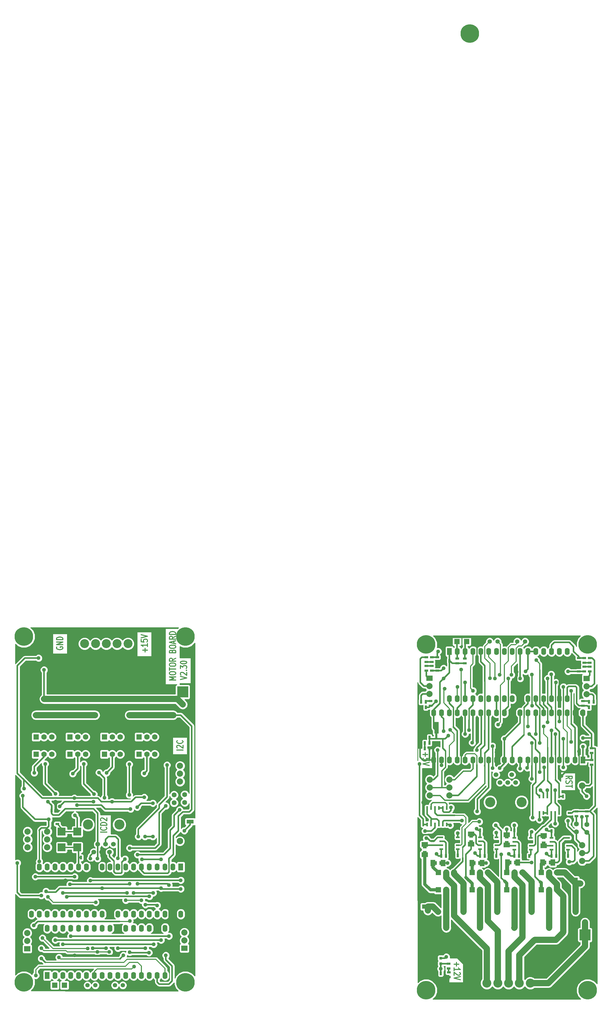
<source format=gtl>
G04 (created by PCBNEW-RS274X (2011-04-29 BZR 2986)-stable) date 03/10/2011 23:01:26*
G01*
G70*
G90*
%MOIN*%
G04 Gerber Fmt 3.4, Leading zero omitted, Abs format*
%FSLAX34Y34*%
G04 APERTURE LIST*
%ADD10C,0.006000*%
%ADD11C,0.012000*%
%ADD12R,0.100000X0.100000*%
%ADD13R,0.055000X0.055000*%
%ADD14C,0.055000*%
%ADD15R,0.078700X0.078700*%
%ADD16C,0.078700*%
%ADD17R,0.070900X0.070900*%
%ADD18C,0.070900*%
%ADD19R,0.090600X0.051200*%
%ADD20C,0.236300*%
%ADD21R,0.140000X0.140000*%
%ADD22C,0.140000*%
%ADD23C,0.060000*%
%ADD24C,0.128000*%
%ADD25C,0.070000*%
%ADD26R,0.070000X0.070000*%
%ADD27R,0.025000X0.045000*%
%ADD28C,0.063000*%
%ADD29R,0.114200X0.114200*%
%ADD30C,0.114200*%
%ADD31R,0.045000X0.025000*%
%ADD32R,0.078700X0.070900*%
%ADD33R,0.082700X0.070900*%
%ADD34C,0.082700*%
%ADD35R,0.062000X0.090000*%
%ADD36O,0.062000X0.090000*%
%ADD37R,0.150000X0.055000*%
%ADD38R,0.020000X0.045000*%
%ADD39R,0.045000X0.020000*%
%ADD40R,0.055000X0.150000*%
%ADD41R,0.060000X0.080000*%
%ADD42R,0.080000X0.060000*%
%ADD43R,0.036000X0.036000*%
%ADD44C,0.049200*%
%ADD45C,0.019700*%
%ADD46C,0.078700*%
%ADD47C,0.015700*%
%ADD48C,0.013800*%
%ADD49C,0.039400*%
%ADD50C,0.010000*%
G04 APERTURE END LIST*
G54D10*
G54D11*
X45474Y-23549D02*
X46274Y-23349D01*
X45474Y-23149D01*
X45550Y-22978D02*
X45512Y-22949D01*
X45474Y-22892D01*
X45474Y-22749D01*
X45512Y-22692D01*
X45550Y-22663D01*
X45626Y-22635D01*
X45702Y-22635D01*
X45817Y-22663D01*
X46274Y-23006D01*
X46274Y-22635D01*
X46198Y-22378D02*
X46236Y-22350D01*
X46274Y-22378D01*
X46236Y-22407D01*
X46198Y-22378D01*
X46274Y-22378D01*
X45474Y-22149D02*
X45474Y-21778D01*
X45779Y-21978D01*
X45779Y-21892D01*
X45817Y-21835D01*
X45855Y-21806D01*
X45931Y-21778D01*
X46121Y-21778D01*
X46198Y-21806D01*
X46236Y-21835D01*
X46274Y-21892D01*
X46274Y-22064D01*
X46236Y-22121D01*
X46198Y-22149D01*
X45474Y-21407D02*
X45474Y-21350D01*
X45512Y-21293D01*
X45550Y-21264D01*
X45626Y-21235D01*
X45779Y-21207D01*
X45969Y-21207D01*
X46121Y-21235D01*
X46198Y-21264D01*
X46236Y-21293D01*
X46274Y-21350D01*
X46274Y-21407D01*
X46236Y-21464D01*
X46198Y-21493D01*
X46121Y-21521D01*
X45969Y-21550D01*
X45779Y-21550D01*
X45626Y-21521D01*
X45550Y-21493D01*
X45512Y-21464D01*
X45474Y-21407D01*
X44874Y-23607D02*
X44074Y-23607D01*
X44645Y-23407D01*
X44074Y-23207D01*
X44874Y-23207D01*
X44074Y-22807D02*
X44074Y-22693D01*
X44112Y-22635D01*
X44188Y-22578D01*
X44340Y-22550D01*
X44607Y-22550D01*
X44760Y-22578D01*
X44836Y-22635D01*
X44874Y-22693D01*
X44874Y-22807D01*
X44836Y-22864D01*
X44760Y-22921D01*
X44607Y-22950D01*
X44340Y-22950D01*
X44188Y-22921D01*
X44112Y-22864D01*
X44074Y-22807D01*
X44074Y-22378D02*
X44074Y-22035D01*
X44874Y-22206D02*
X44074Y-22206D01*
X44074Y-21721D02*
X44074Y-21607D01*
X44112Y-21549D01*
X44188Y-21492D01*
X44340Y-21464D01*
X44607Y-21464D01*
X44760Y-21492D01*
X44836Y-21549D01*
X44874Y-21607D01*
X44874Y-21721D01*
X44836Y-21778D01*
X44760Y-21835D01*
X44607Y-21864D01*
X44340Y-21864D01*
X44188Y-21835D01*
X44112Y-21778D01*
X44074Y-21721D01*
X44874Y-20863D02*
X44493Y-21063D01*
X44874Y-21206D02*
X44074Y-21206D01*
X44074Y-20978D01*
X44112Y-20920D01*
X44150Y-20892D01*
X44226Y-20863D01*
X44340Y-20863D01*
X44417Y-20892D01*
X44455Y-20920D01*
X44493Y-20978D01*
X44493Y-21206D01*
X44455Y-19949D02*
X44493Y-19863D01*
X44531Y-19835D01*
X44607Y-19806D01*
X44721Y-19806D01*
X44798Y-19835D01*
X44836Y-19863D01*
X44874Y-19921D01*
X44874Y-20149D01*
X44074Y-20149D01*
X44074Y-19949D01*
X44112Y-19892D01*
X44150Y-19863D01*
X44226Y-19835D01*
X44302Y-19835D01*
X44379Y-19863D01*
X44417Y-19892D01*
X44455Y-19949D01*
X44455Y-20149D01*
X44074Y-19435D02*
X44074Y-19321D01*
X44112Y-19263D01*
X44188Y-19206D01*
X44340Y-19178D01*
X44607Y-19178D01*
X44760Y-19206D01*
X44836Y-19263D01*
X44874Y-19321D01*
X44874Y-19435D01*
X44836Y-19492D01*
X44760Y-19549D01*
X44607Y-19578D01*
X44340Y-19578D01*
X44188Y-19549D01*
X44112Y-19492D01*
X44074Y-19435D01*
X44645Y-18949D02*
X44645Y-18663D01*
X44874Y-19006D02*
X44074Y-18806D01*
X44874Y-18606D01*
X44874Y-18063D02*
X44493Y-18263D01*
X44874Y-18406D02*
X44074Y-18406D01*
X44074Y-18178D01*
X44112Y-18120D01*
X44150Y-18092D01*
X44226Y-18063D01*
X44340Y-18063D01*
X44417Y-18092D01*
X44455Y-18120D01*
X44493Y-18178D01*
X44493Y-18406D01*
X44874Y-17806D02*
X44074Y-17806D01*
X44074Y-17663D01*
X44112Y-17578D01*
X44188Y-17520D01*
X44264Y-17492D01*
X44417Y-17463D01*
X44531Y-17463D01*
X44683Y-17492D01*
X44760Y-17520D01*
X44836Y-17578D01*
X44874Y-17663D01*
X44874Y-17806D01*
X40969Y-20056D02*
X40969Y-19599D01*
X41274Y-19828D02*
X40664Y-19828D01*
X41274Y-18999D02*
X41274Y-19342D01*
X41274Y-19170D02*
X40474Y-19170D01*
X40588Y-19227D01*
X40664Y-19285D01*
X40702Y-19342D01*
X40474Y-18456D02*
X40474Y-18742D01*
X40855Y-18771D01*
X40817Y-18742D01*
X40779Y-18685D01*
X40779Y-18542D01*
X40817Y-18485D01*
X40855Y-18456D01*
X40931Y-18428D01*
X41121Y-18428D01*
X41198Y-18456D01*
X41236Y-18485D01*
X41274Y-18542D01*
X41274Y-18685D01*
X41236Y-18742D01*
X41198Y-18771D01*
X40474Y-18257D02*
X41274Y-18057D01*
X40474Y-17857D01*
X29762Y-19407D02*
X29724Y-19464D01*
X29724Y-19550D01*
X29762Y-19635D01*
X29838Y-19693D01*
X29914Y-19721D01*
X30067Y-19750D01*
X30181Y-19750D01*
X30333Y-19721D01*
X30410Y-19693D01*
X30486Y-19635D01*
X30524Y-19550D01*
X30524Y-19493D01*
X30486Y-19407D01*
X30448Y-19378D01*
X30181Y-19378D01*
X30181Y-19493D01*
X30524Y-19121D02*
X29724Y-19121D01*
X30524Y-18778D01*
X29724Y-18778D01*
X30524Y-18492D02*
X29724Y-18492D01*
X29724Y-18349D01*
X29762Y-18264D01*
X29838Y-18206D01*
X29914Y-18178D01*
X30067Y-18149D01*
X30181Y-18149D01*
X30333Y-18178D01*
X30410Y-18206D01*
X30486Y-18264D01*
X30524Y-18349D01*
X30524Y-18492D01*
X36099Y-42960D02*
X35299Y-42960D01*
X36023Y-42331D02*
X36061Y-42360D01*
X36099Y-42446D01*
X36099Y-42503D01*
X36061Y-42588D01*
X35985Y-42646D01*
X35908Y-42674D01*
X35756Y-42703D01*
X35642Y-42703D01*
X35489Y-42674D01*
X35413Y-42646D01*
X35337Y-42588D01*
X35299Y-42503D01*
X35299Y-42446D01*
X35337Y-42360D01*
X35375Y-42331D01*
X36099Y-42074D02*
X35299Y-42074D01*
X35299Y-41931D01*
X35337Y-41846D01*
X35413Y-41788D01*
X35489Y-41760D01*
X35642Y-41731D01*
X35756Y-41731D01*
X35908Y-41760D01*
X35985Y-41788D01*
X36061Y-41846D01*
X36099Y-41931D01*
X36099Y-42074D01*
X35375Y-41503D02*
X35337Y-41474D01*
X35299Y-41417D01*
X35299Y-41274D01*
X35337Y-41217D01*
X35375Y-41188D01*
X35451Y-41160D01*
X35527Y-41160D01*
X35642Y-41188D01*
X36099Y-41531D01*
X36099Y-41160D01*
X45799Y-32510D02*
X44999Y-32510D01*
X45075Y-32253D02*
X45037Y-32224D01*
X44999Y-32167D01*
X44999Y-32024D01*
X45037Y-31967D01*
X45075Y-31938D01*
X45151Y-31910D01*
X45227Y-31910D01*
X45342Y-31938D01*
X45799Y-32281D01*
X45799Y-31910D01*
X45723Y-31310D02*
X45761Y-31339D01*
X45799Y-31425D01*
X45799Y-31482D01*
X45761Y-31567D01*
X45685Y-31625D01*
X45608Y-31653D01*
X45456Y-31682D01*
X45342Y-31682D01*
X45189Y-31653D01*
X45113Y-31625D01*
X45037Y-31567D01*
X44999Y-31482D01*
X44999Y-31425D01*
X45037Y-31339D01*
X45075Y-31310D01*
X76656Y-32854D02*
X76656Y-33311D01*
X76351Y-33082D02*
X76961Y-33082D01*
X77151Y-33883D02*
X77151Y-33597D01*
X76770Y-33568D01*
X76808Y-33597D01*
X76846Y-33654D01*
X76846Y-33797D01*
X76808Y-33854D01*
X76770Y-33883D01*
X76694Y-33911D01*
X76504Y-33911D01*
X76427Y-33883D01*
X76389Y-33854D01*
X76351Y-33797D01*
X76351Y-33654D01*
X76389Y-33597D01*
X76427Y-33568D01*
X77151Y-34082D02*
X76351Y-34282D01*
X77151Y-34482D01*
X80606Y-59519D02*
X80606Y-59976D01*
X80301Y-59747D02*
X80911Y-59747D01*
X80301Y-60576D02*
X80301Y-60233D01*
X80301Y-60405D02*
X81101Y-60405D01*
X80987Y-60348D01*
X80911Y-60290D01*
X80873Y-60233D01*
X81025Y-60804D02*
X81063Y-60833D01*
X81101Y-60890D01*
X81101Y-61033D01*
X81063Y-61090D01*
X81025Y-61119D01*
X80949Y-61147D01*
X80873Y-61147D01*
X80758Y-61119D01*
X80301Y-60776D01*
X80301Y-61147D01*
X81101Y-61318D02*
X80301Y-61518D01*
X81101Y-61718D01*
X94551Y-36197D02*
X94932Y-35997D01*
X94551Y-35854D02*
X95351Y-35854D01*
X95351Y-36082D01*
X95313Y-36140D01*
X95275Y-36168D01*
X95199Y-36197D01*
X95085Y-36197D01*
X95008Y-36168D01*
X94970Y-36140D01*
X94932Y-36082D01*
X94932Y-35854D01*
X94589Y-36425D02*
X94551Y-36511D01*
X94551Y-36654D01*
X94589Y-36711D01*
X94627Y-36740D01*
X94704Y-36768D01*
X94780Y-36768D01*
X94856Y-36740D01*
X94894Y-36711D01*
X94932Y-36654D01*
X94970Y-36540D01*
X95008Y-36482D01*
X95046Y-36454D01*
X95123Y-36425D01*
X95199Y-36425D01*
X95275Y-36454D01*
X95313Y-36482D01*
X95351Y-36540D01*
X95351Y-36682D01*
X95313Y-36768D01*
X95351Y-36939D02*
X95351Y-37282D01*
X94551Y-37111D02*
X95351Y-37111D01*
G54D12*
X32350Y-42900D03*
X32350Y-44900D03*
X30350Y-44900D03*
X30350Y-42900D03*
G54D13*
X35650Y-62425D03*
G54D14*
X34650Y-62425D03*
X33650Y-62425D03*
G54D13*
X39150Y-62425D03*
G54D14*
X38150Y-62425D03*
X37150Y-62425D03*
G54D15*
X28525Y-45875D03*
G54D16*
X28525Y-44875D03*
X28525Y-43875D03*
X28525Y-42875D03*
G54D17*
X29475Y-62425D03*
G54D18*
X28475Y-62425D03*
G54D17*
X30725Y-62425D03*
G54D18*
X31725Y-62425D03*
G54D19*
X46725Y-41625D03*
X43725Y-41625D03*
G54D15*
X26025Y-45875D03*
G54D16*
X26025Y-44875D03*
X26025Y-43875D03*
X26025Y-42875D03*
G54D20*
X25550Y-62050D03*
X46100Y-62050D03*
X46100Y-18100D03*
X25550Y-18100D03*
G54D21*
X45775Y-25125D03*
G54D22*
X25775Y-25125D03*
G54D23*
X35950Y-44500D03*
X34950Y-44500D03*
X36950Y-44500D03*
X34450Y-45500D03*
X35450Y-45500D03*
X36450Y-45500D03*
G54D24*
X37700Y-42000D03*
X33700Y-42000D03*
G54D25*
X37800Y-33050D03*
X36800Y-33050D03*
G54D26*
X35800Y-33050D03*
G54D25*
X37800Y-30850D03*
X36800Y-30850D03*
G54D26*
X35800Y-30850D03*
G54D25*
X33400Y-33050D03*
X32400Y-33050D03*
G54D26*
X31400Y-33050D03*
G54D25*
X29100Y-33050D03*
X28100Y-33050D03*
G54D26*
X27100Y-33050D03*
G54D25*
X33400Y-30850D03*
X32400Y-30850D03*
G54D26*
X31400Y-30850D03*
G54D25*
X29100Y-30850D03*
X28100Y-30850D03*
G54D26*
X27100Y-30850D03*
G54D25*
X42200Y-33050D03*
X41200Y-33050D03*
G54D26*
X40200Y-33050D03*
G54D25*
X42200Y-30850D03*
X41200Y-30850D03*
G54D26*
X40200Y-30850D03*
G54D27*
X29075Y-40225D03*
X29675Y-40225D03*
G54D28*
X46025Y-38175D03*
X46025Y-39175D03*
G54D15*
X45425Y-33525D03*
G54D16*
X45425Y-34525D03*
X45425Y-35525D03*
X45425Y-36525D03*
G54D29*
X31900Y-19000D03*
G54D30*
X33275Y-19000D03*
X34675Y-19000D03*
X36050Y-19000D03*
X37425Y-19000D03*
X38800Y-19000D03*
G54D31*
X29800Y-41925D03*
X29800Y-41325D03*
G54D27*
X32800Y-46200D03*
X33400Y-46200D03*
G54D32*
X45975Y-57725D03*
G54D16*
X45975Y-56725D03*
X45975Y-55725D03*
G54D32*
X25975Y-57775D03*
G54D16*
X25975Y-56775D03*
X25975Y-55775D03*
G54D33*
X45400Y-45100D03*
G54D34*
X45400Y-44100D03*
G54D35*
X45525Y-47375D03*
G54D36*
X44525Y-47375D03*
X43525Y-47375D03*
X42525Y-47375D03*
X41525Y-47375D03*
X40525Y-47375D03*
X39525Y-47375D03*
X38525Y-47375D03*
X37525Y-47375D03*
X36525Y-47375D03*
X35525Y-47375D03*
X34525Y-47375D03*
X33525Y-47375D03*
X32525Y-47375D03*
X31525Y-47375D03*
X30525Y-47375D03*
X29525Y-47375D03*
X28525Y-47375D03*
X27525Y-47375D03*
X26525Y-47375D03*
X26525Y-53375D03*
X27525Y-53375D03*
X28525Y-53375D03*
X29525Y-53375D03*
X30525Y-53375D03*
X31525Y-53375D03*
X32525Y-53375D03*
X33525Y-53375D03*
X34525Y-53375D03*
X35525Y-53375D03*
X36525Y-53375D03*
X37525Y-53375D03*
X38525Y-53375D03*
X39525Y-53375D03*
X40525Y-53375D03*
X41525Y-53375D03*
X42525Y-53375D03*
X43525Y-53375D03*
X44525Y-53375D03*
X45525Y-53375D03*
G54D35*
X28525Y-61175D03*
G54D36*
X29525Y-61175D03*
X30525Y-61175D03*
X31525Y-61175D03*
X32525Y-61175D03*
X33525Y-61175D03*
X34525Y-61175D03*
X35525Y-61175D03*
X36525Y-61175D03*
X37525Y-61175D03*
X38525Y-61175D03*
X39525Y-61175D03*
X40525Y-61175D03*
X41525Y-61175D03*
X42525Y-61175D03*
X43525Y-61175D03*
X43525Y-55175D03*
X42525Y-55175D03*
X41525Y-55175D03*
X40525Y-55175D03*
X39525Y-55175D03*
X38525Y-55175D03*
X37525Y-55175D03*
X36525Y-55175D03*
X35525Y-55175D03*
X34525Y-55175D03*
X33525Y-55175D03*
X32525Y-55175D03*
X31525Y-55175D03*
X30525Y-55175D03*
X29525Y-55175D03*
X28525Y-55175D03*
G54D28*
X44675Y-38225D03*
X44675Y-39225D03*
G54D20*
X82325Y58575D03*
G54D28*
X95875Y-42925D03*
X95875Y-41925D03*
G54D35*
X79725Y-19975D03*
G54D36*
X80725Y-19975D03*
X81725Y-19975D03*
X82725Y-19975D03*
X83725Y-19975D03*
X84725Y-19975D03*
X85725Y-19975D03*
X86725Y-19975D03*
X87725Y-19975D03*
X88725Y-19975D03*
X89725Y-19975D03*
X90725Y-19975D03*
X91725Y-19975D03*
X92725Y-19975D03*
X93725Y-19975D03*
X94725Y-19975D03*
X94725Y-25975D03*
X93725Y-25975D03*
X92725Y-25975D03*
X91725Y-25975D03*
X90725Y-25975D03*
X89725Y-25975D03*
X88725Y-25975D03*
X87725Y-25975D03*
X86725Y-25975D03*
X85725Y-25975D03*
X84725Y-25975D03*
X83725Y-25975D03*
X82725Y-25975D03*
X81725Y-25975D03*
X80725Y-25975D03*
X79725Y-25975D03*
G54D35*
X96725Y-33775D03*
G54D36*
X95725Y-33775D03*
X94725Y-33775D03*
X93725Y-33775D03*
X92725Y-33775D03*
X91725Y-33775D03*
X90725Y-33775D03*
X89725Y-33775D03*
X88725Y-33775D03*
X87725Y-33775D03*
X86725Y-33775D03*
X85725Y-33775D03*
X84725Y-33775D03*
X83725Y-33775D03*
X82725Y-33775D03*
X81725Y-33775D03*
X80725Y-33775D03*
X79725Y-33775D03*
X78725Y-33775D03*
X77725Y-33775D03*
X77725Y-27775D03*
X78725Y-27775D03*
X79725Y-27775D03*
X80725Y-27775D03*
X81725Y-27775D03*
X82725Y-27775D03*
X83725Y-27775D03*
X84725Y-27775D03*
X85725Y-27775D03*
X86725Y-27775D03*
X87725Y-27775D03*
X88725Y-27775D03*
X89725Y-27775D03*
X90725Y-27775D03*
X91725Y-27775D03*
X92725Y-27775D03*
X93725Y-27775D03*
X94725Y-27775D03*
X95725Y-27775D03*
X96725Y-27775D03*
G54D33*
X96600Y-36050D03*
G54D34*
X96600Y-37050D03*
G54D32*
X77175Y-23375D03*
G54D16*
X77175Y-24375D03*
X77175Y-25375D03*
G54D32*
X97175Y-23425D03*
G54D16*
X97175Y-24425D03*
X97175Y-25425D03*
G54D27*
X94825Y-45975D03*
X94225Y-45975D03*
X91925Y-46825D03*
X92525Y-46825D03*
X87475Y-46825D03*
X88075Y-46825D03*
X89875Y-45975D03*
X89275Y-45975D03*
G54D31*
X91725Y-43675D03*
X91725Y-44275D03*
G54D27*
X85675Y-45975D03*
X85075Y-45975D03*
X82925Y-46875D03*
X83525Y-46875D03*
X77975Y-46875D03*
X78575Y-46875D03*
X80775Y-45925D03*
X80175Y-45925D03*
G54D31*
X82475Y-44125D03*
X82475Y-43525D03*
X76575Y-45475D03*
X76575Y-44875D03*
X95875Y-40325D03*
X95875Y-40925D03*
X97225Y-40325D03*
X97225Y-40925D03*
X97825Y-33775D03*
X97825Y-34375D03*
X97825Y-32275D03*
X97825Y-32875D03*
G54D27*
X92725Y-42825D03*
X93325Y-42825D03*
X87975Y-42725D03*
X88575Y-42725D03*
X92725Y-45975D03*
X93325Y-45975D03*
X87975Y-45975D03*
X88575Y-45975D03*
X83625Y-42725D03*
X84225Y-42725D03*
G54D31*
X77575Y-44075D03*
X77575Y-43475D03*
G54D27*
X83625Y-45975D03*
X84225Y-45975D03*
X78675Y-45975D03*
X79275Y-45975D03*
G54D37*
X76975Y-52425D03*
X76975Y-54225D03*
G54D29*
X83100Y-62150D03*
G54D30*
X84475Y-62150D03*
X85875Y-62150D03*
X87250Y-62150D03*
X88625Y-62150D03*
X90000Y-62150D03*
G54D38*
X79375Y-39875D03*
X78875Y-39875D03*
X78375Y-39875D03*
X77875Y-39875D03*
X77375Y-39875D03*
X76875Y-39875D03*
X76375Y-39875D03*
X76375Y-41975D03*
X76875Y-41975D03*
X77375Y-41975D03*
X77875Y-41975D03*
X78375Y-41975D03*
X78875Y-41975D03*
X79375Y-41975D03*
G54D39*
X80775Y-43625D03*
X78675Y-43625D03*
X80775Y-44125D03*
X80775Y-44625D03*
X80775Y-45125D03*
X78675Y-44125D03*
X78675Y-44625D03*
X78675Y-45125D03*
G54D38*
X91175Y-40525D03*
X91675Y-40525D03*
X92175Y-40525D03*
X92675Y-40525D03*
X93175Y-40525D03*
X93675Y-40525D03*
X94175Y-40525D03*
X94175Y-38425D03*
X93675Y-38425D03*
X93175Y-38425D03*
X92675Y-38425D03*
X92175Y-38425D03*
X91675Y-38425D03*
X91175Y-38425D03*
G54D39*
X90075Y-43675D03*
X87975Y-43675D03*
X90075Y-44175D03*
X90075Y-44675D03*
X90075Y-45175D03*
X87975Y-44175D03*
X87975Y-44675D03*
X87975Y-45175D03*
G54D31*
X87025Y-43625D03*
X87025Y-44225D03*
G54D39*
X94825Y-43675D03*
X92725Y-43675D03*
X94825Y-44175D03*
X94825Y-44675D03*
X94825Y-45175D03*
X92725Y-44175D03*
X92725Y-44675D03*
X92725Y-45175D03*
G54D40*
X95775Y-49475D03*
X97575Y-49475D03*
G54D39*
X85725Y-43625D03*
X83625Y-43625D03*
X85725Y-44125D03*
X85725Y-44625D03*
X85725Y-45125D03*
X83625Y-44125D03*
X83625Y-44625D03*
X83625Y-45125D03*
G54D15*
X96625Y-47625D03*
G54D16*
X96625Y-46625D03*
X96625Y-45625D03*
X96625Y-44625D03*
G54D28*
X97225Y-42975D03*
X97225Y-41975D03*
G54D27*
X79725Y-21175D03*
X79125Y-21175D03*
X77175Y-30925D03*
X76575Y-30925D03*
G54D31*
X95025Y-40525D03*
X95025Y-39925D03*
G54D27*
X86525Y-33775D03*
X85925Y-33775D03*
X88525Y-27775D03*
X87925Y-27775D03*
X96475Y-27775D03*
X95875Y-27775D03*
G54D25*
X93400Y-50300D03*
X92400Y-50300D03*
G54D26*
X91400Y-50300D03*
G54D25*
X93400Y-48100D03*
X92400Y-48100D03*
G54D26*
X91400Y-48100D03*
G54D25*
X80300Y-50300D03*
X79300Y-50300D03*
G54D26*
X78300Y-50300D03*
G54D25*
X84600Y-50300D03*
X83600Y-50300D03*
G54D26*
X82600Y-50300D03*
G54D25*
X80300Y-48100D03*
X79300Y-48100D03*
G54D26*
X78300Y-48100D03*
G54D25*
X84600Y-48100D03*
X83600Y-48100D03*
G54D26*
X82600Y-48100D03*
G54D25*
X89000Y-50300D03*
X88000Y-50300D03*
G54D26*
X87000Y-50300D03*
G54D25*
X89000Y-48100D03*
X88000Y-48100D03*
G54D26*
X87000Y-48100D03*
G54D23*
X87150Y-36650D03*
X86150Y-36650D03*
X88150Y-36650D03*
X85650Y-35650D03*
X86650Y-35650D03*
X87650Y-35650D03*
G54D24*
X88900Y-39150D03*
X84900Y-39150D03*
G54D27*
X76575Y-32325D03*
X77175Y-32325D03*
X77175Y-31625D03*
X76575Y-31625D03*
G54D40*
X78075Y-29675D03*
X76275Y-29675D03*
G54D21*
X96975Y-56025D03*
G54D22*
X76975Y-56025D03*
G54D27*
X76725Y-27075D03*
X76125Y-27075D03*
G54D31*
X78175Y-20725D03*
X78175Y-21325D03*
X78175Y-22425D03*
X78175Y-21825D03*
X77325Y-26275D03*
X77325Y-26875D03*
X77475Y-21325D03*
X77475Y-20725D03*
X77475Y-21825D03*
X77475Y-22425D03*
G54D27*
X97475Y-27075D03*
X98075Y-27075D03*
G54D31*
X96175Y-20825D03*
X96175Y-21425D03*
X96175Y-22525D03*
X96175Y-21925D03*
X96725Y-26275D03*
X96725Y-26875D03*
X96875Y-21425D03*
X96875Y-20825D03*
X96875Y-21925D03*
X96875Y-22525D03*
G54D27*
X76125Y-26375D03*
X76725Y-26375D03*
G54D31*
X76775Y-20725D03*
X76775Y-21325D03*
X76775Y-22425D03*
X76775Y-21825D03*
G54D27*
X98075Y-26375D03*
X97475Y-26375D03*
G54D31*
X97575Y-20825D03*
X97575Y-21425D03*
X97575Y-22525D03*
X97575Y-21925D03*
G54D41*
X91575Y-46825D03*
X92875Y-46825D03*
X87125Y-46825D03*
X88425Y-46825D03*
G54D42*
X91725Y-43375D03*
X91725Y-44675D03*
X87025Y-43275D03*
X87025Y-44575D03*
G54D41*
X82575Y-46875D03*
X83875Y-46875D03*
X77625Y-46875D03*
X78925Y-46875D03*
G54D42*
X82475Y-44475D03*
X82475Y-43175D03*
X76575Y-45825D03*
X76575Y-44525D03*
G54D20*
X76750Y-63050D03*
X97300Y-63050D03*
X97300Y-19100D03*
X76750Y-19100D03*
G54D27*
X78625Y-60925D03*
X78025Y-60925D03*
G54D43*
X78625Y-58975D03*
X78625Y-59675D03*
X77825Y-59325D03*
G54D31*
X81675Y-21475D03*
X81675Y-20875D03*
X80725Y-21475D03*
X80725Y-20875D03*
G54D15*
X77225Y-35275D03*
G54D16*
X77225Y-36275D03*
X77225Y-37275D03*
X77225Y-38275D03*
G54D17*
X81925Y-18725D03*
G54D18*
X82925Y-18725D03*
G54D17*
X80675Y-18725D03*
G54D18*
X79675Y-18725D03*
G54D31*
X79625Y-59675D03*
X79625Y-60275D03*
X79650Y-60775D03*
X79650Y-61375D03*
G54D15*
X79725Y-35275D03*
G54D16*
X79725Y-36275D03*
X79725Y-37275D03*
X79725Y-38275D03*
G54D13*
X90350Y-18725D03*
G54D14*
X89350Y-18725D03*
X88350Y-18725D03*
G54D13*
X86850Y-18725D03*
G54D14*
X85850Y-18725D03*
X84850Y-18725D03*
G54D44*
X76775Y-43725D03*
X83175Y-42525D03*
X87975Y-42075D03*
X78625Y-60325D03*
X92075Y-42625D03*
X40875Y-38525D03*
X27425Y-20825D03*
X36775Y-39075D03*
X31975Y-38625D03*
X25575Y-37425D03*
X28125Y-26025D03*
X32425Y-26025D03*
X41225Y-26025D03*
X45775Y-26725D03*
X36775Y-26025D03*
X28125Y-22325D03*
X79325Y-58825D03*
X87975Y-55125D03*
X96975Y-54425D03*
X92425Y-55125D03*
X83625Y-55125D03*
X79325Y-55125D03*
X79575Y-30675D03*
X87625Y-22950D03*
X86100Y-22950D03*
X78975Y-23425D03*
X86725Y-31075D03*
X96725Y-30975D03*
X94225Y-31075D03*
X94225Y-34725D03*
X91775Y-34725D03*
X86125Y-34825D03*
X79825Y-42075D03*
X27775Y-57725D03*
X34900Y-58200D03*
X36425Y-58200D03*
X28375Y-50475D03*
X35525Y-50075D03*
X45525Y-50175D03*
X43025Y-50075D03*
X43025Y-46425D03*
X40575Y-46425D03*
X34925Y-46325D03*
X28625Y-39075D03*
X85825Y-53075D03*
X34625Y-28075D03*
X30325Y-28075D03*
X27075Y-28075D03*
X32325Y-39525D03*
X39125Y-40025D03*
X90325Y-41125D03*
X83525Y-41625D03*
X78275Y-53075D03*
X81525Y-53075D03*
X90175Y-53075D03*
X38975Y-28075D03*
X44575Y-28075D03*
X95775Y-53075D03*
X27525Y-46700D03*
X25425Y-38325D03*
X79925Y-39825D03*
X78725Y-34450D03*
X76625Y-42825D03*
X28725Y-41325D03*
X82725Y-24975D03*
X95225Y-24975D03*
X44025Y-56175D03*
X31525Y-56175D03*
X94225Y-24475D03*
X29550Y-56675D03*
X43025Y-56675D03*
X80750Y-24475D03*
X81725Y-23925D03*
X93275Y-23925D03*
X30525Y-57225D03*
X42075Y-57225D03*
X31025Y-51175D03*
X41525Y-51125D03*
X82225Y-29975D03*
X92725Y-30025D03*
X95225Y-31475D03*
X40025Y-49525D03*
X91225Y-31625D03*
X44025Y-49675D03*
X93725Y-28875D03*
X92225Y-28975D03*
X41025Y-52175D03*
X42525Y-52275D03*
X92225Y-23425D03*
X88725Y-23425D03*
X37525Y-57725D03*
X41025Y-57725D03*
X91725Y-29525D03*
X89725Y-29525D03*
X38525Y-51625D03*
X40525Y-51625D03*
X90775Y-21100D03*
X39575Y-60050D03*
X89625Y-34775D03*
X38425Y-46375D03*
X37525Y-46275D03*
X88725Y-34875D03*
X27775Y-51025D03*
X78975Y-30125D03*
X75925Y-34275D03*
X24725Y-46875D03*
X93225Y-30475D03*
X39525Y-50675D03*
X42025Y-50675D03*
X90725Y-30475D03*
X45525Y-49075D03*
X34025Y-46325D03*
X34025Y-49125D03*
X85225Y-34825D03*
X85225Y-32025D03*
X96725Y-32075D03*
X30025Y-58875D03*
X38225Y-58625D03*
X89425Y-22525D03*
X81225Y-22275D03*
X36025Y-57725D03*
X34325Y-57725D03*
X85525Y-23425D03*
X87225Y-23425D03*
X33875Y-34375D03*
X45875Y-29875D03*
X38125Y-38475D03*
X37075Y-58575D03*
X42775Y-45325D03*
X28975Y-34375D03*
X32025Y-58625D03*
X82475Y-40525D03*
X43025Y-34375D03*
X25375Y-53275D03*
X34525Y-48375D03*
X24875Y-37825D03*
X25175Y-41975D03*
X44875Y-52025D03*
X46575Y-52025D03*
X42525Y-57825D03*
X85725Y-32775D03*
X76075Y-43325D03*
X76375Y-39175D03*
X96075Y-29125D03*
X97775Y-29125D03*
X93725Y-23325D03*
X82050Y-32075D03*
X31275Y-40625D03*
X29575Y-39075D03*
X96225Y-32675D03*
X78175Y-31775D03*
X80775Y-42075D03*
X83225Y-22525D03*
X80175Y-46775D03*
X93975Y-35825D03*
X88275Y-22575D03*
X89325Y-42675D03*
X97075Y-51275D03*
X85075Y-46775D03*
X94225Y-46775D03*
X76575Y-27875D03*
X26975Y-49375D03*
X45025Y-48475D03*
X30850Y-49075D03*
X85900Y-29275D03*
X79800Y-29950D03*
X28600Y-51200D03*
X34700Y-51875D03*
X27775Y-59025D03*
X78975Y-22125D03*
X90225Y-22925D03*
X39050Y-54250D03*
X41475Y-58275D03*
X26825Y-54825D03*
X39025Y-58225D03*
X78025Y-26325D03*
X92675Y-22875D03*
X90250Y-26900D03*
X78225Y-32525D03*
X32025Y-48625D03*
X27025Y-48625D03*
X83225Y-32525D03*
X45975Y-42775D03*
X97175Y-38375D03*
X90225Y-36175D03*
X39025Y-44975D03*
X90225Y-31625D03*
X82625Y-31575D03*
X94825Y-41525D03*
X43625Y-39625D03*
X31425Y-49575D03*
X39025Y-49525D03*
X43625Y-58625D03*
X94825Y-22525D03*
X32050Y-40825D03*
X83250Y-40325D03*
X96575Y-41025D03*
X45375Y-40125D03*
X30525Y-50675D03*
X38675Y-50675D03*
X40025Y-45825D03*
X89875Y-30475D03*
X91225Y-35325D03*
X81725Y-30475D03*
X84875Y-23400D03*
X79125Y-24725D03*
X33675Y-57750D03*
X27925Y-56425D03*
X78275Y-19975D03*
X27075Y-61175D03*
X33175Y-34275D03*
X34475Y-38125D03*
X85675Y-43025D03*
X84375Y-46875D03*
X43775Y-34425D03*
X94975Y-46725D03*
X40125Y-43525D03*
X91325Y-37625D03*
X30125Y-39675D03*
X34425Y-39075D03*
X85625Y-42075D03*
X81325Y-41475D03*
X26875Y-35425D03*
X78075Y-45725D03*
X29575Y-38075D03*
X80775Y-43075D03*
X79475Y-46875D03*
X28275Y-34275D03*
X38975Y-38225D03*
X38975Y-34325D03*
X90175Y-46825D03*
X90175Y-42925D03*
X35125Y-35375D03*
X35825Y-38575D03*
X87025Y-42575D03*
X86325Y-45775D03*
X82975Y-45625D03*
X31775Y-35525D03*
X91175Y-41375D03*
X93175Y-41875D03*
X41975Y-39275D03*
X39975Y-39775D03*
X93175Y-37625D03*
X92175Y-37625D03*
X41975Y-43525D03*
X40975Y-43525D03*
X87275Y-45725D03*
X36075Y-35425D03*
X40875Y-35475D03*
X92075Y-45675D03*
G54D45*
X27875Y-38625D02*
X25975Y-36725D01*
X77575Y-44075D02*
X77275Y-44075D01*
X76925Y-43725D02*
X76775Y-43725D01*
X77275Y-44075D02*
X76925Y-43725D01*
X87975Y-42725D02*
X87975Y-43675D01*
X92725Y-43675D02*
X92725Y-42825D01*
X78625Y-59675D02*
X79625Y-59675D01*
X78625Y-59675D02*
X78625Y-60925D01*
X83175Y-42525D02*
X83375Y-42725D01*
X87975Y-42075D02*
X87975Y-42725D01*
X78625Y-60325D02*
X78625Y-60925D01*
X77775Y-44075D02*
X78225Y-43625D01*
X78225Y-43625D02*
X78675Y-43625D01*
X77575Y-44075D02*
X77775Y-44075D01*
X92275Y-42825D02*
X92075Y-42625D01*
X92725Y-42825D02*
X92275Y-42825D01*
X83625Y-43625D02*
X83625Y-42725D01*
X83375Y-42725D02*
X83175Y-42525D01*
X83625Y-42725D02*
X83375Y-42725D01*
X25675Y-20825D02*
X27425Y-20825D01*
X25975Y-36725D02*
X25550Y-36300D01*
X24725Y-35475D02*
X24725Y-21775D01*
X24725Y-21775D02*
X25675Y-20825D01*
X34475Y-38625D02*
X34975Y-38625D01*
X31975Y-38625D02*
X34475Y-38625D01*
X34975Y-38625D02*
X35425Y-39075D01*
X35425Y-39075D02*
X36775Y-39075D01*
X31975Y-38625D02*
X27875Y-38625D01*
X25575Y-37425D02*
X25550Y-37400D01*
X25550Y-37400D02*
X25550Y-36300D01*
X40875Y-38525D02*
X39775Y-38525D01*
X39775Y-38525D02*
X39225Y-39075D01*
X39225Y-39075D02*
X36775Y-39075D01*
X25550Y-36300D02*
X24725Y-35475D01*
G54D46*
X92400Y-55100D02*
X92425Y-55125D01*
X28125Y-26025D02*
X45075Y-26025D01*
G54D45*
X28125Y-26025D02*
X32425Y-26025D01*
X36775Y-26025D02*
X41225Y-26025D01*
X32425Y-26025D02*
X36775Y-26025D01*
X45075Y-26025D02*
X45775Y-26725D01*
X41225Y-26025D02*
X45075Y-26025D01*
X28125Y-22325D02*
X28125Y-26025D01*
G54D46*
X45075Y-26025D02*
X45775Y-26725D01*
X79300Y-50300D02*
X79300Y-55100D01*
X79300Y-55100D02*
X79325Y-55125D01*
G54D45*
X78625Y-58975D02*
X79175Y-58975D01*
X79175Y-58975D02*
X79325Y-58825D01*
X88000Y-55100D02*
X87975Y-55125D01*
X92300Y-62150D02*
X90000Y-62150D01*
X96975Y-57475D02*
X92300Y-62150D01*
X83625Y-55125D02*
X83600Y-55100D01*
X79300Y-55100D02*
X79325Y-55125D01*
G54D46*
X92400Y-50300D02*
X92400Y-55100D01*
X88000Y-55100D02*
X87975Y-55125D01*
X88000Y-50300D02*
X88000Y-55100D01*
X83600Y-55100D02*
X83625Y-55125D01*
X83600Y-50300D02*
X83600Y-55100D01*
X92300Y-62150D02*
X90000Y-62150D01*
X96975Y-57475D02*
X92300Y-62150D01*
X96975Y-56025D02*
X96975Y-57475D01*
X96975Y-56025D02*
X96975Y-54425D01*
G54D45*
X77725Y-27775D02*
X77725Y-29725D01*
X29625Y-50575D02*
X30125Y-50075D01*
X78025Y-31075D02*
X78075Y-31075D01*
X78875Y-31075D02*
X78025Y-31075D01*
X77175Y-31625D02*
X77175Y-30925D01*
X77325Y-31075D02*
X77175Y-30925D01*
X78025Y-31075D02*
X77325Y-31075D01*
X78075Y-31025D02*
X78025Y-31075D01*
X78075Y-29675D02*
X78075Y-31025D01*
X78875Y-32275D02*
X79225Y-32625D01*
G54D47*
X79225Y-32625D02*
X79225Y-34300D01*
G54D45*
X78875Y-31075D02*
X78875Y-32275D01*
X78975Y-23425D02*
X79725Y-22675D01*
X79725Y-22675D02*
X79725Y-21175D01*
X78525Y-23875D02*
X78975Y-23425D01*
X78525Y-26575D02*
X78525Y-23875D01*
X77725Y-27375D02*
X78525Y-26575D01*
X77725Y-27775D02*
X77725Y-27375D01*
X79725Y-41975D02*
X79825Y-42075D01*
X79375Y-41975D02*
X79725Y-41975D01*
X79175Y-31075D02*
X78875Y-31075D01*
X78075Y-31075D02*
X78025Y-31075D01*
G54D48*
X86100Y-22950D02*
X86225Y-22825D01*
X86225Y-22825D02*
X86225Y-19100D01*
X86225Y-19100D02*
X85850Y-18725D01*
X88225Y-19575D02*
X88225Y-20525D01*
X88525Y-19275D02*
X88225Y-19575D01*
X88900Y-19275D02*
X88525Y-19275D01*
X89350Y-18825D02*
X88900Y-19275D01*
X89350Y-18725D02*
X89350Y-18825D01*
X87625Y-21850D02*
X88225Y-21250D01*
X88225Y-21250D02*
X88225Y-20525D01*
X87625Y-22950D02*
X87625Y-21850D01*
G54D45*
X86725Y-31075D02*
X86725Y-33775D01*
X91175Y-38425D02*
X90775Y-38025D01*
X96725Y-30975D02*
X97825Y-30975D01*
G54D47*
X94225Y-34725D02*
X94225Y-31075D01*
G54D45*
X91775Y-36325D02*
X91775Y-34725D01*
X90775Y-37325D02*
X91775Y-36325D01*
X90775Y-37525D02*
X90775Y-37325D01*
X90775Y-38025D02*
X90775Y-37525D01*
X80725Y-21475D02*
X81675Y-21475D01*
X79725Y-21175D02*
X79775Y-21175D01*
X79775Y-21175D02*
X80075Y-21475D01*
X80075Y-21475D02*
X80725Y-21475D01*
X79725Y-19975D02*
X79725Y-21175D01*
X97225Y-40325D02*
X97575Y-40325D01*
X98225Y-32275D02*
X97825Y-32275D01*
X98275Y-32325D02*
X98225Y-32275D01*
X98275Y-39625D02*
X98275Y-32325D01*
X97575Y-40325D02*
X98275Y-39625D01*
X95025Y-40525D02*
X95325Y-40525D01*
X95525Y-40325D02*
X95875Y-40325D01*
X95325Y-40525D02*
X95525Y-40325D01*
X78025Y-31075D02*
X78025Y-30025D01*
X78025Y-30025D02*
X77975Y-29975D01*
X77725Y-29725D02*
X77975Y-29975D01*
X96725Y-27775D02*
X96725Y-29375D01*
X97825Y-30975D02*
X97825Y-32275D01*
X96725Y-29375D02*
X97825Y-30475D01*
X97825Y-30475D02*
X97825Y-30975D01*
X86725Y-33775D02*
X86725Y-34225D01*
X86725Y-34225D02*
X86125Y-34825D01*
X97225Y-40325D02*
X97625Y-40325D01*
X97475Y-46625D02*
X96625Y-46625D01*
X98075Y-46025D02*
X97475Y-46625D01*
X98075Y-40775D02*
X98075Y-46025D01*
X97625Y-40325D02*
X98075Y-40775D01*
X97225Y-40325D02*
X95875Y-40325D01*
X79725Y-41975D02*
X79825Y-42075D01*
X88725Y-29075D02*
X86725Y-31075D01*
X88725Y-27775D02*
X88725Y-29075D01*
G54D47*
X78750Y-37275D02*
X79725Y-37275D01*
X77225Y-37275D02*
X78750Y-37275D01*
X79225Y-34675D02*
X78750Y-35150D01*
X78750Y-35150D02*
X78750Y-37275D01*
X79225Y-34300D02*
X79225Y-34675D01*
G54D45*
X79575Y-30675D02*
X79175Y-31075D01*
G54D48*
X34900Y-58200D02*
X31075Y-58200D01*
X28075Y-58025D02*
X27775Y-57725D01*
X30900Y-58025D02*
X28075Y-58025D01*
X31075Y-58200D02*
X30900Y-58025D01*
X36425Y-58200D02*
X34900Y-58200D01*
G54D45*
X34950Y-41300D02*
X34950Y-40550D01*
X30800Y-40000D02*
X30025Y-40775D01*
X34400Y-40000D02*
X30800Y-40000D01*
X34950Y-40550D02*
X34400Y-40000D01*
X30125Y-50075D02*
X31525Y-50075D01*
X28475Y-50575D02*
X28375Y-50475D01*
X29075Y-40225D02*
X29075Y-40575D01*
X29075Y-40575D02*
X29275Y-40775D01*
X29275Y-40775D02*
X30025Y-40775D01*
X34950Y-41300D02*
X34950Y-44500D01*
X29075Y-40225D02*
X29075Y-39525D01*
X29075Y-39525D02*
X28625Y-39075D01*
X43025Y-50075D02*
X35525Y-50075D01*
X43125Y-50175D02*
X45525Y-50175D01*
X43025Y-50075D02*
X43125Y-50175D01*
X40575Y-46425D02*
X43025Y-46425D01*
X34925Y-46325D02*
X34950Y-46300D01*
X34950Y-46300D02*
X34950Y-44500D01*
X29125Y-39575D02*
X29125Y-39975D01*
X28625Y-39075D02*
X29125Y-39575D01*
X35525Y-50075D02*
X31525Y-50075D01*
X28625Y-50575D02*
X28475Y-50575D01*
X28625Y-50575D02*
X29625Y-50575D01*
X85825Y-49325D02*
X85825Y-53075D01*
G54D46*
X30325Y-28075D02*
X27075Y-28075D01*
X30325Y-28075D02*
X34625Y-28075D01*
G54D45*
X35425Y-39525D02*
X32325Y-39525D01*
X35925Y-40025D02*
X35425Y-39525D01*
X39125Y-40025D02*
X36400Y-40025D01*
X36400Y-40025D02*
X35925Y-40025D01*
G54D48*
X81425Y-46225D02*
X81425Y-44875D01*
X81425Y-44875D02*
X81725Y-44575D01*
X81725Y-44575D02*
X81725Y-42575D01*
X81725Y-42575D02*
X82675Y-41625D01*
X82675Y-41625D02*
X83525Y-41625D01*
G54D45*
X90325Y-37025D02*
X90725Y-36625D01*
X90725Y-36625D02*
X90725Y-33775D01*
X90325Y-37725D02*
X90325Y-37025D01*
X90325Y-37725D02*
X90325Y-41125D01*
X81725Y-42575D02*
X81725Y-43025D01*
X81725Y-44575D02*
X81725Y-43225D01*
X81425Y-44875D02*
X81725Y-44575D01*
X81425Y-46675D02*
X81425Y-46225D01*
X80300Y-47800D02*
X81425Y-46675D01*
X81725Y-43225D02*
X81725Y-43025D01*
X80300Y-48100D02*
X80300Y-47800D01*
G54D46*
X85825Y-49325D02*
X85825Y-53075D01*
X84600Y-48100D02*
X85825Y-49325D01*
X81525Y-49475D02*
X81525Y-53075D01*
X80300Y-48250D02*
X81525Y-49475D01*
X76975Y-52425D02*
X76975Y-52925D01*
G54D45*
X76975Y-52425D02*
X76975Y-52925D01*
G54D46*
X78275Y-53075D02*
X77625Y-52425D01*
X77625Y-52425D02*
X76975Y-52425D01*
X80300Y-48100D02*
X80300Y-48250D01*
G54D45*
X77625Y-52425D02*
X76975Y-52425D01*
X81525Y-49475D02*
X81525Y-53075D01*
X80300Y-48250D02*
X81525Y-49475D01*
X89050Y-48100D02*
X90175Y-49225D01*
X90175Y-49225D02*
X90175Y-53075D01*
G54D46*
X89050Y-48100D02*
X90175Y-49225D01*
X90175Y-49225D02*
X90175Y-53075D01*
X95775Y-49475D02*
X96375Y-49475D01*
G54D45*
X44575Y-43425D02*
X44575Y-45775D01*
X45525Y-28075D02*
X44575Y-28075D01*
X44025Y-46325D02*
X44025Y-46775D01*
X44575Y-45775D02*
X44025Y-46325D01*
X45225Y-42775D02*
X44575Y-43425D01*
X46925Y-29475D02*
X45525Y-28075D01*
X46925Y-40075D02*
X46925Y-29475D01*
X46625Y-40375D02*
X46925Y-40075D01*
X45775Y-40375D02*
X46625Y-40375D01*
G54D46*
X38975Y-28075D02*
X44575Y-28075D01*
G54D45*
X40525Y-47375D02*
X40525Y-47825D01*
G54D47*
X44025Y-48025D02*
X44025Y-46775D01*
G54D45*
X43875Y-48175D02*
X44025Y-48025D01*
X40875Y-48175D02*
X43875Y-48175D01*
X40525Y-47825D02*
X40875Y-48175D01*
X45225Y-41925D02*
X45225Y-42775D01*
X45225Y-41925D02*
X45225Y-40925D01*
X45225Y-40925D02*
X45775Y-40375D01*
G54D46*
X93400Y-48100D02*
X94400Y-48100D01*
X94400Y-48100D02*
X95775Y-49475D01*
X95775Y-49475D02*
X95775Y-53075D01*
G54D45*
X95775Y-49475D02*
X96225Y-49475D01*
G54D46*
X89000Y-48100D02*
X89050Y-48100D01*
G54D45*
X25425Y-38325D02*
X25425Y-39775D01*
X25425Y-39775D02*
X26975Y-41325D01*
X26975Y-41325D02*
X28725Y-41325D01*
X77425Y-42825D02*
X76625Y-42825D01*
X78875Y-40275D02*
X78875Y-39875D01*
X79025Y-40425D02*
X78875Y-40275D01*
X79675Y-40425D02*
X79025Y-40425D01*
X79925Y-40175D02*
X79675Y-40425D01*
X79925Y-39825D02*
X79925Y-40175D01*
X78875Y-39875D02*
X78375Y-39875D01*
G54D47*
X78725Y-33775D02*
X78725Y-34450D01*
G54D45*
X77875Y-41975D02*
X77875Y-42375D01*
X77875Y-42375D02*
X77425Y-42825D01*
X27525Y-42800D02*
X27525Y-42675D01*
X27525Y-42675D02*
X27775Y-42425D01*
X27775Y-42425D02*
X28525Y-42425D01*
X28525Y-42425D02*
X28725Y-42225D01*
X28725Y-42225D02*
X28725Y-41325D01*
G54D47*
X27525Y-46700D02*
X27525Y-42800D01*
G54D45*
X95725Y-33775D02*
X95725Y-29675D01*
X44025Y-56175D02*
X31525Y-56175D01*
G54D48*
X82725Y-19975D02*
X82725Y-21525D01*
X82400Y-24650D02*
X82725Y-24975D01*
X82400Y-21850D02*
X82400Y-24650D01*
X82725Y-21525D02*
X82400Y-21850D01*
G54D47*
X95225Y-29175D02*
X95225Y-24975D01*
G54D45*
X95725Y-29675D02*
X95225Y-29175D01*
G54D48*
X29550Y-56675D02*
X29525Y-56675D01*
G54D45*
X29525Y-56675D02*
X31025Y-56675D01*
G54D47*
X94225Y-28075D02*
X94225Y-24475D01*
G54D45*
X43025Y-56675D02*
X31025Y-56675D01*
G54D48*
X80725Y-24500D02*
X80750Y-24475D01*
X80725Y-25975D02*
X80725Y-24500D01*
X94225Y-29750D02*
X94725Y-30250D01*
X94725Y-30250D02*
X94725Y-33775D01*
X94225Y-28075D02*
X94225Y-29750D01*
G54D45*
X30525Y-57225D02*
X42075Y-57225D01*
X81725Y-25975D02*
X81725Y-23925D01*
X93225Y-29675D02*
X93725Y-30175D01*
X93725Y-30175D02*
X93725Y-33775D01*
G54D47*
X93225Y-23975D02*
X93225Y-27675D01*
G54D45*
X93275Y-23925D02*
X93225Y-23975D01*
G54D47*
X93225Y-27875D02*
X93225Y-29675D01*
X93225Y-27875D02*
X93225Y-27675D01*
G54D45*
X82725Y-26775D02*
X82225Y-27275D01*
X32175Y-51125D02*
X41525Y-51125D01*
X31075Y-51125D02*
X32175Y-51125D01*
X31025Y-51175D02*
X31075Y-51125D01*
X92725Y-30025D02*
X92725Y-33775D01*
X82225Y-28675D02*
X82225Y-29975D01*
G54D47*
X82225Y-27275D02*
X82225Y-28675D01*
G54D45*
X82725Y-25975D02*
X82725Y-26775D01*
G54D48*
X89225Y-30575D02*
X88750Y-31050D01*
G54D45*
X87725Y-32075D02*
X87725Y-33775D01*
X89725Y-26625D02*
X89725Y-25975D01*
X89225Y-30575D02*
X88750Y-31050D01*
X88750Y-31050D02*
X87725Y-32075D01*
G54D47*
X89225Y-28400D02*
X89225Y-27125D01*
G54D45*
X89225Y-27125D02*
X89725Y-26625D01*
G54D48*
X89225Y-28400D02*
X89225Y-30575D01*
X94725Y-27775D02*
X94725Y-29450D01*
X95225Y-29950D02*
X95225Y-31475D01*
X94725Y-29450D02*
X95225Y-29950D01*
G54D45*
X90725Y-25975D02*
X90725Y-26725D01*
X91225Y-31625D02*
X91225Y-28075D01*
G54D47*
X91225Y-27225D02*
X91225Y-28075D01*
G54D45*
X90725Y-26725D02*
X91225Y-27225D01*
X43875Y-49525D02*
X40025Y-49525D01*
X44025Y-49675D02*
X43875Y-49525D01*
X42425Y-52175D02*
X41025Y-52175D01*
X91725Y-25975D02*
X91725Y-26725D01*
G54D47*
X92225Y-28975D02*
X92225Y-27225D01*
G54D45*
X91725Y-26725D02*
X92075Y-27075D01*
X93725Y-27775D02*
X93725Y-28875D01*
X92225Y-27225D02*
X92075Y-27075D01*
X42525Y-52275D02*
X42425Y-52175D01*
X92725Y-27075D02*
X92225Y-26575D01*
X92725Y-27775D02*
X92725Y-27075D01*
G54D47*
X92225Y-26575D02*
X92225Y-23425D01*
G54D45*
X88725Y-23425D02*
X88725Y-19975D01*
X41025Y-57725D02*
X37525Y-57725D01*
X92675Y-38425D02*
X92675Y-39225D01*
X92175Y-39725D02*
X92175Y-40525D01*
X92675Y-39225D02*
X92175Y-39725D01*
X92175Y-40525D02*
X91675Y-40525D01*
X92675Y-38425D02*
X92675Y-36875D01*
X92675Y-36875D02*
X92225Y-36425D01*
G54D47*
X92225Y-36425D02*
X92225Y-32200D01*
G54D48*
X89725Y-29525D02*
X89725Y-27775D01*
X91725Y-30450D02*
X92225Y-30950D01*
X92225Y-30950D02*
X92225Y-32200D01*
X91725Y-29525D02*
X91725Y-30450D01*
X40525Y-51625D02*
X38525Y-51625D01*
G54D45*
X80675Y-19925D02*
X80725Y-19975D01*
X80675Y-18725D02*
X80675Y-19925D01*
X80725Y-20875D02*
X80725Y-19975D01*
X81725Y-18925D02*
X81925Y-18725D01*
X81675Y-20025D02*
X81725Y-19975D01*
X81725Y-19975D02*
X81725Y-18925D01*
X81675Y-20875D02*
X81675Y-20025D01*
X91725Y-27225D02*
X91725Y-27775D01*
G54D48*
X34525Y-60700D02*
X34875Y-60350D01*
X37950Y-60350D02*
X39275Y-60350D01*
X34875Y-60350D02*
X37950Y-60350D01*
X34525Y-61175D02*
X34525Y-60700D01*
X39275Y-60350D02*
X37950Y-60350D01*
G54D45*
X91225Y-26725D02*
X91725Y-27225D01*
G54D47*
X91225Y-22325D02*
X91225Y-25075D01*
X91225Y-25075D02*
X91225Y-26725D01*
G54D48*
X91225Y-21550D02*
X90775Y-21100D01*
X91225Y-22325D02*
X91225Y-21550D01*
X39575Y-60050D02*
X39275Y-60350D01*
G54D45*
X84225Y-21775D02*
X83725Y-21275D01*
X32800Y-46200D02*
X32525Y-46200D01*
X32525Y-47375D02*
X32525Y-46200D01*
X32525Y-46200D02*
X32525Y-45075D01*
X32525Y-45075D02*
X32350Y-44900D01*
G54D47*
X30350Y-44900D02*
X32350Y-44900D01*
G54D45*
X83725Y-32425D02*
X83725Y-33775D01*
X84225Y-29975D02*
X84225Y-31925D01*
G54D47*
X84225Y-29975D02*
X84225Y-23775D01*
G54D45*
X83725Y-21275D02*
X83725Y-19975D01*
X84225Y-31925D02*
X83725Y-32425D01*
X84225Y-23775D02*
X84225Y-21775D01*
X36450Y-46050D02*
X37025Y-46625D01*
G54D47*
X37025Y-46625D02*
X37025Y-47325D01*
G54D45*
X89725Y-34675D02*
X89625Y-34775D01*
G54D47*
X37025Y-47825D02*
X37025Y-47325D01*
G54D45*
X36450Y-45500D02*
X36450Y-46050D01*
X38025Y-48075D02*
X37925Y-48175D01*
X38425Y-46375D02*
X38025Y-46775D01*
X37925Y-48175D02*
X37225Y-48175D01*
X89725Y-33775D02*
X89725Y-34675D01*
G54D47*
X38025Y-46775D02*
X38025Y-48075D01*
G54D45*
X37025Y-47975D02*
X37025Y-47825D01*
X37225Y-48175D02*
X37025Y-47975D01*
X88725Y-33775D02*
X88725Y-34875D01*
X36325Y-43525D02*
X35950Y-43900D01*
X37525Y-46275D02*
X37575Y-46225D01*
X37575Y-43875D02*
X37225Y-43525D01*
X35950Y-43900D02*
X35950Y-44500D01*
X37225Y-43525D02*
X36325Y-43525D01*
X37575Y-46225D02*
X37575Y-43875D01*
X25125Y-51025D02*
X27775Y-51025D01*
X24725Y-50625D02*
X25125Y-51025D01*
X24725Y-49125D02*
X24725Y-50625D01*
X24725Y-46875D02*
X24725Y-49125D01*
X78975Y-29175D02*
X78975Y-28525D01*
X78975Y-30125D02*
X78975Y-29175D01*
X78975Y-28525D02*
X78725Y-28275D01*
X78725Y-28275D02*
X78725Y-27775D01*
X76375Y-41975D02*
X76375Y-41275D01*
X75925Y-40825D02*
X75925Y-35225D01*
X76375Y-41275D02*
X75925Y-40825D01*
X76875Y-41975D02*
X76375Y-41975D01*
X75925Y-35225D02*
X75925Y-34275D01*
X39525Y-50675D02*
X42025Y-50675D01*
X90725Y-27775D02*
X90725Y-30475D01*
X93225Y-30475D02*
X93225Y-33125D01*
X93675Y-38425D02*
X94175Y-38425D01*
X93675Y-36775D02*
X93225Y-36325D01*
G54D47*
X93225Y-36325D02*
X93225Y-33125D01*
G54D45*
X93675Y-38425D02*
X93675Y-36775D01*
X96725Y-32075D02*
X96725Y-33775D01*
X33975Y-45975D02*
X33975Y-46275D01*
X33975Y-46275D02*
X34025Y-46325D01*
X34450Y-45500D02*
X33975Y-45975D01*
X34025Y-49125D02*
X34075Y-49075D01*
X34075Y-49075D02*
X45525Y-49075D01*
G54D47*
X85225Y-33925D02*
X85225Y-32025D01*
X85225Y-34825D02*
X85225Y-33925D01*
G54D45*
X96725Y-33775D02*
X97825Y-33775D01*
X97825Y-33775D02*
X97825Y-32875D01*
X89725Y-22225D02*
X89425Y-22525D01*
G54D48*
X36950Y-59075D02*
X37775Y-59075D01*
X37775Y-59075D02*
X38225Y-58625D01*
X30225Y-59075D02*
X36950Y-59075D01*
X30025Y-58875D02*
X30225Y-59075D01*
X37775Y-59075D02*
X38225Y-58625D01*
G54D45*
X38225Y-58625D02*
X37775Y-59075D01*
X89725Y-19975D02*
X90725Y-19975D01*
X80725Y-27775D02*
X80725Y-27175D01*
X80725Y-27175D02*
X81225Y-26675D01*
X89725Y-19975D02*
X89725Y-22225D01*
G54D48*
X81225Y-26675D02*
X81225Y-22275D01*
G54D47*
X87225Y-26975D02*
X87225Y-23425D01*
G54D48*
X84725Y-19975D02*
X84725Y-20675D01*
X85525Y-21475D02*
X85525Y-23425D01*
X84725Y-20675D02*
X85525Y-21475D01*
G54D45*
X86725Y-27475D02*
X87225Y-26975D01*
X86725Y-27775D02*
X86725Y-27475D01*
X36025Y-57725D02*
X34325Y-57725D01*
X85725Y-25975D02*
X85725Y-27775D01*
X79725Y-26575D02*
X79725Y-25975D01*
G54D47*
X80225Y-29575D02*
X80225Y-27075D01*
G54D45*
X80225Y-27075D02*
X79725Y-26575D01*
X80725Y-33775D02*
X80725Y-30075D01*
X80725Y-30075D02*
X80225Y-29575D01*
X76175Y-27875D02*
X76125Y-27875D01*
X76125Y-27875D02*
X76175Y-27875D01*
X25775Y-25125D02*
X25775Y-28825D01*
G54D46*
X26375Y-29425D02*
X25775Y-28825D01*
X45425Y-29425D02*
X26375Y-29425D01*
X45875Y-29875D02*
X45425Y-29425D01*
X25775Y-28825D02*
X25775Y-25125D01*
G54D45*
X38825Y-33425D02*
X38825Y-31975D01*
X38125Y-34125D02*
X38825Y-33425D01*
X38125Y-34575D02*
X38125Y-34125D01*
X34525Y-34175D02*
X34525Y-31975D01*
X34325Y-34375D02*
X34525Y-34175D01*
X33875Y-34375D02*
X34325Y-34375D01*
X34525Y-31975D02*
X38825Y-31975D01*
X38825Y-31975D02*
X42825Y-31975D01*
X42825Y-31975D02*
X43025Y-32175D01*
X43025Y-32175D02*
X43025Y-34375D01*
X30225Y-31975D02*
X34525Y-31975D01*
X30225Y-31975D02*
X30225Y-29775D01*
X30225Y-29775D02*
X29625Y-29175D01*
X26125Y-29175D02*
X25775Y-28825D01*
X28975Y-34375D02*
X29725Y-34375D01*
X30225Y-33875D02*
X30225Y-31975D01*
X29725Y-34375D02*
X30225Y-33875D01*
X25775Y-28825D02*
X25775Y-25125D01*
X43725Y-43575D02*
X43725Y-44375D01*
X43725Y-44375D02*
X42775Y-45325D01*
X29675Y-40225D02*
X29675Y-39175D01*
G54D48*
X82475Y-40525D02*
X82925Y-40975D01*
X82925Y-40975D02*
X83975Y-40975D01*
X83975Y-40975D02*
X84225Y-41225D01*
X84225Y-41225D02*
X84225Y-42725D01*
G54D45*
X33825Y-46775D02*
X34275Y-46775D01*
X33400Y-46350D02*
X33825Y-46775D01*
X33400Y-46200D02*
X33400Y-46350D01*
X34525Y-47025D02*
X34275Y-46775D01*
X34525Y-47375D02*
X34525Y-47025D01*
X25375Y-53275D02*
X25025Y-53625D01*
X25025Y-58425D02*
X25275Y-58675D01*
X25025Y-53625D02*
X25025Y-58425D01*
X38125Y-38475D02*
X38125Y-34575D01*
X29625Y-29175D02*
X26125Y-29175D01*
X35450Y-45950D02*
X36025Y-46525D01*
G54D47*
X36025Y-46525D02*
X36025Y-48125D01*
G54D45*
X36025Y-48125D02*
X35775Y-48375D01*
X35775Y-48375D02*
X34525Y-48375D01*
X35450Y-45500D02*
X35450Y-45950D01*
X24875Y-37825D02*
X24825Y-37875D01*
X24825Y-37875D02*
X24825Y-41625D01*
X24825Y-41625D02*
X25175Y-41975D01*
X46575Y-52025D02*
X44875Y-52025D01*
X44075Y-57825D02*
X42525Y-57825D01*
X44625Y-57275D02*
X44075Y-57825D01*
X44625Y-55825D02*
X44625Y-57275D01*
X44375Y-52025D02*
X44025Y-52375D01*
X44875Y-52025D02*
X44375Y-52025D01*
X87725Y-27775D02*
X87725Y-28775D01*
G54D47*
X82050Y-32075D02*
X81775Y-32075D01*
X80550Y-35275D02*
X79725Y-35275D01*
X81225Y-34600D02*
X80550Y-35275D01*
X81225Y-32625D02*
X81225Y-34600D01*
X81775Y-32075D02*
X81225Y-32625D01*
G54D45*
X77575Y-43475D02*
X77675Y-43475D01*
X80175Y-44325D02*
X79875Y-44025D01*
X85725Y-32775D02*
X85725Y-33775D01*
X88725Y-26475D02*
X88725Y-25975D01*
X87725Y-27475D02*
X88725Y-26475D01*
X87725Y-27775D02*
X87725Y-27475D01*
X77275Y-43475D02*
X77075Y-43275D01*
X77075Y-43275D02*
X76125Y-43275D01*
X76125Y-43275D02*
X76075Y-43325D01*
X77575Y-43475D02*
X77275Y-43475D01*
X94575Y-21925D02*
X96175Y-21925D01*
X93725Y-22775D02*
X94575Y-21925D01*
X93725Y-23325D02*
X93725Y-22775D01*
X93725Y-25975D02*
X93725Y-23325D01*
X96175Y-21925D02*
X96175Y-21425D01*
X96075Y-29125D02*
X95725Y-28775D01*
X95725Y-28775D02*
X95725Y-27775D01*
X98075Y-28825D02*
X97775Y-29125D01*
X98075Y-27075D02*
X98075Y-28825D01*
X96225Y-32675D02*
X96225Y-29275D01*
X96225Y-29275D02*
X96075Y-29125D01*
G54D47*
X96225Y-35375D02*
X96225Y-32675D01*
G54D45*
X96600Y-35900D02*
X96225Y-35525D01*
X96225Y-35525D02*
X96225Y-35375D01*
X96600Y-36050D02*
X96600Y-35900D01*
X94375Y-39925D02*
X95025Y-39925D01*
X94175Y-40125D02*
X94375Y-39925D01*
X94175Y-40525D02*
X94175Y-40125D01*
X78175Y-21825D02*
X78175Y-21325D01*
X78825Y-21175D02*
X78675Y-21325D01*
X78675Y-21325D02*
X78175Y-21325D01*
X78875Y-21175D02*
X78825Y-21175D01*
X79125Y-21175D02*
X78875Y-21175D01*
X79275Y-18725D02*
X78875Y-19125D01*
X78875Y-19125D02*
X78875Y-21175D01*
X79675Y-18725D02*
X79275Y-18725D01*
X82925Y-18275D02*
X82825Y-18175D01*
G54D47*
X82800Y-18175D02*
X79825Y-18175D01*
X82825Y-18175D02*
X82800Y-18175D01*
G54D45*
X79825Y-18175D02*
X79675Y-18325D01*
X79675Y-18325D02*
X79675Y-18725D01*
X82925Y-18725D02*
X82925Y-18275D01*
X94175Y-41225D02*
X94175Y-40525D01*
X94175Y-42825D02*
X93325Y-42825D01*
X94725Y-42825D02*
X94175Y-42825D01*
X95475Y-43575D02*
X94725Y-42825D01*
X95475Y-44025D02*
X95475Y-43575D01*
X95325Y-44175D02*
X95475Y-44025D01*
X25275Y-58675D02*
X26075Y-58675D01*
X94825Y-44175D02*
X95325Y-44175D01*
X94175Y-41225D02*
X94175Y-42825D01*
X76275Y-30625D02*
X76575Y-30925D01*
X76275Y-29675D02*
X76275Y-30625D01*
X76325Y-33775D02*
X75975Y-33425D01*
X75975Y-33425D02*
X75975Y-30925D01*
X75975Y-30925D02*
X76275Y-30625D01*
X77125Y-33775D02*
X76325Y-33775D01*
X77725Y-33775D02*
X77125Y-33775D01*
X77125Y-33825D02*
X77125Y-33775D01*
X77175Y-33775D02*
X77125Y-33825D01*
X77175Y-32325D02*
X77175Y-33775D01*
X76125Y-29525D02*
X76275Y-29675D01*
X76125Y-27875D02*
X76125Y-29525D01*
X76125Y-27075D02*
X76125Y-27875D01*
G54D48*
X26075Y-58675D02*
X26675Y-58675D01*
X37025Y-58625D02*
X37075Y-58575D01*
X32025Y-58625D02*
X37025Y-58625D01*
X32025Y-58625D02*
X31775Y-58625D01*
X30575Y-41325D02*
X31275Y-40625D01*
X29800Y-41325D02*
X30575Y-41325D01*
X30625Y-58625D02*
X30375Y-58375D01*
X30375Y-58375D02*
X26975Y-58375D01*
X26975Y-58375D02*
X26675Y-58675D01*
X31775Y-58625D02*
X30625Y-58625D01*
X44625Y-54825D02*
X44025Y-54225D01*
X44025Y-54225D02*
X44025Y-52375D01*
X44625Y-55825D02*
X44625Y-54825D01*
G54D45*
X29675Y-39175D02*
X29575Y-39075D01*
X29675Y-39175D02*
X29575Y-39075D01*
X78175Y-31775D02*
X77625Y-32325D01*
X77625Y-32325D02*
X77175Y-32325D01*
G54D47*
X83225Y-19275D02*
X83225Y-20075D01*
G54D45*
X82925Y-18975D02*
X83225Y-19275D01*
X82925Y-18725D02*
X82925Y-18975D01*
X79675Y-43175D02*
X79525Y-43175D01*
X79675Y-43175D02*
X79675Y-43175D01*
X80775Y-42075D02*
X79675Y-43175D01*
G54D47*
X83225Y-20075D02*
X83225Y-22525D01*
G54D45*
X89275Y-45975D02*
X89275Y-43175D01*
X87725Y-28775D02*
X85725Y-30775D01*
X85725Y-30775D02*
X85725Y-32775D01*
X93975Y-35825D02*
X94425Y-35375D01*
X94425Y-35375D02*
X96225Y-35375D01*
X88275Y-22575D02*
X88275Y-23775D01*
X88725Y-24225D02*
X88725Y-25975D01*
X88275Y-23775D02*
X88725Y-24225D01*
X94225Y-46775D02*
X94875Y-47425D01*
X94875Y-47425D02*
X95075Y-47625D01*
X89275Y-42725D02*
X89325Y-42675D01*
X95075Y-47625D02*
X96625Y-47625D01*
X89275Y-43175D02*
X89275Y-42725D01*
X89275Y-42725D02*
X89325Y-42675D01*
X88575Y-42725D02*
X89275Y-42725D01*
X80175Y-46775D02*
X80175Y-45925D01*
X79625Y-43175D02*
X79675Y-43175D01*
X79625Y-43825D02*
X79625Y-43175D01*
X79825Y-44025D02*
X79625Y-43825D01*
X79875Y-44025D02*
X79825Y-44025D01*
X80175Y-44325D02*
X79875Y-44025D01*
X80175Y-45925D02*
X80175Y-44325D01*
G54D46*
X83100Y-60850D02*
X83100Y-62150D01*
X79625Y-57375D02*
X83100Y-60850D01*
X77275Y-57375D02*
X79625Y-57375D01*
X76975Y-57075D02*
X77275Y-57375D01*
X76975Y-56025D02*
X76975Y-57075D01*
X76975Y-56025D02*
X76975Y-54225D01*
X97575Y-50775D02*
X97075Y-51275D01*
X97575Y-49475D02*
X97575Y-50775D01*
G54D45*
X85075Y-44325D02*
X85275Y-44125D01*
X85275Y-44125D02*
X85725Y-44125D01*
X85075Y-44375D02*
X85075Y-44325D01*
X85075Y-45975D02*
X85075Y-44375D01*
X77675Y-43475D02*
X77975Y-43175D01*
X77975Y-43175D02*
X79525Y-43175D01*
X80175Y-44325D02*
X80175Y-44375D01*
X77725Y-33775D02*
X77725Y-34775D01*
X77725Y-34775D02*
X77225Y-35275D01*
X76375Y-39875D02*
X76375Y-39175D01*
X76375Y-39175D02*
X76375Y-35675D01*
X76375Y-35675D02*
X76775Y-35275D01*
X76775Y-35275D02*
X77225Y-35275D01*
X79650Y-61375D02*
X79650Y-61650D01*
X78025Y-61475D02*
X78025Y-60925D01*
X78425Y-61875D02*
X78025Y-61475D01*
X79425Y-61875D02*
X78425Y-61875D01*
X79650Y-61650D02*
X79425Y-61875D01*
X77825Y-59325D02*
X77825Y-60725D01*
X77825Y-60725D02*
X78025Y-60925D01*
X77275Y-57375D02*
X77275Y-58775D01*
X77275Y-58775D02*
X77825Y-59325D01*
X79075Y-57375D02*
X77275Y-57375D01*
X83100Y-60850D02*
X79625Y-57375D01*
X79625Y-57375D02*
X79075Y-57375D01*
X83100Y-62150D02*
X83100Y-60850D01*
X77275Y-57375D02*
X76975Y-57075D01*
X96625Y-47625D02*
X96925Y-47625D01*
X97575Y-48275D02*
X97575Y-49475D01*
X96925Y-47625D02*
X97575Y-48275D01*
X84225Y-42725D02*
X84225Y-43525D01*
X84225Y-43525D02*
X85075Y-44375D01*
X85075Y-45975D02*
X85075Y-46775D01*
X80425Y-44125D02*
X80175Y-44375D01*
X80175Y-44375D02*
X80175Y-45925D01*
X80775Y-44125D02*
X80425Y-44125D01*
X94425Y-44175D02*
X94825Y-44175D01*
X94225Y-44375D02*
X94425Y-44175D01*
X94225Y-45975D02*
X94225Y-44375D01*
X89275Y-44475D02*
X89575Y-44175D01*
X89575Y-44175D02*
X90075Y-44175D01*
X89275Y-45975D02*
X89275Y-44475D01*
X94225Y-46775D02*
X94225Y-45975D01*
X76575Y-27875D02*
X76125Y-27875D01*
G54D48*
X89800Y-18175D02*
X90350Y-18725D01*
X86850Y-18175D02*
X89800Y-18175D01*
X82800Y-18175D02*
X86850Y-18175D01*
G54D45*
X34525Y-48375D02*
X33275Y-48375D01*
X32575Y-49075D02*
X30850Y-49075D01*
X30850Y-49075D02*
X29025Y-49075D01*
X33275Y-48375D02*
X32575Y-49075D01*
X29025Y-49075D02*
X27275Y-49075D01*
X27275Y-49075D02*
X26975Y-49375D01*
X36025Y-48125D02*
X36525Y-48625D01*
X44875Y-48625D02*
X36525Y-48625D01*
X44875Y-48625D02*
X45025Y-48475D01*
X43725Y-43575D02*
X43725Y-41625D01*
G54D48*
X86850Y-18725D02*
X86850Y-18175D01*
G54D47*
X81475Y-35175D02*
X82425Y-35175D01*
X80375Y-36275D02*
X81475Y-35175D01*
X82725Y-34875D02*
X82725Y-33775D01*
X79725Y-36275D02*
X80375Y-36275D01*
X82425Y-35175D02*
X82725Y-34875D01*
G54D48*
X86700Y-21700D02*
X87225Y-21175D01*
X86700Y-23800D02*
X86700Y-21700D01*
X86225Y-24275D02*
X86700Y-23800D01*
X86225Y-25250D02*
X86225Y-25000D01*
X87225Y-21175D02*
X87225Y-20625D01*
X88350Y-18725D02*
X88350Y-18925D01*
X88350Y-18925D02*
X88150Y-19125D01*
X86225Y-25000D02*
X86225Y-24275D01*
X87575Y-19125D02*
X87225Y-19475D01*
X87225Y-19475D02*
X87225Y-20625D01*
X86225Y-25250D02*
X86225Y-25625D01*
X79725Y-33775D02*
X79725Y-31950D01*
X86225Y-28950D02*
X86225Y-25625D01*
X85900Y-29275D02*
X86225Y-28950D01*
X80325Y-30475D02*
X79800Y-29950D01*
X80325Y-31350D02*
X80325Y-30475D01*
X79725Y-31950D02*
X80325Y-31350D01*
X88150Y-19125D02*
X87575Y-19125D01*
X28600Y-51200D02*
X29275Y-51875D01*
X29275Y-51875D02*
X34700Y-51875D01*
G54D45*
X96875Y-21425D02*
X97575Y-21425D01*
X93075Y-18825D02*
X92725Y-19175D01*
X96175Y-20625D02*
X95525Y-19975D01*
X96175Y-20825D02*
X96875Y-20825D01*
X94975Y-18825D02*
X93075Y-18825D01*
X92725Y-19175D02*
X92725Y-19975D01*
X96175Y-20825D02*
X96175Y-20625D01*
X95525Y-19975D02*
X95525Y-19375D01*
X95525Y-19375D02*
X94975Y-18825D01*
X97575Y-22525D02*
X97575Y-23025D01*
X97575Y-23025D02*
X97175Y-23425D01*
X97875Y-25425D02*
X97175Y-25425D01*
X98075Y-25625D02*
X97875Y-25425D01*
X98075Y-26375D02*
X98075Y-25625D01*
X77175Y-24375D02*
X76475Y-24375D01*
X76025Y-23925D02*
X76025Y-20925D01*
X76475Y-24375D02*
X76025Y-23925D01*
X76225Y-20725D02*
X76775Y-20725D01*
X76025Y-20925D02*
X76225Y-20725D01*
X28275Y-59525D02*
X27775Y-59025D01*
X78175Y-22425D02*
X77475Y-22425D01*
X78175Y-22425D02*
X78675Y-22425D01*
X78675Y-22425D02*
X78975Y-22125D01*
G54D48*
X37225Y-59525D02*
X38275Y-59525D01*
X43525Y-60300D02*
X43525Y-61175D01*
X42350Y-59125D02*
X43525Y-60300D01*
X38675Y-59125D02*
X42350Y-59125D01*
X38275Y-59525D02*
X38675Y-59125D01*
X37225Y-59525D02*
X28275Y-59525D01*
X28275Y-59525D02*
X27775Y-59025D01*
G54D47*
X90225Y-26900D02*
X90225Y-22925D01*
G54D48*
X37750Y-54325D02*
X38975Y-54325D01*
X38975Y-54325D02*
X39050Y-54250D01*
G54D45*
X39025Y-58225D02*
X39075Y-58275D01*
X26825Y-54825D02*
X27325Y-54325D01*
X39075Y-58275D02*
X41475Y-58275D01*
X27325Y-54325D02*
X37750Y-54325D01*
X77325Y-26875D02*
X77475Y-26875D01*
X92725Y-22925D02*
X92725Y-25975D01*
X92675Y-22875D02*
X92725Y-22925D01*
X77125Y-27075D02*
X77325Y-26875D01*
X76725Y-27075D02*
X77125Y-27075D01*
X77475Y-26875D02*
X78025Y-26325D01*
G54D48*
X90250Y-26900D02*
X90225Y-26900D01*
G54D45*
X77475Y-21325D02*
X76775Y-21325D01*
X83775Y-29525D02*
X83775Y-27825D01*
X83775Y-31675D02*
X83225Y-32225D01*
X77225Y-36275D02*
X77725Y-36275D01*
X83775Y-27825D02*
X83725Y-27775D01*
X83775Y-29525D02*
X83775Y-31675D01*
G54D47*
X78225Y-35775D02*
X78225Y-32525D01*
G54D45*
X77725Y-36275D02*
X78225Y-35775D01*
X27025Y-48625D02*
X32025Y-48625D01*
X83225Y-32225D02*
X83225Y-32525D01*
G54D47*
X77225Y-38275D02*
X78500Y-38275D01*
X84225Y-32925D02*
X84225Y-34425D01*
X79125Y-38900D02*
X80100Y-38900D01*
G54D45*
X84725Y-27775D02*
X84725Y-32425D01*
G54D47*
X84225Y-34575D02*
X84225Y-36750D01*
X82075Y-38900D02*
X80100Y-38900D01*
X84225Y-36750D02*
X82075Y-38900D01*
G54D45*
X84725Y-32425D02*
X84225Y-32925D01*
G54D47*
X78500Y-38275D02*
X79125Y-38900D01*
G54D45*
X84225Y-34425D02*
X84225Y-34575D01*
X76825Y-26275D02*
X76725Y-26375D01*
X77325Y-26275D02*
X76825Y-26275D01*
X77475Y-21825D02*
X76775Y-21825D01*
X97825Y-34375D02*
X97825Y-36775D01*
X97825Y-36775D02*
X97550Y-37050D01*
X97550Y-37050D02*
X96600Y-37050D01*
X96600Y-37800D02*
X96600Y-37050D01*
X97175Y-38375D02*
X96600Y-37800D01*
X46725Y-42025D02*
X45975Y-42775D01*
X46725Y-41625D02*
X46725Y-42025D01*
X97225Y-40925D02*
X97225Y-41975D01*
X95875Y-43875D02*
X95875Y-42925D01*
X82725Y-31475D02*
X82725Y-27775D01*
X96625Y-44625D02*
X95875Y-43875D01*
X95575Y-42925D02*
X94825Y-42175D01*
X95875Y-42925D02*
X95575Y-42925D01*
X42275Y-44975D02*
X42775Y-44475D01*
X42775Y-44475D02*
X42775Y-43575D01*
X39025Y-44975D02*
X42275Y-44975D01*
X82625Y-31575D02*
X82725Y-31475D01*
G54D47*
X90225Y-34475D02*
X90225Y-31625D01*
G54D45*
X90225Y-34475D02*
X90225Y-36175D01*
X94825Y-42175D02*
X94825Y-41525D01*
X39025Y-49525D02*
X38975Y-49575D01*
X43625Y-39625D02*
X42775Y-40475D01*
X42775Y-40475D02*
X42775Y-43575D01*
X38975Y-49575D02*
X31425Y-49575D01*
X97875Y-20825D02*
X98175Y-21125D01*
X97575Y-20825D02*
X97875Y-20825D01*
X98175Y-21125D02*
X98175Y-24075D01*
X97825Y-24425D02*
X97175Y-24425D01*
X98175Y-24075D02*
X97825Y-24425D01*
X42525Y-62025D02*
X42525Y-61175D01*
X44425Y-61875D02*
X44025Y-62275D01*
X44425Y-59975D02*
X44425Y-61875D01*
X43625Y-59175D02*
X44425Y-59975D01*
X44025Y-62275D02*
X42775Y-62275D01*
X42775Y-62275D02*
X42525Y-62025D01*
X43625Y-58625D02*
X43625Y-59175D01*
X94825Y-22525D02*
X96175Y-22525D01*
X96175Y-22525D02*
X96875Y-22525D01*
X94725Y-25975D02*
X94725Y-24575D01*
X96725Y-26875D02*
X97275Y-26875D01*
X97275Y-26875D02*
X97475Y-27075D01*
X94725Y-24575D02*
X94875Y-24425D01*
X94875Y-24425D02*
X95775Y-24425D01*
X95775Y-24425D02*
X95925Y-24575D01*
X95925Y-24575D02*
X95925Y-26575D01*
X95925Y-26575D02*
X96225Y-26875D01*
X96225Y-26875D02*
X96725Y-26875D01*
X96725Y-26275D02*
X97375Y-26275D01*
X97375Y-26275D02*
X97475Y-26375D01*
X96875Y-21925D02*
X97575Y-21925D01*
X76575Y-31625D02*
X76575Y-32325D01*
G54D47*
X30350Y-42900D02*
X30350Y-42475D01*
G54D45*
X84725Y-37300D02*
X84725Y-33775D01*
G54D47*
X30350Y-42900D02*
X32350Y-42900D01*
X30350Y-42475D02*
X29800Y-41925D01*
G54D45*
X32350Y-41125D02*
X32050Y-40825D01*
X32350Y-42900D02*
X32350Y-41125D01*
X83275Y-38750D02*
X84725Y-37300D01*
X83275Y-40300D02*
X83275Y-38750D01*
X83250Y-40325D02*
X83275Y-40300D01*
X90675Y-32375D02*
X90675Y-31575D01*
X81725Y-30475D02*
X81725Y-27775D01*
X45375Y-40125D02*
X44675Y-40825D01*
X44675Y-40825D02*
X44675Y-41675D01*
X44675Y-42225D02*
X44175Y-42725D01*
X38675Y-50675D02*
X30525Y-50675D01*
X44675Y-41675D02*
X44675Y-42225D01*
X44175Y-45025D02*
X43375Y-45825D01*
X43375Y-45825D02*
X40025Y-45825D01*
X44175Y-42725D02*
X44175Y-45025D01*
X90675Y-31575D02*
X90675Y-31275D01*
X97175Y-42975D02*
X96575Y-42375D01*
X97225Y-42975D02*
X97175Y-42975D01*
X90675Y-31275D02*
X89875Y-30475D01*
X91225Y-32925D02*
X90675Y-32375D01*
G54D47*
X91225Y-35325D02*
X91225Y-32925D01*
G54D45*
X96625Y-45625D02*
X97275Y-45625D01*
X97525Y-43275D02*
X97225Y-42975D01*
X96575Y-42375D02*
X96575Y-41025D01*
X97275Y-45625D02*
X97525Y-45375D01*
X97525Y-45375D02*
X97525Y-43275D01*
X95875Y-40925D02*
X95875Y-41925D01*
G54D48*
X84875Y-23400D02*
X84875Y-21500D01*
X84225Y-19350D02*
X84850Y-18725D01*
X84225Y-20850D02*
X84225Y-19350D01*
X84875Y-21500D02*
X84225Y-20850D01*
X79725Y-27250D02*
X79725Y-27775D01*
X79125Y-24725D02*
X79000Y-24850D01*
X79000Y-24850D02*
X79000Y-26525D01*
X79000Y-26525D02*
X79725Y-27250D01*
G54D45*
X79725Y-27775D02*
X79725Y-27375D01*
G54D48*
X31925Y-57750D02*
X29250Y-57750D01*
X29250Y-57750D02*
X27925Y-56425D01*
X31925Y-57750D02*
X33675Y-57750D01*
G54D45*
X79725Y-27375D02*
X79725Y-27775D01*
X79725Y-38275D02*
X80850Y-38275D01*
X80850Y-38275D02*
X83225Y-35900D01*
G54D48*
X81725Y-33150D02*
X81725Y-33775D01*
X81900Y-32975D02*
X81725Y-33150D01*
X82950Y-32975D02*
X81900Y-32975D01*
X83225Y-33250D02*
X82950Y-32975D01*
X83225Y-34400D02*
X83225Y-33250D01*
G54D45*
X83225Y-35900D02*
X83225Y-34400D01*
X77175Y-23375D02*
X77025Y-23375D01*
X77025Y-23375D02*
X76775Y-23125D01*
X76775Y-23125D02*
X76775Y-22425D01*
X76125Y-25575D02*
X76325Y-25375D01*
X76125Y-26375D02*
X76125Y-25575D01*
X76325Y-25375D02*
X77175Y-25375D01*
X78175Y-20725D02*
X77475Y-20725D01*
X78175Y-20075D02*
X78175Y-20725D01*
X78275Y-19975D02*
X78175Y-20075D01*
G54D48*
X37500Y-60025D02*
X38475Y-60025D01*
X40525Y-60000D02*
X40525Y-61175D01*
X40050Y-59525D02*
X40525Y-60000D01*
X38975Y-59525D02*
X40050Y-59525D01*
X38475Y-60025D02*
X38975Y-59525D01*
X37500Y-60025D02*
X27500Y-60025D01*
X27075Y-60450D02*
X27075Y-61175D01*
X27500Y-60025D02*
X27075Y-60450D01*
G54D45*
X83125Y-43425D02*
X82875Y-43175D01*
X83125Y-44375D02*
X83125Y-43425D01*
X83375Y-44625D02*
X83125Y-44375D01*
X82475Y-43175D02*
X82475Y-43525D01*
X83625Y-44625D02*
X83375Y-44625D01*
X82875Y-43175D02*
X82475Y-43175D01*
X85725Y-45125D02*
X85725Y-45925D01*
X85725Y-45925D02*
X85675Y-45975D01*
X84225Y-44325D02*
X84025Y-44125D01*
X84225Y-45975D02*
X84225Y-44325D01*
X84025Y-44125D02*
X83625Y-44125D01*
X33175Y-36825D02*
X33175Y-34275D01*
X34475Y-38125D02*
X33175Y-36825D01*
X85725Y-43075D02*
X85675Y-43025D01*
X83875Y-46875D02*
X84375Y-46875D01*
X85725Y-43625D02*
X85725Y-43075D01*
X83875Y-46875D02*
X83525Y-46875D01*
X95275Y-44675D02*
X94825Y-44675D01*
X40125Y-43525D02*
X40125Y-42575D01*
X43775Y-38475D02*
X43775Y-34425D01*
X42775Y-39475D02*
X43775Y-38475D01*
X42775Y-39925D02*
X42775Y-39475D01*
X91675Y-37975D02*
X91325Y-37625D01*
X40125Y-42575D02*
X42775Y-39925D01*
X95675Y-45075D02*
X95275Y-44675D01*
X95675Y-46525D02*
X95675Y-45075D01*
X95475Y-46725D02*
X95675Y-46525D01*
X94975Y-46725D02*
X95475Y-46725D01*
X91675Y-38425D02*
X91675Y-37975D01*
X33550Y-39075D02*
X30725Y-39075D01*
X30725Y-39075D02*
X30125Y-39675D01*
X34425Y-39075D02*
X33550Y-39075D01*
X86075Y-44625D02*
X86325Y-44375D01*
X85725Y-44625D02*
X86075Y-44625D01*
X86325Y-42775D02*
X85625Y-42075D01*
X86325Y-42925D02*
X86325Y-42775D01*
X78875Y-41625D02*
X78875Y-41975D01*
X79025Y-41475D02*
X78875Y-41625D01*
X79675Y-41475D02*
X79025Y-41475D01*
X81325Y-41475D02*
X79675Y-41475D01*
X86075Y-44625D02*
X86325Y-44375D01*
X86325Y-44375D02*
X86325Y-42925D01*
X79525Y-48975D02*
X80300Y-49750D01*
X28100Y-33050D02*
X28100Y-33400D01*
X26875Y-34625D02*
X26875Y-35425D01*
X28100Y-33400D02*
X26875Y-34625D01*
G54D46*
X84475Y-62150D02*
X84475Y-57750D01*
X80300Y-53575D02*
X80300Y-50300D01*
X84475Y-57750D02*
X80300Y-53575D01*
X84475Y-59425D02*
X84475Y-62150D01*
X79300Y-48100D02*
X79300Y-48750D01*
X79300Y-48750D02*
X80300Y-49750D01*
X80300Y-49750D02*
X80300Y-50300D01*
G54D45*
X78675Y-45125D02*
X78675Y-45975D01*
X78675Y-45975D02*
X78325Y-45975D01*
X78325Y-45975D02*
X78075Y-45725D01*
X84475Y-62150D02*
X84475Y-59425D01*
X78075Y-45725D02*
X78325Y-45975D01*
X79300Y-48750D02*
X80300Y-49750D01*
X80300Y-49750D02*
X80300Y-50300D01*
X79300Y-48750D02*
X79525Y-48975D01*
X80300Y-49750D02*
X80300Y-50300D01*
X28275Y-36775D02*
X29575Y-38075D01*
X78925Y-46875D02*
X79475Y-46875D01*
X80775Y-43075D02*
X80775Y-43625D01*
X78925Y-46875D02*
X78575Y-46875D01*
X28275Y-34275D02*
X28275Y-36775D01*
X79275Y-44325D02*
X79075Y-44125D01*
X79275Y-45975D02*
X79275Y-44325D01*
X79275Y-44325D02*
X79075Y-44125D01*
X79075Y-44125D02*
X78675Y-44125D01*
X79075Y-44125D02*
X78675Y-44125D01*
X77375Y-41975D02*
X77375Y-41375D01*
X78375Y-41525D02*
X78125Y-41275D01*
X78125Y-41275D02*
X77475Y-41275D01*
X77375Y-41375D02*
X77475Y-41275D01*
X77475Y-41275D02*
X76875Y-40675D01*
X76875Y-40675D02*
X76875Y-39875D01*
X78375Y-41975D02*
X78375Y-41525D01*
G54D47*
X79375Y-39375D02*
X79375Y-39875D01*
X77375Y-39875D02*
X77375Y-39375D01*
X77375Y-39375D02*
X77575Y-39175D01*
X77575Y-39175D02*
X79175Y-39175D01*
X79175Y-39175D02*
X79375Y-39375D01*
G54D45*
X80775Y-45125D02*
X80775Y-45925D01*
X82475Y-44475D02*
X82475Y-45125D01*
G54D49*
X82600Y-50300D02*
X82600Y-49500D01*
G54D45*
X81825Y-48725D02*
X81825Y-46525D01*
X82475Y-44125D02*
X82475Y-44475D01*
X82475Y-45125D02*
X81825Y-45775D01*
X81825Y-45775D02*
X81825Y-46525D01*
G54D49*
X82600Y-49500D02*
X81825Y-48725D01*
G54D45*
X82600Y-49500D02*
X81825Y-48725D01*
G54D49*
X82600Y-48100D02*
X82600Y-46900D01*
G54D45*
X82600Y-46900D02*
X82575Y-46875D01*
G54D49*
X82600Y-46900D02*
X82575Y-46875D01*
G54D45*
X82575Y-46875D02*
X82925Y-46875D01*
X91725Y-44675D02*
X92725Y-44675D01*
X91725Y-44275D02*
X91725Y-44675D01*
G54D49*
X91400Y-47000D02*
X91575Y-46825D01*
G54D45*
X91575Y-46825D02*
X91925Y-46825D01*
G54D49*
X91400Y-48100D02*
X91400Y-47000D01*
G54D45*
X38975Y-34325D02*
X38975Y-38225D01*
X90175Y-42925D02*
X90075Y-43025D01*
X90075Y-43025D02*
X90075Y-43675D01*
X88425Y-46825D02*
X90175Y-46825D01*
X88425Y-46825D02*
X88075Y-46825D01*
X35125Y-35375D02*
X35825Y-36075D01*
X35825Y-36075D02*
X35825Y-37825D01*
X86325Y-48775D02*
X86325Y-45775D01*
X35825Y-38575D02*
X35825Y-37825D01*
G54D49*
X87000Y-50300D02*
X87000Y-49450D01*
X87000Y-49450D02*
X86750Y-49200D01*
G54D45*
X87025Y-43275D02*
X87025Y-43625D01*
X87025Y-43275D02*
X87025Y-42575D01*
X87000Y-49450D02*
X86750Y-49200D01*
X86750Y-49200D02*
X86325Y-48775D01*
G54D46*
X83600Y-48100D02*
X83600Y-48750D01*
X83600Y-48750D02*
X84600Y-49750D01*
X84600Y-49750D02*
X84600Y-50300D01*
X83600Y-48750D02*
X84600Y-49750D01*
X84600Y-49750D02*
X84600Y-50300D01*
G54D45*
X83600Y-48750D02*
X83975Y-49125D01*
X83975Y-49125D02*
X84600Y-49750D01*
X84600Y-49750D02*
X84600Y-50300D01*
X83975Y-49125D02*
X83875Y-49125D01*
X83875Y-49125D02*
X83975Y-49125D01*
X83600Y-48750D02*
X83975Y-49125D01*
X84600Y-49750D02*
X84600Y-50300D01*
X83975Y-49125D02*
X84600Y-49750D01*
X83325Y-45975D02*
X83625Y-45975D01*
X85875Y-55525D02*
X84600Y-54250D01*
X83625Y-45975D02*
X83625Y-45125D01*
X32400Y-33050D02*
X32400Y-34900D01*
X32400Y-34900D02*
X31775Y-35525D01*
X85875Y-62150D02*
X85875Y-55525D01*
G54D46*
X85875Y-55525D02*
X85875Y-62150D01*
X84600Y-54250D02*
X85875Y-55525D01*
X84600Y-50300D02*
X84600Y-54250D01*
G54D45*
X82975Y-45625D02*
X83325Y-45975D01*
G54D48*
X81325Y-42875D02*
X81325Y-42375D01*
X81325Y-42375D02*
X81825Y-41875D01*
X81825Y-41875D02*
X81825Y-41125D01*
X81825Y-41125D02*
X81525Y-40825D01*
X81525Y-40825D02*
X80400Y-40825D01*
X80775Y-44625D02*
X81175Y-44625D01*
G54D45*
X79975Y-40825D02*
X78175Y-40825D01*
X78175Y-40825D02*
X77875Y-40525D01*
X77875Y-40525D02*
X77875Y-39875D01*
X80400Y-40825D02*
X79975Y-40825D01*
G54D48*
X81325Y-42375D02*
X81825Y-41875D01*
X81325Y-44475D02*
X81325Y-42875D01*
X81175Y-44625D02*
X81325Y-44475D01*
G54D45*
X92675Y-40525D02*
X92675Y-41375D01*
X90475Y-44675D02*
X90075Y-44675D01*
X90675Y-44475D02*
X90475Y-44675D01*
X90675Y-43225D02*
X90675Y-44475D01*
X91675Y-42225D02*
X90675Y-43225D01*
X91825Y-42225D02*
X91675Y-42225D01*
X92675Y-41375D02*
X91825Y-42225D01*
X76575Y-44875D02*
X76575Y-44525D01*
X78675Y-44625D02*
X76675Y-44625D01*
X76675Y-44625D02*
X76575Y-44525D01*
X91175Y-41375D02*
X91175Y-40525D01*
X41975Y-39275D02*
X40475Y-39275D01*
X40475Y-39275D02*
X39975Y-39775D01*
X93175Y-40525D02*
X93175Y-41875D01*
X93175Y-38425D02*
X93175Y-39225D01*
X92175Y-37625D02*
X92175Y-38425D01*
X93175Y-38425D02*
X93175Y-37625D01*
X93175Y-39225D02*
X93675Y-39725D01*
X41975Y-43525D02*
X40975Y-43525D01*
X93675Y-39725D02*
X93675Y-40525D01*
X79625Y-60275D02*
X79625Y-60750D01*
X79625Y-60750D02*
X79650Y-60775D01*
X87125Y-44675D02*
X87025Y-44575D01*
X87975Y-44675D02*
X87125Y-44675D01*
X87025Y-44225D02*
X87025Y-44575D01*
G54D49*
X87000Y-48100D02*
X87000Y-46950D01*
G54D45*
X87125Y-46825D02*
X87475Y-46825D01*
X87125Y-47975D02*
X87000Y-48100D01*
G54D49*
X87125Y-47975D02*
X87000Y-48100D01*
X87125Y-46825D02*
X87125Y-47975D01*
X87000Y-46950D02*
X87125Y-46825D01*
G54D45*
X94825Y-43675D02*
X94275Y-43675D01*
X93725Y-46575D02*
X93475Y-46825D01*
X93725Y-44225D02*
X93725Y-46575D01*
X94275Y-43675D02*
X93725Y-44225D01*
X93475Y-46825D02*
X92875Y-46825D01*
X92875Y-46825D02*
X92525Y-46825D01*
X92875Y-46825D02*
X93475Y-46825D01*
X91725Y-43375D02*
X91725Y-43675D01*
X90625Y-45775D02*
X90975Y-45425D01*
X90625Y-48625D02*
X90625Y-45775D01*
X91400Y-49400D02*
X91275Y-49275D01*
X91275Y-49275D02*
X90625Y-48625D01*
X91725Y-43375D02*
X91125Y-43375D01*
X90975Y-43525D02*
X90975Y-45425D01*
G54D49*
X91400Y-49400D02*
X91275Y-49275D01*
X91400Y-50300D02*
X91400Y-49400D01*
G54D45*
X91125Y-43375D02*
X90975Y-43525D01*
G54D49*
X77625Y-47425D02*
X78300Y-48100D01*
X77625Y-46875D02*
X77625Y-47425D01*
G54D45*
X77625Y-46875D02*
X77975Y-46875D01*
G54D49*
X78300Y-50300D02*
X77300Y-50300D01*
X76575Y-49575D02*
X76575Y-45825D01*
G54D45*
X76575Y-45825D02*
X76575Y-45475D01*
G54D49*
X77300Y-50300D02*
X76575Y-49575D01*
G54D45*
X94825Y-45175D02*
X94825Y-45975D01*
G54D46*
X89000Y-49700D02*
X89000Y-50300D01*
X88000Y-48700D02*
X89000Y-49700D01*
X89000Y-50300D02*
X89000Y-56350D01*
X89000Y-56350D02*
X87250Y-58100D01*
X87250Y-58100D02*
X87250Y-62150D01*
G54D45*
X87250Y-62150D02*
X87250Y-58100D01*
X87250Y-58100D02*
X89000Y-56350D01*
X87525Y-45975D02*
X87975Y-45975D01*
X87275Y-45725D02*
X87525Y-45975D01*
X88000Y-48100D02*
X88000Y-48550D01*
X88000Y-48550D02*
X89000Y-49550D01*
X89000Y-49550D02*
X89000Y-50300D01*
X89000Y-49550D02*
X89000Y-50300D01*
X88000Y-48550D02*
X89000Y-49550D01*
X87975Y-45175D02*
X87975Y-45975D01*
G54D46*
X88000Y-48100D02*
X88000Y-48700D01*
G54D45*
X36800Y-34700D02*
X36075Y-35425D01*
X36800Y-33050D02*
X36800Y-34700D01*
X90075Y-45175D02*
X90075Y-45775D01*
X90075Y-45775D02*
X89875Y-45975D01*
X88375Y-44175D02*
X87975Y-44175D01*
X88575Y-45975D02*
X88575Y-44375D01*
X88575Y-44375D02*
X88375Y-44175D01*
X92400Y-48600D02*
X93400Y-49600D01*
X92725Y-45975D02*
X92725Y-45175D01*
X41200Y-35150D02*
X40875Y-35475D01*
X41200Y-33050D02*
X41200Y-35150D01*
X93400Y-49600D02*
X93400Y-50300D01*
G54D46*
X94225Y-53525D02*
X94225Y-55700D01*
X88625Y-58600D02*
X88625Y-62150D01*
X90575Y-56650D02*
X88625Y-58600D01*
X93275Y-56650D02*
X90575Y-56650D01*
X94225Y-55700D02*
X93275Y-56650D01*
X93400Y-50300D02*
X93400Y-49600D01*
X93400Y-49600D02*
X92400Y-48600D01*
X92400Y-48600D02*
X92400Y-48100D01*
X92400Y-48100D02*
X92400Y-48600D01*
X93400Y-50300D02*
X93450Y-50300D01*
X93450Y-50300D02*
X94225Y-51075D01*
X94225Y-51075D02*
X94225Y-53525D01*
X88625Y-59875D02*
X88625Y-62150D01*
G54D45*
X93450Y-50300D02*
X94225Y-51075D01*
X88625Y-59875D02*
X88625Y-62150D01*
X92375Y-45975D02*
X92725Y-45975D01*
X92075Y-45675D02*
X92375Y-45975D01*
X92400Y-48600D02*
X93400Y-49600D01*
X93325Y-45975D02*
X93325Y-44375D01*
X93125Y-44175D02*
X92725Y-44175D01*
X93325Y-44375D02*
X93125Y-44175D01*
G54D10*
G36*
X77677Y-30644D02*
X77659Y-30636D01*
X77589Y-30566D01*
X77551Y-30475D01*
X77551Y-30376D01*
X77551Y-30043D01*
X77479Y-29971D01*
X77403Y-29859D01*
X77377Y-29725D01*
X77377Y-28356D01*
X77260Y-28239D01*
X77176Y-28037D01*
X77176Y-27819D01*
X77176Y-27513D01*
X77221Y-27405D01*
X77125Y-27423D01*
X77068Y-27423D01*
X77061Y-27441D01*
X76991Y-27511D01*
X76900Y-27549D01*
X76801Y-27549D01*
X76551Y-27549D01*
X76459Y-27511D01*
X76389Y-27441D01*
X76351Y-27350D01*
X76351Y-27251D01*
X76351Y-26828D01*
X76300Y-26849D01*
X76201Y-26849D01*
X75951Y-26849D01*
X75859Y-26811D01*
X75789Y-26741D01*
X75751Y-26650D01*
X75751Y-26551D01*
X75751Y-26101D01*
X75777Y-26039D01*
X75777Y-25575D01*
X75803Y-25441D01*
X75879Y-25329D01*
X76078Y-25130D01*
X76079Y-25129D01*
X76191Y-25054D01*
X76192Y-25053D01*
X76324Y-25028D01*
X76325Y-25027D01*
X76623Y-25027D01*
X76630Y-25012D01*
X76766Y-24875D01*
X76631Y-24740D01*
X76623Y-24723D01*
X76475Y-24723D01*
X76342Y-24697D01*
X76229Y-24621D01*
X75779Y-24171D01*
X75703Y-24059D01*
X75678Y-23932D01*
X75683Y-33840D01*
X75685Y-33839D01*
X75685Y-32281D01*
X76201Y-32281D01*
X76201Y-32051D01*
X76227Y-31989D01*
X76227Y-31963D01*
X76201Y-31900D01*
X76201Y-31801D01*
X76201Y-31351D01*
X76239Y-31259D01*
X76309Y-31189D01*
X76400Y-31151D01*
X76499Y-31151D01*
X76749Y-31151D01*
X76801Y-31173D01*
X76801Y-31101D01*
X76801Y-30651D01*
X76839Y-30559D01*
X76909Y-30489D01*
X77000Y-30451D01*
X77099Y-30451D01*
X77349Y-30451D01*
X77441Y-30489D01*
X77511Y-30559D01*
X77549Y-30650D01*
X77549Y-30727D01*
X77677Y-30727D01*
X77677Y-30644D01*
X77677Y-30644D01*
G37*
G54D50*
X77677Y-30644D02*
X77659Y-30636D01*
X77589Y-30566D01*
X77551Y-30475D01*
X77551Y-30376D01*
X77551Y-30043D01*
X77479Y-29971D01*
X77403Y-29859D01*
X77377Y-29725D01*
X77377Y-28356D01*
X77260Y-28239D01*
X77176Y-28037D01*
X77176Y-27819D01*
X77176Y-27513D01*
X77221Y-27405D01*
X77125Y-27423D01*
X77068Y-27423D01*
X77061Y-27441D01*
X76991Y-27511D01*
X76900Y-27549D01*
X76801Y-27549D01*
X76551Y-27549D01*
X76459Y-27511D01*
X76389Y-27441D01*
X76351Y-27350D01*
X76351Y-27251D01*
X76351Y-26828D01*
X76300Y-26849D01*
X76201Y-26849D01*
X75951Y-26849D01*
X75859Y-26811D01*
X75789Y-26741D01*
X75751Y-26650D01*
X75751Y-26551D01*
X75751Y-26101D01*
X75777Y-26039D01*
X75777Y-25575D01*
X75803Y-25441D01*
X75879Y-25329D01*
X76078Y-25130D01*
X76079Y-25129D01*
X76191Y-25054D01*
X76192Y-25053D01*
X76324Y-25028D01*
X76325Y-25027D01*
X76623Y-25027D01*
X76630Y-25012D01*
X76766Y-24875D01*
X76631Y-24740D01*
X76623Y-24723D01*
X76475Y-24723D01*
X76342Y-24697D01*
X76229Y-24621D01*
X75779Y-24171D01*
X75703Y-24059D01*
X75678Y-23932D01*
X75683Y-33840D01*
X75685Y-33839D01*
X75685Y-32281D01*
X76201Y-32281D01*
X76201Y-32051D01*
X76227Y-31989D01*
X76227Y-31963D01*
X76201Y-31900D01*
X76201Y-31801D01*
X76201Y-31351D01*
X76239Y-31259D01*
X76309Y-31189D01*
X76400Y-31151D01*
X76499Y-31151D01*
X76749Y-31151D01*
X76801Y-31173D01*
X76801Y-31101D01*
X76801Y-30651D01*
X76839Y-30559D01*
X76909Y-30489D01*
X77000Y-30451D01*
X77099Y-30451D01*
X77349Y-30451D01*
X77441Y-30489D01*
X77511Y-30559D01*
X77549Y-30650D01*
X77549Y-30727D01*
X77677Y-30727D01*
X77677Y-30644D01*
G54D10*
G36*
X78527Y-31423D02*
X78075Y-31423D01*
X78025Y-31423D01*
X77549Y-31423D01*
X77549Y-31449D01*
X77549Y-31899D01*
X77511Y-31991D01*
X77441Y-32061D01*
X77350Y-32099D01*
X77251Y-32099D01*
X77001Y-32099D01*
X76949Y-32078D01*
X76949Y-32149D01*
X76949Y-32281D01*
X77545Y-32281D01*
X77545Y-34849D01*
X76273Y-34849D01*
X76273Y-35225D01*
X76273Y-40681D01*
X76621Y-41029D01*
X76696Y-41141D01*
X76697Y-41142D01*
X76723Y-41275D01*
X76723Y-41502D01*
X76725Y-41501D01*
X76824Y-41501D01*
X77024Y-41501D01*
X77027Y-41503D01*
X77027Y-41375D01*
X77036Y-41329D01*
X76629Y-40921D01*
X76553Y-40809D01*
X76527Y-40675D01*
X76527Y-40153D01*
X76526Y-40150D01*
X76526Y-40051D01*
X76526Y-39601D01*
X76564Y-39509D01*
X76634Y-39439D01*
X76725Y-39401D01*
X76824Y-39401D01*
X77024Y-39401D01*
X77047Y-39411D01*
X77047Y-39375D01*
X77072Y-39249D01*
X77143Y-39143D01*
X77342Y-38944D01*
X77343Y-38943D01*
X77424Y-38889D01*
X77354Y-38918D01*
X77098Y-38918D01*
X76862Y-38820D01*
X76681Y-38640D01*
X76582Y-38404D01*
X76582Y-38148D01*
X76680Y-37912D01*
X76816Y-37775D01*
X76681Y-37640D01*
X76582Y-37404D01*
X76582Y-37148D01*
X76680Y-36912D01*
X76816Y-36775D01*
X76681Y-36640D01*
X76582Y-36404D01*
X76582Y-36148D01*
X76680Y-35912D01*
X76860Y-35731D01*
X77096Y-35632D01*
X77352Y-35632D01*
X77588Y-35730D01*
X77683Y-35825D01*
X77897Y-35611D01*
X77897Y-32897D01*
X77806Y-32806D01*
X77730Y-32624D01*
X77730Y-32427D01*
X77805Y-32245D01*
X77944Y-32106D01*
X78126Y-32030D01*
X78323Y-32030D01*
X78505Y-32105D01*
X78527Y-32127D01*
X78527Y-31423D01*
X78527Y-31423D01*
G37*
G54D50*
X78527Y-31423D02*
X78075Y-31423D01*
X78025Y-31423D01*
X77549Y-31423D01*
X77549Y-31449D01*
X77549Y-31899D01*
X77511Y-31991D01*
X77441Y-32061D01*
X77350Y-32099D01*
X77251Y-32099D01*
X77001Y-32099D01*
X76949Y-32078D01*
X76949Y-32149D01*
X76949Y-32281D01*
X77545Y-32281D01*
X77545Y-34849D01*
X76273Y-34849D01*
X76273Y-35225D01*
X76273Y-40681D01*
X76621Y-41029D01*
X76696Y-41141D01*
X76697Y-41142D01*
X76723Y-41275D01*
X76723Y-41502D01*
X76725Y-41501D01*
X76824Y-41501D01*
X77024Y-41501D01*
X77027Y-41503D01*
X77027Y-41375D01*
X77036Y-41329D01*
X76629Y-40921D01*
X76553Y-40809D01*
X76527Y-40675D01*
X76527Y-40153D01*
X76526Y-40150D01*
X76526Y-40051D01*
X76526Y-39601D01*
X76564Y-39509D01*
X76634Y-39439D01*
X76725Y-39401D01*
X76824Y-39401D01*
X77024Y-39401D01*
X77047Y-39411D01*
X77047Y-39375D01*
X77072Y-39249D01*
X77143Y-39143D01*
X77342Y-38944D01*
X77343Y-38943D01*
X77424Y-38889D01*
X77354Y-38918D01*
X77098Y-38918D01*
X76862Y-38820D01*
X76681Y-38640D01*
X76582Y-38404D01*
X76582Y-38148D01*
X76680Y-37912D01*
X76816Y-37775D01*
X76681Y-37640D01*
X76582Y-37404D01*
X76582Y-37148D01*
X76680Y-36912D01*
X76816Y-36775D01*
X76681Y-36640D01*
X76582Y-36404D01*
X76582Y-36148D01*
X76680Y-35912D01*
X76860Y-35731D01*
X77096Y-35632D01*
X77352Y-35632D01*
X77588Y-35730D01*
X77683Y-35825D01*
X77897Y-35611D01*
X77897Y-32897D01*
X77806Y-32806D01*
X77730Y-32624D01*
X77730Y-32427D01*
X77805Y-32245D01*
X77944Y-32106D01*
X78126Y-32030D01*
X78323Y-32030D01*
X78505Y-32105D01*
X78527Y-32127D01*
X78527Y-31423D01*
G54D10*
G36*
X81278Y-41970D02*
X81227Y-41970D01*
X81045Y-41895D01*
X80973Y-41823D01*
X80256Y-41823D01*
X80320Y-41976D01*
X80320Y-42173D01*
X80245Y-42355D01*
X80106Y-42494D01*
X79924Y-42570D01*
X79727Y-42570D01*
X79545Y-42495D01*
X79499Y-42449D01*
X79426Y-42449D01*
X79226Y-42449D01*
X79134Y-42411D01*
X79125Y-42402D01*
X79116Y-42411D01*
X79025Y-42449D01*
X78926Y-42449D01*
X78726Y-42449D01*
X78634Y-42411D01*
X78625Y-42402D01*
X78616Y-42411D01*
X78525Y-42449D01*
X78426Y-42449D01*
X78226Y-42449D01*
X78209Y-42443D01*
X78197Y-42508D01*
X78196Y-42509D01*
X78121Y-42621D01*
X77671Y-43071D01*
X77559Y-43147D01*
X77425Y-43173D01*
X76977Y-43173D01*
X76906Y-43244D01*
X77055Y-43305D01*
X77194Y-43444D01*
X77235Y-43544D01*
X77393Y-43701D01*
X77399Y-43701D01*
X77657Y-43701D01*
X77979Y-43379D01*
X78091Y-43304D01*
X78092Y-43303D01*
X78225Y-43277D01*
X78397Y-43277D01*
X78400Y-43276D01*
X78499Y-43276D01*
X78949Y-43276D01*
X79041Y-43314D01*
X79111Y-43384D01*
X79149Y-43475D01*
X79149Y-43574D01*
X79149Y-43774D01*
X79142Y-43791D01*
X79208Y-43803D01*
X79209Y-43803D01*
X79321Y-43879D01*
X79520Y-44078D01*
X79520Y-44079D01*
X79521Y-44079D01*
X79596Y-44191D01*
X79597Y-44192D01*
X79622Y-44324D01*
X79623Y-44325D01*
X79623Y-45638D01*
X79649Y-45700D01*
X79649Y-45799D01*
X79649Y-46249D01*
X79611Y-46341D01*
X79572Y-46380D01*
X79573Y-46380D01*
X79755Y-46455D01*
X79894Y-46594D01*
X79970Y-46776D01*
X79970Y-46973D01*
X79895Y-47155D01*
X79756Y-47294D01*
X79574Y-47370D01*
X79455Y-47370D01*
X79436Y-47416D01*
X79379Y-47473D01*
X79546Y-47506D01*
X79755Y-47645D01*
X79800Y-47713D01*
X79845Y-47645D01*
X80054Y-47506D01*
X80113Y-47495D01*
X81077Y-46531D01*
X81077Y-46325D01*
X81041Y-46361D01*
X80950Y-46399D01*
X80851Y-46399D01*
X80601Y-46399D01*
X80509Y-46361D01*
X80439Y-46291D01*
X80401Y-46200D01*
X80401Y-46101D01*
X80401Y-45651D01*
X80427Y-45589D01*
X80427Y-45444D01*
X80409Y-45436D01*
X80339Y-45366D01*
X80301Y-45275D01*
X80301Y-45176D01*
X80301Y-44976D01*
X80339Y-44884D01*
X80348Y-44875D01*
X80339Y-44866D01*
X80301Y-44775D01*
X80301Y-44676D01*
X80301Y-44476D01*
X80339Y-44384D01*
X80409Y-44314D01*
X80500Y-44276D01*
X80599Y-44276D01*
X81006Y-44276D01*
X81006Y-43974D01*
X80951Y-43974D01*
X80501Y-43974D01*
X80409Y-43936D01*
X80339Y-43866D01*
X80301Y-43775D01*
X80301Y-43676D01*
X80301Y-43476D01*
X80339Y-43384D01*
X80361Y-43362D01*
X80356Y-43356D01*
X80280Y-43174D01*
X80280Y-42977D01*
X80355Y-42795D01*
X80494Y-42656D01*
X80676Y-42580D01*
X80873Y-42580D01*
X81006Y-42635D01*
X81006Y-42380D01*
X81005Y-42375D01*
X81030Y-42253D01*
X81099Y-42149D01*
X81278Y-41970D01*
X81278Y-41970D01*
G37*
G54D50*
X81278Y-41970D02*
X81227Y-41970D01*
X81045Y-41895D01*
X80973Y-41823D01*
X80256Y-41823D01*
X80320Y-41976D01*
X80320Y-42173D01*
X80245Y-42355D01*
X80106Y-42494D01*
X79924Y-42570D01*
X79727Y-42570D01*
X79545Y-42495D01*
X79499Y-42449D01*
X79426Y-42449D01*
X79226Y-42449D01*
X79134Y-42411D01*
X79125Y-42402D01*
X79116Y-42411D01*
X79025Y-42449D01*
X78926Y-42449D01*
X78726Y-42449D01*
X78634Y-42411D01*
X78625Y-42402D01*
X78616Y-42411D01*
X78525Y-42449D01*
X78426Y-42449D01*
X78226Y-42449D01*
X78209Y-42443D01*
X78197Y-42508D01*
X78196Y-42509D01*
X78121Y-42621D01*
X77671Y-43071D01*
X77559Y-43147D01*
X77425Y-43173D01*
X76977Y-43173D01*
X76906Y-43244D01*
X77055Y-43305D01*
X77194Y-43444D01*
X77235Y-43544D01*
X77393Y-43701D01*
X77399Y-43701D01*
X77657Y-43701D01*
X77979Y-43379D01*
X78091Y-43304D01*
X78092Y-43303D01*
X78225Y-43277D01*
X78397Y-43277D01*
X78400Y-43276D01*
X78499Y-43276D01*
X78949Y-43276D01*
X79041Y-43314D01*
X79111Y-43384D01*
X79149Y-43475D01*
X79149Y-43574D01*
X79149Y-43774D01*
X79142Y-43791D01*
X79208Y-43803D01*
X79209Y-43803D01*
X79321Y-43879D01*
X79520Y-44078D01*
X79520Y-44079D01*
X79521Y-44079D01*
X79596Y-44191D01*
X79597Y-44192D01*
X79622Y-44324D01*
X79623Y-44325D01*
X79623Y-45638D01*
X79649Y-45700D01*
X79649Y-45799D01*
X79649Y-46249D01*
X79611Y-46341D01*
X79572Y-46380D01*
X79573Y-46380D01*
X79755Y-46455D01*
X79894Y-46594D01*
X79970Y-46776D01*
X79970Y-46973D01*
X79895Y-47155D01*
X79756Y-47294D01*
X79574Y-47370D01*
X79455Y-47370D01*
X79436Y-47416D01*
X79379Y-47473D01*
X79546Y-47506D01*
X79755Y-47645D01*
X79800Y-47713D01*
X79845Y-47645D01*
X80054Y-47506D01*
X80113Y-47495D01*
X81077Y-46531D01*
X81077Y-46325D01*
X81041Y-46361D01*
X80950Y-46399D01*
X80851Y-46399D01*
X80601Y-46399D01*
X80509Y-46361D01*
X80439Y-46291D01*
X80401Y-46200D01*
X80401Y-46101D01*
X80401Y-45651D01*
X80427Y-45589D01*
X80427Y-45444D01*
X80409Y-45436D01*
X80339Y-45366D01*
X80301Y-45275D01*
X80301Y-45176D01*
X80301Y-44976D01*
X80339Y-44884D01*
X80348Y-44875D01*
X80339Y-44866D01*
X80301Y-44775D01*
X80301Y-44676D01*
X80301Y-44476D01*
X80339Y-44384D01*
X80409Y-44314D01*
X80500Y-44276D01*
X80599Y-44276D01*
X81006Y-44276D01*
X81006Y-43974D01*
X80951Y-43974D01*
X80501Y-43974D01*
X80409Y-43936D01*
X80339Y-43866D01*
X80301Y-43775D01*
X80301Y-43676D01*
X80301Y-43476D01*
X80339Y-43384D01*
X80361Y-43362D01*
X80356Y-43356D01*
X80280Y-43174D01*
X80280Y-42977D01*
X80355Y-42795D01*
X80494Y-42656D01*
X80676Y-42580D01*
X80873Y-42580D01*
X81006Y-42635D01*
X81006Y-42380D01*
X81005Y-42375D01*
X81030Y-42253D01*
X81099Y-42149D01*
X81278Y-41970D01*
G54D10*
G36*
X82397Y-34376D02*
X82260Y-34239D01*
X82225Y-34155D01*
X82190Y-34239D01*
X82036Y-34393D01*
X81834Y-34477D01*
X81616Y-34477D01*
X81414Y-34393D01*
X81260Y-34239D01*
X81225Y-34155D01*
X81190Y-34239D01*
X81036Y-34393D01*
X80834Y-34477D01*
X80616Y-34477D01*
X80414Y-34393D01*
X80260Y-34239D01*
X80225Y-34155D01*
X80190Y-34239D01*
X80036Y-34393D01*
X79834Y-34477D01*
X79616Y-34477D01*
X79553Y-34451D01*
X79553Y-34675D01*
X79552Y-34676D01*
X79553Y-34676D01*
X79528Y-34801D01*
X79457Y-34907D01*
X79453Y-34910D01*
X79078Y-35286D01*
X79078Y-36947D01*
X79165Y-36947D01*
X79180Y-36912D01*
X79316Y-36775D01*
X79181Y-36640D01*
X79082Y-36404D01*
X79082Y-36148D01*
X79180Y-35912D01*
X79360Y-35731D01*
X79596Y-35632D01*
X79852Y-35632D01*
X80088Y-35730D01*
X80269Y-35910D01*
X80271Y-35916D01*
X81240Y-34947D01*
X81243Y-34943D01*
X81349Y-34872D01*
X81475Y-34847D01*
X82289Y-34847D01*
X82397Y-34739D01*
X82397Y-34376D01*
X82397Y-34376D01*
G37*
G54D50*
X82397Y-34376D02*
X82260Y-34239D01*
X82225Y-34155D01*
X82190Y-34239D01*
X82036Y-34393D01*
X81834Y-34477D01*
X81616Y-34477D01*
X81414Y-34393D01*
X81260Y-34239D01*
X81225Y-34155D01*
X81190Y-34239D01*
X81036Y-34393D01*
X80834Y-34477D01*
X80616Y-34477D01*
X80414Y-34393D01*
X80260Y-34239D01*
X80225Y-34155D01*
X80190Y-34239D01*
X80036Y-34393D01*
X79834Y-34477D01*
X79616Y-34477D01*
X79553Y-34451D01*
X79553Y-34675D01*
X79552Y-34676D01*
X79553Y-34676D01*
X79528Y-34801D01*
X79457Y-34907D01*
X79453Y-34910D01*
X79078Y-35286D01*
X79078Y-36947D01*
X79165Y-36947D01*
X79180Y-36912D01*
X79316Y-36775D01*
X79181Y-36640D01*
X79082Y-36404D01*
X79082Y-36148D01*
X79180Y-35912D01*
X79360Y-35731D01*
X79596Y-35632D01*
X79852Y-35632D01*
X80088Y-35730D01*
X80269Y-35910D01*
X80271Y-35916D01*
X81240Y-34947D01*
X81243Y-34943D01*
X81349Y-34872D01*
X81475Y-34847D01*
X82289Y-34847D01*
X82397Y-34739D01*
X82397Y-34376D01*
G54D10*
G36*
X83427Y-28399D02*
X83414Y-28393D01*
X83260Y-28239D01*
X83225Y-28155D01*
X83190Y-28239D01*
X83073Y-28356D01*
X83073Y-31364D01*
X83120Y-31476D01*
X83120Y-31673D01*
X83045Y-31855D01*
X82906Y-31994D01*
X82724Y-32070D01*
X82527Y-32070D01*
X82345Y-31995D01*
X82206Y-31856D01*
X82130Y-31674D01*
X82130Y-31477D01*
X82205Y-31295D01*
X82344Y-31156D01*
X82377Y-31143D01*
X82377Y-30448D01*
X82324Y-30470D01*
X82220Y-30470D01*
X82220Y-30573D01*
X82145Y-30755D01*
X82006Y-30894D01*
X81824Y-30970D01*
X81627Y-30970D01*
X81445Y-30895D01*
X81306Y-30756D01*
X81230Y-30574D01*
X81230Y-30377D01*
X81305Y-30195D01*
X81377Y-30123D01*
X81377Y-28356D01*
X81260Y-28239D01*
X81225Y-28155D01*
X81190Y-28239D01*
X81036Y-28393D01*
X80834Y-28477D01*
X80616Y-28477D01*
X80553Y-28451D01*
X80553Y-29411D01*
X80971Y-29829D01*
X81047Y-29941D01*
X81047Y-29942D01*
X81073Y-30075D01*
X81073Y-33194D01*
X81190Y-33311D01*
X81225Y-33396D01*
X81260Y-33311D01*
X81406Y-33165D01*
X81406Y-33155D01*
X81405Y-33150D01*
X81430Y-33028D01*
X81499Y-32924D01*
X81672Y-32752D01*
X81674Y-32749D01*
X81735Y-32708D01*
X81777Y-32680D01*
X81778Y-32680D01*
X81900Y-32656D01*
X82743Y-32656D01*
X82730Y-32624D01*
X82730Y-32427D01*
X82805Y-32245D01*
X82889Y-32161D01*
X82903Y-32091D01*
X82979Y-31979D01*
X83427Y-31531D01*
X83427Y-29525D01*
X83427Y-28399D01*
X83427Y-28399D01*
G37*
G54D50*
X83427Y-28399D02*
X83414Y-28393D01*
X83260Y-28239D01*
X83225Y-28155D01*
X83190Y-28239D01*
X83073Y-28356D01*
X83073Y-31364D01*
X83120Y-31476D01*
X83120Y-31673D01*
X83045Y-31855D01*
X82906Y-31994D01*
X82724Y-32070D01*
X82527Y-32070D01*
X82345Y-31995D01*
X82206Y-31856D01*
X82130Y-31674D01*
X82130Y-31477D01*
X82205Y-31295D01*
X82344Y-31156D01*
X82377Y-31143D01*
X82377Y-30448D01*
X82324Y-30470D01*
X82220Y-30470D01*
X82220Y-30573D01*
X82145Y-30755D01*
X82006Y-30894D01*
X81824Y-30970D01*
X81627Y-30970D01*
X81445Y-30895D01*
X81306Y-30756D01*
X81230Y-30574D01*
X81230Y-30377D01*
X81305Y-30195D01*
X81377Y-30123D01*
X81377Y-28356D01*
X81260Y-28239D01*
X81225Y-28155D01*
X81190Y-28239D01*
X81036Y-28393D01*
X80834Y-28477D01*
X80616Y-28477D01*
X80553Y-28451D01*
X80553Y-29411D01*
X80971Y-29829D01*
X81047Y-29941D01*
X81047Y-29942D01*
X81073Y-30075D01*
X81073Y-33194D01*
X81190Y-33311D01*
X81225Y-33396D01*
X81260Y-33311D01*
X81406Y-33165D01*
X81406Y-33155D01*
X81405Y-33150D01*
X81430Y-33028D01*
X81499Y-32924D01*
X81672Y-32752D01*
X81674Y-32749D01*
X81735Y-32708D01*
X81777Y-32680D01*
X81778Y-32680D01*
X81900Y-32656D01*
X82743Y-32656D01*
X82730Y-32624D01*
X82730Y-32427D01*
X82805Y-32245D01*
X82889Y-32161D01*
X82903Y-32091D01*
X82979Y-31979D01*
X83427Y-31531D01*
X83427Y-29525D01*
X83427Y-28399D01*
G54D10*
G36*
X83897Y-23878D02*
X83877Y-23775D01*
X83877Y-21919D01*
X83479Y-21521D01*
X83403Y-21409D01*
X83377Y-21275D01*
X83377Y-20556D01*
X83260Y-20439D01*
X83225Y-20355D01*
X83190Y-20439D01*
X83044Y-20585D01*
X83044Y-21525D01*
X83020Y-21647D01*
X83019Y-21648D01*
X82951Y-21751D01*
X82948Y-21753D01*
X82719Y-21983D01*
X82719Y-24480D01*
X82823Y-24480D01*
X83005Y-24555D01*
X83144Y-24694D01*
X83220Y-24876D01*
X83220Y-25073D01*
X83145Y-25255D01*
X83039Y-25361D01*
X83190Y-25511D01*
X83225Y-25596D01*
X83260Y-25511D01*
X83414Y-25357D01*
X83616Y-25273D01*
X83834Y-25273D01*
X83897Y-25300D01*
X83897Y-23878D01*
X83897Y-23878D01*
G37*
G54D50*
X83897Y-23878D02*
X83877Y-23775D01*
X83877Y-21919D01*
X83479Y-21521D01*
X83403Y-21409D01*
X83377Y-21275D01*
X83377Y-20556D01*
X83260Y-20439D01*
X83225Y-20355D01*
X83190Y-20439D01*
X83044Y-20585D01*
X83044Y-21525D01*
X83020Y-21647D01*
X83019Y-21648D01*
X82951Y-21751D01*
X82948Y-21753D01*
X82719Y-21983D01*
X82719Y-24480D01*
X82823Y-24480D01*
X83005Y-24555D01*
X83144Y-24694D01*
X83220Y-24876D01*
X83220Y-25073D01*
X83145Y-25255D01*
X83039Y-25361D01*
X83190Y-25511D01*
X83225Y-25596D01*
X83260Y-25511D01*
X83414Y-25357D01*
X83616Y-25273D01*
X83834Y-25273D01*
X83897Y-25300D01*
X83897Y-23878D01*
G54D10*
G36*
X89897Y-23297D02*
X89806Y-23206D01*
X89730Y-23024D01*
X89730Y-22920D01*
X89706Y-22944D01*
X89524Y-23020D01*
X89327Y-23020D01*
X89145Y-22945D01*
X89073Y-22873D01*
X89073Y-23073D01*
X89144Y-23144D01*
X89220Y-23326D01*
X89220Y-23523D01*
X89145Y-23705D01*
X89006Y-23844D01*
X88824Y-23920D01*
X88627Y-23920D01*
X88445Y-23845D01*
X88306Y-23706D01*
X88230Y-23524D01*
X88230Y-23327D01*
X88305Y-23145D01*
X88377Y-23073D01*
X88377Y-21550D01*
X87944Y-21983D01*
X87944Y-22569D01*
X88044Y-22669D01*
X88120Y-22851D01*
X88120Y-23048D01*
X88045Y-23230D01*
X87906Y-23369D01*
X87724Y-23445D01*
X87720Y-23445D01*
X87720Y-23523D01*
X87645Y-23705D01*
X87553Y-23797D01*
X87553Y-25300D01*
X87616Y-25273D01*
X87834Y-25273D01*
X88036Y-25357D01*
X88190Y-25511D01*
X88274Y-25713D01*
X88274Y-25931D01*
X88274Y-26237D01*
X88190Y-26439D01*
X88036Y-26593D01*
X87834Y-26677D01*
X87616Y-26677D01*
X87553Y-26651D01*
X87553Y-26872D01*
X87573Y-26975D01*
X87547Y-27109D01*
X87471Y-27221D01*
X87246Y-27446D01*
X87274Y-27513D01*
X87274Y-27731D01*
X87274Y-28037D01*
X87190Y-28239D01*
X87036Y-28393D01*
X86834Y-28477D01*
X86616Y-28477D01*
X86544Y-28448D01*
X86544Y-28950D01*
X86520Y-29072D01*
X86519Y-29073D01*
X86451Y-29176D01*
X86448Y-29178D01*
X86395Y-29232D01*
X86395Y-29373D01*
X86320Y-29555D01*
X86181Y-29694D01*
X85999Y-29770D01*
X85802Y-29770D01*
X85620Y-29695D01*
X85481Y-29556D01*
X85405Y-29374D01*
X85405Y-29177D01*
X85480Y-28995D01*
X85619Y-28856D01*
X85801Y-28780D01*
X85906Y-28780D01*
X85906Y-28448D01*
X85834Y-28477D01*
X85616Y-28477D01*
X85414Y-28393D01*
X85260Y-28239D01*
X85225Y-28155D01*
X85190Y-28239D01*
X85073Y-28356D01*
X85073Y-31553D01*
X85126Y-31530D01*
X85323Y-31530D01*
X85505Y-31605D01*
X85644Y-31744D01*
X85720Y-31926D01*
X85720Y-32123D01*
X85645Y-32305D01*
X85553Y-32397D01*
X85553Y-33925D01*
X85553Y-34453D01*
X85644Y-34544D01*
X85674Y-34619D01*
X85705Y-34545D01*
X85844Y-34406D01*
X86026Y-34330D01*
X86128Y-34330D01*
X86247Y-34211D01*
X86240Y-34193D01*
X86189Y-34141D01*
X86151Y-34050D01*
X86151Y-33951D01*
X86151Y-33501D01*
X86189Y-33409D01*
X86240Y-33358D01*
X86260Y-33311D01*
X86377Y-33194D01*
X86377Y-31427D01*
X86306Y-31356D01*
X86230Y-31174D01*
X86230Y-30977D01*
X86305Y-30795D01*
X86444Y-30656D01*
X86626Y-30580D01*
X86728Y-30580D01*
X88377Y-28931D01*
X88377Y-28356D01*
X88260Y-28239D01*
X88240Y-28193D01*
X88189Y-28141D01*
X88151Y-28050D01*
X88151Y-27951D01*
X88151Y-27501D01*
X88189Y-27409D01*
X88240Y-27358D01*
X88260Y-27311D01*
X88414Y-27157D01*
X88616Y-27073D01*
X88834Y-27073D01*
X88883Y-27094D01*
X88903Y-26991D01*
X88979Y-26879D01*
X89339Y-26519D01*
X89260Y-26439D01*
X89176Y-26237D01*
X89176Y-26019D01*
X89176Y-25713D01*
X89260Y-25511D01*
X89414Y-25357D01*
X89616Y-25273D01*
X89834Y-25273D01*
X89897Y-25300D01*
X89897Y-23297D01*
X89897Y-23297D01*
G37*
G54D50*
X89897Y-23297D02*
X89806Y-23206D01*
X89730Y-23024D01*
X89730Y-22920D01*
X89706Y-22944D01*
X89524Y-23020D01*
X89327Y-23020D01*
X89145Y-22945D01*
X89073Y-22873D01*
X89073Y-23073D01*
X89144Y-23144D01*
X89220Y-23326D01*
X89220Y-23523D01*
X89145Y-23705D01*
X89006Y-23844D01*
X88824Y-23920D01*
X88627Y-23920D01*
X88445Y-23845D01*
X88306Y-23706D01*
X88230Y-23524D01*
X88230Y-23327D01*
X88305Y-23145D01*
X88377Y-23073D01*
X88377Y-21550D01*
X87944Y-21983D01*
X87944Y-22569D01*
X88044Y-22669D01*
X88120Y-22851D01*
X88120Y-23048D01*
X88045Y-23230D01*
X87906Y-23369D01*
X87724Y-23445D01*
X87720Y-23445D01*
X87720Y-23523D01*
X87645Y-23705D01*
X87553Y-23797D01*
X87553Y-25300D01*
X87616Y-25273D01*
X87834Y-25273D01*
X88036Y-25357D01*
X88190Y-25511D01*
X88274Y-25713D01*
X88274Y-25931D01*
X88274Y-26237D01*
X88190Y-26439D01*
X88036Y-26593D01*
X87834Y-26677D01*
X87616Y-26677D01*
X87553Y-26651D01*
X87553Y-26872D01*
X87573Y-26975D01*
X87547Y-27109D01*
X87471Y-27221D01*
X87246Y-27446D01*
X87274Y-27513D01*
X87274Y-27731D01*
X87274Y-28037D01*
X87190Y-28239D01*
X87036Y-28393D01*
X86834Y-28477D01*
X86616Y-28477D01*
X86544Y-28448D01*
X86544Y-28950D01*
X86520Y-29072D01*
X86519Y-29073D01*
X86451Y-29176D01*
X86448Y-29178D01*
X86395Y-29232D01*
X86395Y-29373D01*
X86320Y-29555D01*
X86181Y-29694D01*
X85999Y-29770D01*
X85802Y-29770D01*
X85620Y-29695D01*
X85481Y-29556D01*
X85405Y-29374D01*
X85405Y-29177D01*
X85480Y-28995D01*
X85619Y-28856D01*
X85801Y-28780D01*
X85906Y-28780D01*
X85906Y-28448D01*
X85834Y-28477D01*
X85616Y-28477D01*
X85414Y-28393D01*
X85260Y-28239D01*
X85225Y-28155D01*
X85190Y-28239D01*
X85073Y-28356D01*
X85073Y-31553D01*
X85126Y-31530D01*
X85323Y-31530D01*
X85505Y-31605D01*
X85644Y-31744D01*
X85720Y-31926D01*
X85720Y-32123D01*
X85645Y-32305D01*
X85553Y-32397D01*
X85553Y-33925D01*
X85553Y-34453D01*
X85644Y-34544D01*
X85674Y-34619D01*
X85705Y-34545D01*
X85844Y-34406D01*
X86026Y-34330D01*
X86128Y-34330D01*
X86247Y-34211D01*
X86240Y-34193D01*
X86189Y-34141D01*
X86151Y-34050D01*
X86151Y-33951D01*
X86151Y-33501D01*
X86189Y-33409D01*
X86240Y-33358D01*
X86260Y-33311D01*
X86377Y-33194D01*
X86377Y-31427D01*
X86306Y-31356D01*
X86230Y-31174D01*
X86230Y-30977D01*
X86305Y-30795D01*
X86444Y-30656D01*
X86626Y-30580D01*
X86728Y-30580D01*
X88377Y-28931D01*
X88377Y-28356D01*
X88260Y-28239D01*
X88240Y-28193D01*
X88189Y-28141D01*
X88151Y-28050D01*
X88151Y-27951D01*
X88151Y-27501D01*
X88189Y-27409D01*
X88240Y-27358D01*
X88260Y-27311D01*
X88414Y-27157D01*
X88616Y-27073D01*
X88834Y-27073D01*
X88883Y-27094D01*
X88903Y-26991D01*
X88979Y-26879D01*
X89339Y-26519D01*
X89260Y-26439D01*
X89176Y-26237D01*
X89176Y-26019D01*
X89176Y-25713D01*
X89260Y-25511D01*
X89414Y-25357D01*
X89616Y-25273D01*
X89834Y-25273D01*
X89897Y-25300D01*
X89897Y-23297D01*
G54D10*
G36*
X92327Y-40999D02*
X92325Y-40999D01*
X92226Y-40999D01*
X92026Y-40999D01*
X91934Y-40961D01*
X91925Y-40952D01*
X91916Y-40961D01*
X91825Y-40999D01*
X91726Y-40999D01*
X91526Y-40999D01*
X91523Y-40998D01*
X91523Y-41023D01*
X91594Y-41094D01*
X91670Y-41276D01*
X91670Y-41473D01*
X91595Y-41655D01*
X91456Y-41794D01*
X91274Y-41870D01*
X91077Y-41870D01*
X90895Y-41795D01*
X90756Y-41656D01*
X90680Y-41474D01*
X90680Y-41470D01*
X90606Y-41544D01*
X90424Y-41620D01*
X90227Y-41620D01*
X90045Y-41545D01*
X89906Y-41406D01*
X89830Y-41224D01*
X89830Y-41027D01*
X89905Y-40845D01*
X89977Y-40773D01*
X89977Y-37725D01*
X89977Y-37025D01*
X90003Y-36891D01*
X90079Y-36779D01*
X90187Y-36670D01*
X90127Y-36670D01*
X89945Y-36595D01*
X89806Y-36456D01*
X89790Y-36418D01*
X89790Y-38972D01*
X89790Y-39326D01*
X89655Y-39653D01*
X89405Y-39904D01*
X89078Y-40040D01*
X88724Y-40040D01*
X88397Y-39905D01*
X88146Y-39655D01*
X88010Y-39328D01*
X88010Y-38974D01*
X88145Y-38647D01*
X88395Y-38396D01*
X88722Y-38260D01*
X89076Y-38260D01*
X89403Y-38395D01*
X89654Y-38645D01*
X89790Y-38972D01*
X89790Y-36418D01*
X89730Y-36274D01*
X89730Y-36077D01*
X89805Y-35895D01*
X89877Y-35823D01*
X89877Y-35207D01*
X89724Y-35270D01*
X89527Y-35270D01*
X89345Y-35195D01*
X89206Y-35056D01*
X89195Y-35032D01*
X89145Y-35155D01*
X89006Y-35294D01*
X88824Y-35370D01*
X88699Y-35370D01*
X88699Y-36541D01*
X88699Y-36759D01*
X88615Y-36961D01*
X88461Y-37115D01*
X88259Y-37199D01*
X88041Y-37199D01*
X87839Y-37115D01*
X87685Y-36961D01*
X87650Y-36877D01*
X87615Y-36961D01*
X87461Y-37115D01*
X87259Y-37199D01*
X87041Y-37199D01*
X86839Y-37115D01*
X86685Y-36961D01*
X86650Y-36877D01*
X86615Y-36961D01*
X86461Y-37115D01*
X86259Y-37199D01*
X86041Y-37199D01*
X85839Y-37115D01*
X85790Y-37066D01*
X85790Y-38972D01*
X85790Y-39326D01*
X85655Y-39653D01*
X85405Y-39904D01*
X85078Y-40040D01*
X84724Y-40040D01*
X84397Y-39905D01*
X84146Y-39655D01*
X84010Y-39328D01*
X84010Y-38974D01*
X84145Y-38647D01*
X84395Y-38396D01*
X84722Y-38260D01*
X85076Y-38260D01*
X85403Y-38395D01*
X85654Y-38645D01*
X85790Y-38972D01*
X85790Y-37066D01*
X85685Y-36961D01*
X85601Y-36759D01*
X85601Y-36541D01*
X85685Y-36339D01*
X85839Y-36185D01*
X86041Y-36101D01*
X86259Y-36101D01*
X86461Y-36185D01*
X86615Y-36339D01*
X86650Y-36424D01*
X86685Y-36339D01*
X86839Y-36185D01*
X87041Y-36101D01*
X87259Y-36101D01*
X87461Y-36185D01*
X87615Y-36339D01*
X87650Y-36424D01*
X87685Y-36339D01*
X87839Y-36185D01*
X88041Y-36101D01*
X88259Y-36101D01*
X88461Y-36185D01*
X88615Y-36339D01*
X88699Y-36541D01*
X88699Y-35370D01*
X88627Y-35370D01*
X88445Y-35295D01*
X88306Y-35156D01*
X88230Y-34974D01*
X88230Y-34777D01*
X88305Y-34595D01*
X88377Y-34523D01*
X88377Y-34356D01*
X88260Y-34239D01*
X88225Y-34155D01*
X88199Y-34218D01*
X88199Y-35541D01*
X88199Y-35759D01*
X88115Y-35961D01*
X87961Y-36115D01*
X87759Y-36199D01*
X87541Y-36199D01*
X87339Y-36115D01*
X87185Y-35961D01*
X87101Y-35759D01*
X87101Y-35541D01*
X87185Y-35339D01*
X87339Y-35185D01*
X87541Y-35101D01*
X87759Y-35101D01*
X87961Y-35185D01*
X88115Y-35339D01*
X88199Y-35541D01*
X88199Y-34218D01*
X88190Y-34239D01*
X88036Y-34393D01*
X87834Y-34477D01*
X87616Y-34477D01*
X87414Y-34393D01*
X87260Y-34239D01*
X87225Y-34155D01*
X87190Y-34239D01*
X87036Y-34393D01*
X87018Y-34401D01*
X86971Y-34471D01*
X86620Y-34822D01*
X86620Y-34923D01*
X86545Y-35105D01*
X86406Y-35244D01*
X86224Y-35320D01*
X86096Y-35320D01*
X86115Y-35339D01*
X86199Y-35541D01*
X86199Y-35759D01*
X86115Y-35961D01*
X85961Y-36115D01*
X85759Y-36199D01*
X85541Y-36199D01*
X85339Y-36115D01*
X85185Y-35961D01*
X85101Y-35759D01*
X85101Y-35541D01*
X85185Y-35339D01*
X85204Y-35320D01*
X85127Y-35320D01*
X85073Y-35298D01*
X85073Y-37300D01*
X85047Y-37433D01*
X85046Y-37434D01*
X85021Y-37471D01*
X84971Y-37546D01*
X84971Y-37547D01*
X83623Y-38895D01*
X83623Y-39998D01*
X83669Y-40044D01*
X83745Y-40226D01*
X83745Y-40423D01*
X83670Y-40605D01*
X83531Y-40744D01*
X83349Y-40820D01*
X83152Y-40820D01*
X82970Y-40745D01*
X82831Y-40606D01*
X82755Y-40424D01*
X82755Y-40227D01*
X82830Y-40045D01*
X82927Y-39948D01*
X82927Y-38750D01*
X82953Y-38616D01*
X83029Y-38504D01*
X84377Y-37156D01*
X84377Y-37062D01*
X82307Y-39132D01*
X82201Y-39203D01*
X82075Y-39228D01*
X80100Y-39228D01*
X79663Y-39228D01*
X79678Y-39249D01*
X79703Y-39374D01*
X79702Y-39375D01*
X79703Y-39375D01*
X79703Y-39382D01*
X79826Y-39330D01*
X80023Y-39330D01*
X80205Y-39405D01*
X80344Y-39544D01*
X80420Y-39726D01*
X80420Y-39923D01*
X80345Y-40105D01*
X80272Y-40178D01*
X80247Y-40308D01*
X80246Y-40309D01*
X80171Y-40421D01*
X80115Y-40477D01*
X80400Y-40477D01*
X80533Y-40503D01*
X80537Y-40506D01*
X81520Y-40506D01*
X81525Y-40505D01*
X81525Y-40506D01*
X81647Y-40530D01*
X81751Y-40599D01*
X82048Y-40898D01*
X82050Y-40899D01*
X82051Y-40899D01*
X82092Y-40961D01*
X82120Y-41002D01*
X82120Y-41003D01*
X82144Y-41125D01*
X82144Y-41705D01*
X82447Y-41402D01*
X82449Y-41399D01*
X82510Y-41358D01*
X82552Y-41330D01*
X82553Y-41330D01*
X82675Y-41306D01*
X83144Y-41306D01*
X83244Y-41206D01*
X83426Y-41130D01*
X83623Y-41130D01*
X83805Y-41205D01*
X83944Y-41344D01*
X84020Y-41526D01*
X84020Y-41723D01*
X83945Y-41905D01*
X83806Y-42044D01*
X83624Y-42120D01*
X83470Y-42120D01*
X83594Y-42244D01*
X83596Y-42251D01*
X83799Y-42251D01*
X83891Y-42289D01*
X83961Y-42359D01*
X83999Y-42450D01*
X83999Y-42549D01*
X83999Y-42999D01*
X83973Y-43062D01*
X83973Y-43307D01*
X83991Y-43314D01*
X84061Y-43384D01*
X84099Y-43475D01*
X84099Y-43574D01*
X84099Y-43774D01*
X84092Y-43791D01*
X84158Y-43803D01*
X84159Y-43803D01*
X84271Y-43879D01*
X84470Y-44078D01*
X84470Y-44079D01*
X84471Y-44079D01*
X84546Y-44191D01*
X84547Y-44192D01*
X84572Y-44324D01*
X84573Y-44325D01*
X84573Y-45638D01*
X84599Y-45700D01*
X84599Y-45799D01*
X84599Y-46249D01*
X84561Y-46341D01*
X84507Y-46395D01*
X84655Y-46455D01*
X84794Y-46594D01*
X84870Y-46776D01*
X84870Y-46973D01*
X84795Y-47155D01*
X84656Y-47294D01*
X84474Y-47370D01*
X84405Y-47370D01*
X84386Y-47416D01*
X84316Y-47486D01*
X84225Y-47524D01*
X84126Y-47524D01*
X83873Y-47524D01*
X84055Y-47645D01*
X84100Y-47713D01*
X84145Y-47645D01*
X84354Y-47506D01*
X84600Y-47457D01*
X84846Y-47506D01*
X85055Y-47645D01*
X85977Y-48568D01*
X85977Y-46375D01*
X85941Y-46411D01*
X85850Y-46449D01*
X85751Y-46449D01*
X85501Y-46449D01*
X85409Y-46411D01*
X85339Y-46341D01*
X85301Y-46250D01*
X85301Y-46151D01*
X85301Y-45701D01*
X85339Y-45609D01*
X85377Y-45571D01*
X85377Y-45444D01*
X85359Y-45436D01*
X85289Y-45366D01*
X85251Y-45275D01*
X85251Y-45176D01*
X85251Y-44976D01*
X85289Y-44884D01*
X85298Y-44875D01*
X85289Y-44866D01*
X85251Y-44775D01*
X85251Y-44676D01*
X85251Y-44476D01*
X85289Y-44384D01*
X85359Y-44314D01*
X85450Y-44276D01*
X85549Y-44276D01*
X85932Y-44276D01*
X85977Y-44231D01*
X85977Y-43974D01*
X85901Y-43974D01*
X85451Y-43974D01*
X85359Y-43936D01*
X85289Y-43866D01*
X85251Y-43775D01*
X85251Y-43676D01*
X85251Y-43476D01*
X85289Y-43384D01*
X85311Y-43362D01*
X85256Y-43306D01*
X85180Y-43124D01*
X85180Y-42927D01*
X85255Y-42745D01*
X85394Y-42606D01*
X85503Y-42561D01*
X85345Y-42495D01*
X85206Y-42356D01*
X85130Y-42174D01*
X85130Y-41977D01*
X85205Y-41795D01*
X85344Y-41656D01*
X85526Y-41580D01*
X85723Y-41580D01*
X85905Y-41655D01*
X86044Y-41794D01*
X86120Y-41976D01*
X86120Y-42078D01*
X86530Y-42488D01*
X86530Y-42477D01*
X86605Y-42295D01*
X86744Y-42156D01*
X86926Y-42080D01*
X87123Y-42080D01*
X87305Y-42155D01*
X87444Y-42294D01*
X87520Y-42476D01*
X87520Y-42673D01*
X87494Y-42735D01*
X87566Y-42764D01*
X87601Y-42799D01*
X87601Y-42451D01*
X87615Y-42416D01*
X87556Y-42356D01*
X87480Y-42174D01*
X87480Y-41977D01*
X87555Y-41795D01*
X87694Y-41656D01*
X87876Y-41580D01*
X88073Y-41580D01*
X88255Y-41655D01*
X88394Y-41794D01*
X88470Y-41976D01*
X88470Y-42173D01*
X88395Y-42355D01*
X88334Y-42416D01*
X88349Y-42450D01*
X88349Y-42549D01*
X88349Y-42999D01*
X88323Y-43062D01*
X88323Y-43357D01*
X88341Y-43364D01*
X88411Y-43434D01*
X88449Y-43525D01*
X88449Y-43624D01*
X88449Y-43824D01*
X88442Y-43841D01*
X88508Y-43853D01*
X88509Y-43853D01*
X88621Y-43929D01*
X88820Y-44128D01*
X88820Y-44129D01*
X88821Y-44129D01*
X88896Y-44241D01*
X88897Y-44242D01*
X88922Y-44374D01*
X88923Y-44375D01*
X88923Y-45638D01*
X88949Y-45700D01*
X88949Y-45799D01*
X88949Y-46249D01*
X88934Y-46283D01*
X88936Y-46284D01*
X88974Y-46375D01*
X88974Y-46474D01*
X88974Y-46477D01*
X89823Y-46477D01*
X89851Y-46449D01*
X89701Y-46449D01*
X89609Y-46411D01*
X89539Y-46341D01*
X89501Y-46250D01*
X89501Y-46151D01*
X89501Y-45701D01*
X89539Y-45609D01*
X89609Y-45539D01*
X89700Y-45501D01*
X89727Y-45501D01*
X89727Y-45494D01*
X89709Y-45486D01*
X89639Y-45416D01*
X89601Y-45325D01*
X89601Y-45226D01*
X89601Y-45026D01*
X89639Y-44934D01*
X89648Y-44925D01*
X89639Y-44916D01*
X89601Y-44825D01*
X89601Y-44726D01*
X89601Y-44526D01*
X89639Y-44434D01*
X89709Y-44364D01*
X89800Y-44326D01*
X89899Y-44326D01*
X90327Y-44326D01*
X90327Y-44024D01*
X90251Y-44024D01*
X89801Y-44024D01*
X89709Y-43986D01*
X89639Y-43916D01*
X89601Y-43825D01*
X89601Y-43726D01*
X89601Y-43526D01*
X89639Y-43434D01*
X89709Y-43364D01*
X89727Y-43357D01*
X89727Y-43137D01*
X89680Y-43024D01*
X89680Y-42827D01*
X89755Y-42645D01*
X89894Y-42506D01*
X90076Y-42430D01*
X90273Y-42430D01*
X90455Y-42505D01*
X90594Y-42644D01*
X90644Y-42764D01*
X91429Y-41979D01*
X91541Y-41903D01*
X91542Y-41903D01*
X91675Y-41877D01*
X91681Y-41877D01*
X92327Y-41231D01*
X92327Y-40999D01*
X92327Y-40999D01*
G37*
G54D50*
X92327Y-40999D02*
X92325Y-40999D01*
X92226Y-40999D01*
X92026Y-40999D01*
X91934Y-40961D01*
X91925Y-40952D01*
X91916Y-40961D01*
X91825Y-40999D01*
X91726Y-40999D01*
X91526Y-40999D01*
X91523Y-40998D01*
X91523Y-41023D01*
X91594Y-41094D01*
X91670Y-41276D01*
X91670Y-41473D01*
X91595Y-41655D01*
X91456Y-41794D01*
X91274Y-41870D01*
X91077Y-41870D01*
X90895Y-41795D01*
X90756Y-41656D01*
X90680Y-41474D01*
X90680Y-41470D01*
X90606Y-41544D01*
X90424Y-41620D01*
X90227Y-41620D01*
X90045Y-41545D01*
X89906Y-41406D01*
X89830Y-41224D01*
X89830Y-41027D01*
X89905Y-40845D01*
X89977Y-40773D01*
X89977Y-37725D01*
X89977Y-37025D01*
X90003Y-36891D01*
X90079Y-36779D01*
X90187Y-36670D01*
X90127Y-36670D01*
X89945Y-36595D01*
X89806Y-36456D01*
X89790Y-36418D01*
X89790Y-38972D01*
X89790Y-39326D01*
X89655Y-39653D01*
X89405Y-39904D01*
X89078Y-40040D01*
X88724Y-40040D01*
X88397Y-39905D01*
X88146Y-39655D01*
X88010Y-39328D01*
X88010Y-38974D01*
X88145Y-38647D01*
X88395Y-38396D01*
X88722Y-38260D01*
X89076Y-38260D01*
X89403Y-38395D01*
X89654Y-38645D01*
X89790Y-38972D01*
X89790Y-36418D01*
X89730Y-36274D01*
X89730Y-36077D01*
X89805Y-35895D01*
X89877Y-35823D01*
X89877Y-35207D01*
X89724Y-35270D01*
X89527Y-35270D01*
X89345Y-35195D01*
X89206Y-35056D01*
X89195Y-35032D01*
X89145Y-35155D01*
X89006Y-35294D01*
X88824Y-35370D01*
X88699Y-35370D01*
X88699Y-36541D01*
X88699Y-36759D01*
X88615Y-36961D01*
X88461Y-37115D01*
X88259Y-37199D01*
X88041Y-37199D01*
X87839Y-37115D01*
X87685Y-36961D01*
X87650Y-36877D01*
X87615Y-36961D01*
X87461Y-37115D01*
X87259Y-37199D01*
X87041Y-37199D01*
X86839Y-37115D01*
X86685Y-36961D01*
X86650Y-36877D01*
X86615Y-36961D01*
X86461Y-37115D01*
X86259Y-37199D01*
X86041Y-37199D01*
X85839Y-37115D01*
X85790Y-37066D01*
X85790Y-38972D01*
X85790Y-39326D01*
X85655Y-39653D01*
X85405Y-39904D01*
X85078Y-40040D01*
X84724Y-40040D01*
X84397Y-39905D01*
X84146Y-39655D01*
X84010Y-39328D01*
X84010Y-38974D01*
X84145Y-38647D01*
X84395Y-38396D01*
X84722Y-38260D01*
X85076Y-38260D01*
X85403Y-38395D01*
X85654Y-38645D01*
X85790Y-38972D01*
X85790Y-37066D01*
X85685Y-36961D01*
X85601Y-36759D01*
X85601Y-36541D01*
X85685Y-36339D01*
X85839Y-36185D01*
X86041Y-36101D01*
X86259Y-36101D01*
X86461Y-36185D01*
X86615Y-36339D01*
X86650Y-36424D01*
X86685Y-36339D01*
X86839Y-36185D01*
X87041Y-36101D01*
X87259Y-36101D01*
X87461Y-36185D01*
X87615Y-36339D01*
X87650Y-36424D01*
X87685Y-36339D01*
X87839Y-36185D01*
X88041Y-36101D01*
X88259Y-36101D01*
X88461Y-36185D01*
X88615Y-36339D01*
X88699Y-36541D01*
X88699Y-35370D01*
X88627Y-35370D01*
X88445Y-35295D01*
X88306Y-35156D01*
X88230Y-34974D01*
X88230Y-34777D01*
X88305Y-34595D01*
X88377Y-34523D01*
X88377Y-34356D01*
X88260Y-34239D01*
X88225Y-34155D01*
X88199Y-34218D01*
X88199Y-35541D01*
X88199Y-35759D01*
X88115Y-35961D01*
X87961Y-36115D01*
X87759Y-36199D01*
X87541Y-36199D01*
X87339Y-36115D01*
X87185Y-35961D01*
X87101Y-35759D01*
X87101Y-35541D01*
X87185Y-35339D01*
X87339Y-35185D01*
X87541Y-35101D01*
X87759Y-35101D01*
X87961Y-35185D01*
X88115Y-35339D01*
X88199Y-35541D01*
X88199Y-34218D01*
X88190Y-34239D01*
X88036Y-34393D01*
X87834Y-34477D01*
X87616Y-34477D01*
X87414Y-34393D01*
X87260Y-34239D01*
X87225Y-34155D01*
X87190Y-34239D01*
X87036Y-34393D01*
X87018Y-34401D01*
X86971Y-34471D01*
X86620Y-34822D01*
X86620Y-34923D01*
X86545Y-35105D01*
X86406Y-35244D01*
X86224Y-35320D01*
X86096Y-35320D01*
X86115Y-35339D01*
X86199Y-35541D01*
X86199Y-35759D01*
X86115Y-35961D01*
X85961Y-36115D01*
X85759Y-36199D01*
X85541Y-36199D01*
X85339Y-36115D01*
X85185Y-35961D01*
X85101Y-35759D01*
X85101Y-35541D01*
X85185Y-35339D01*
X85204Y-35320D01*
X85127Y-35320D01*
X85073Y-35298D01*
X85073Y-37300D01*
X85047Y-37433D01*
X85046Y-37434D01*
X85021Y-37471D01*
X84971Y-37546D01*
X84971Y-37547D01*
X83623Y-38895D01*
X83623Y-39998D01*
X83669Y-40044D01*
X83745Y-40226D01*
X83745Y-40423D01*
X83670Y-40605D01*
X83531Y-40744D01*
X83349Y-40820D01*
X83152Y-40820D01*
X82970Y-40745D01*
X82831Y-40606D01*
X82755Y-40424D01*
X82755Y-40227D01*
X82830Y-40045D01*
X82927Y-39948D01*
X82927Y-38750D01*
X82953Y-38616D01*
X83029Y-38504D01*
X84377Y-37156D01*
X84377Y-37062D01*
X82307Y-39132D01*
X82201Y-39203D01*
X82075Y-39228D01*
X80100Y-39228D01*
X79663Y-39228D01*
X79678Y-39249D01*
X79703Y-39374D01*
X79702Y-39375D01*
X79703Y-39375D01*
X79703Y-39382D01*
X79826Y-39330D01*
X80023Y-39330D01*
X80205Y-39405D01*
X80344Y-39544D01*
X80420Y-39726D01*
X80420Y-39923D01*
X80345Y-40105D01*
X80272Y-40178D01*
X80247Y-40308D01*
X80246Y-40309D01*
X80171Y-40421D01*
X80115Y-40477D01*
X80400Y-40477D01*
X80533Y-40503D01*
X80537Y-40506D01*
X81520Y-40506D01*
X81525Y-40505D01*
X81525Y-40506D01*
X81647Y-40530D01*
X81751Y-40599D01*
X82048Y-40898D01*
X82050Y-40899D01*
X82051Y-40899D01*
X82092Y-40961D01*
X82120Y-41002D01*
X82120Y-41003D01*
X82144Y-41125D01*
X82144Y-41705D01*
X82447Y-41402D01*
X82449Y-41399D01*
X82510Y-41358D01*
X82552Y-41330D01*
X82553Y-41330D01*
X82675Y-41306D01*
X83144Y-41306D01*
X83244Y-41206D01*
X83426Y-41130D01*
X83623Y-41130D01*
X83805Y-41205D01*
X83944Y-41344D01*
X84020Y-41526D01*
X84020Y-41723D01*
X83945Y-41905D01*
X83806Y-42044D01*
X83624Y-42120D01*
X83470Y-42120D01*
X83594Y-42244D01*
X83596Y-42251D01*
X83799Y-42251D01*
X83891Y-42289D01*
X83961Y-42359D01*
X83999Y-42450D01*
X83999Y-42549D01*
X83999Y-42999D01*
X83973Y-43062D01*
X83973Y-43307D01*
X83991Y-43314D01*
X84061Y-43384D01*
X84099Y-43475D01*
X84099Y-43574D01*
X84099Y-43774D01*
X84092Y-43791D01*
X84158Y-43803D01*
X84159Y-43803D01*
X84271Y-43879D01*
X84470Y-44078D01*
X84470Y-44079D01*
X84471Y-44079D01*
X84546Y-44191D01*
X84547Y-44192D01*
X84572Y-44324D01*
X84573Y-44325D01*
X84573Y-45638D01*
X84599Y-45700D01*
X84599Y-45799D01*
X84599Y-46249D01*
X84561Y-46341D01*
X84507Y-46395D01*
X84655Y-46455D01*
X84794Y-46594D01*
X84870Y-46776D01*
X84870Y-46973D01*
X84795Y-47155D01*
X84656Y-47294D01*
X84474Y-47370D01*
X84405Y-47370D01*
X84386Y-47416D01*
X84316Y-47486D01*
X84225Y-47524D01*
X84126Y-47524D01*
X83873Y-47524D01*
X84055Y-47645D01*
X84100Y-47713D01*
X84145Y-47645D01*
X84354Y-47506D01*
X84600Y-47457D01*
X84846Y-47506D01*
X85055Y-47645D01*
X85977Y-48568D01*
X85977Y-46375D01*
X85941Y-46411D01*
X85850Y-46449D01*
X85751Y-46449D01*
X85501Y-46449D01*
X85409Y-46411D01*
X85339Y-46341D01*
X85301Y-46250D01*
X85301Y-46151D01*
X85301Y-45701D01*
X85339Y-45609D01*
X85377Y-45571D01*
X85377Y-45444D01*
X85359Y-45436D01*
X85289Y-45366D01*
X85251Y-45275D01*
X85251Y-45176D01*
X85251Y-44976D01*
X85289Y-44884D01*
X85298Y-44875D01*
X85289Y-44866D01*
X85251Y-44775D01*
X85251Y-44676D01*
X85251Y-44476D01*
X85289Y-44384D01*
X85359Y-44314D01*
X85450Y-44276D01*
X85549Y-44276D01*
X85932Y-44276D01*
X85977Y-44231D01*
X85977Y-43974D01*
X85901Y-43974D01*
X85451Y-43974D01*
X85359Y-43936D01*
X85289Y-43866D01*
X85251Y-43775D01*
X85251Y-43676D01*
X85251Y-43476D01*
X85289Y-43384D01*
X85311Y-43362D01*
X85256Y-43306D01*
X85180Y-43124D01*
X85180Y-42927D01*
X85255Y-42745D01*
X85394Y-42606D01*
X85503Y-42561D01*
X85345Y-42495D01*
X85206Y-42356D01*
X85130Y-42174D01*
X85130Y-41977D01*
X85205Y-41795D01*
X85344Y-41656D01*
X85526Y-41580D01*
X85723Y-41580D01*
X85905Y-41655D01*
X86044Y-41794D01*
X86120Y-41976D01*
X86120Y-42078D01*
X86530Y-42488D01*
X86530Y-42477D01*
X86605Y-42295D01*
X86744Y-42156D01*
X86926Y-42080D01*
X87123Y-42080D01*
X87305Y-42155D01*
X87444Y-42294D01*
X87520Y-42476D01*
X87520Y-42673D01*
X87494Y-42735D01*
X87566Y-42764D01*
X87601Y-42799D01*
X87601Y-42451D01*
X87615Y-42416D01*
X87556Y-42356D01*
X87480Y-42174D01*
X87480Y-41977D01*
X87555Y-41795D01*
X87694Y-41656D01*
X87876Y-41580D01*
X88073Y-41580D01*
X88255Y-41655D01*
X88394Y-41794D01*
X88470Y-41976D01*
X88470Y-42173D01*
X88395Y-42355D01*
X88334Y-42416D01*
X88349Y-42450D01*
X88349Y-42549D01*
X88349Y-42999D01*
X88323Y-43062D01*
X88323Y-43357D01*
X88341Y-43364D01*
X88411Y-43434D01*
X88449Y-43525D01*
X88449Y-43624D01*
X88449Y-43824D01*
X88442Y-43841D01*
X88508Y-43853D01*
X88509Y-43853D01*
X88621Y-43929D01*
X88820Y-44128D01*
X88820Y-44129D01*
X88821Y-44129D01*
X88896Y-44241D01*
X88897Y-44242D01*
X88922Y-44374D01*
X88923Y-44375D01*
X88923Y-45638D01*
X88949Y-45700D01*
X88949Y-45799D01*
X88949Y-46249D01*
X88934Y-46283D01*
X88936Y-46284D01*
X88974Y-46375D01*
X88974Y-46474D01*
X88974Y-46477D01*
X89823Y-46477D01*
X89851Y-46449D01*
X89701Y-46449D01*
X89609Y-46411D01*
X89539Y-46341D01*
X89501Y-46250D01*
X89501Y-46151D01*
X89501Y-45701D01*
X89539Y-45609D01*
X89609Y-45539D01*
X89700Y-45501D01*
X89727Y-45501D01*
X89727Y-45494D01*
X89709Y-45486D01*
X89639Y-45416D01*
X89601Y-45325D01*
X89601Y-45226D01*
X89601Y-45026D01*
X89639Y-44934D01*
X89648Y-44925D01*
X89639Y-44916D01*
X89601Y-44825D01*
X89601Y-44726D01*
X89601Y-44526D01*
X89639Y-44434D01*
X89709Y-44364D01*
X89800Y-44326D01*
X89899Y-44326D01*
X90327Y-44326D01*
X90327Y-44024D01*
X90251Y-44024D01*
X89801Y-44024D01*
X89709Y-43986D01*
X89639Y-43916D01*
X89601Y-43825D01*
X89601Y-43726D01*
X89601Y-43526D01*
X89639Y-43434D01*
X89709Y-43364D01*
X89727Y-43357D01*
X89727Y-43137D01*
X89680Y-43024D01*
X89680Y-42827D01*
X89755Y-42645D01*
X89894Y-42506D01*
X90076Y-42430D01*
X90273Y-42430D01*
X90455Y-42505D01*
X90594Y-42644D01*
X90644Y-42764D01*
X91429Y-41979D01*
X91541Y-41903D01*
X91542Y-41903D01*
X91675Y-41877D01*
X91681Y-41877D01*
X92327Y-41231D01*
X92327Y-40999D01*
G54D10*
G36*
X96376Y-18000D02*
X77673Y-18000D01*
X77962Y-18288D01*
X78180Y-18814D01*
X78181Y-19383D01*
X78133Y-19498D01*
X78176Y-19480D01*
X78373Y-19480D01*
X78555Y-19555D01*
X78694Y-19694D01*
X78770Y-19876D01*
X78770Y-20073D01*
X78695Y-20255D01*
X78556Y-20394D01*
X78548Y-20397D01*
X78611Y-20459D01*
X78649Y-20550D01*
X78649Y-20649D01*
X78649Y-20899D01*
X78611Y-20991D01*
X78541Y-21061D01*
X78450Y-21099D01*
X78351Y-21099D01*
X77927Y-21099D01*
X77949Y-21150D01*
X77949Y-21249D01*
X77949Y-21499D01*
X77917Y-21575D01*
X77949Y-21650D01*
X77949Y-21749D01*
X77949Y-21999D01*
X77927Y-22051D01*
X77999Y-22051D01*
X78449Y-22051D01*
X78480Y-22064D01*
X78480Y-22027D01*
X78555Y-21845D01*
X78694Y-21706D01*
X78876Y-21630D01*
X79073Y-21630D01*
X79255Y-21705D01*
X79377Y-21827D01*
X79377Y-21513D01*
X79351Y-21450D01*
X79351Y-21351D01*
X79351Y-20901D01*
X79377Y-20839D01*
X79377Y-20674D01*
X79366Y-20674D01*
X79274Y-20636D01*
X79204Y-20566D01*
X79166Y-20475D01*
X79166Y-20376D01*
X79166Y-19476D01*
X79204Y-19384D01*
X79274Y-19314D01*
X79365Y-19276D01*
X79464Y-19276D01*
X80084Y-19276D01*
X80176Y-19314D01*
X80246Y-19384D01*
X80284Y-19475D01*
X80284Y-19487D01*
X80327Y-19444D01*
X80327Y-19328D01*
X80272Y-19328D01*
X80180Y-19290D01*
X80110Y-19220D01*
X80072Y-19129D01*
X80072Y-19030D01*
X80072Y-18322D01*
X80110Y-18230D01*
X80180Y-18160D01*
X80271Y-18122D01*
X80370Y-18122D01*
X81078Y-18122D01*
X81170Y-18160D01*
X81240Y-18230D01*
X81278Y-18321D01*
X81278Y-18420D01*
X81278Y-19128D01*
X81240Y-19220D01*
X81170Y-19290D01*
X81079Y-19328D01*
X81023Y-19328D01*
X81023Y-19352D01*
X81036Y-19357D01*
X81190Y-19511D01*
X81225Y-19596D01*
X81260Y-19511D01*
X81377Y-19394D01*
X81377Y-19237D01*
X81360Y-19220D01*
X81322Y-19129D01*
X81322Y-19030D01*
X81322Y-18322D01*
X81360Y-18230D01*
X81430Y-18160D01*
X81521Y-18122D01*
X81620Y-18122D01*
X82328Y-18122D01*
X82420Y-18160D01*
X82490Y-18230D01*
X82528Y-18321D01*
X82528Y-18420D01*
X82528Y-19128D01*
X82490Y-19220D01*
X82420Y-19290D01*
X82329Y-19328D01*
X82230Y-19328D01*
X82073Y-19328D01*
X82073Y-19394D01*
X82190Y-19511D01*
X82225Y-19596D01*
X82260Y-19511D01*
X82414Y-19357D01*
X82616Y-19273D01*
X82834Y-19273D01*
X83036Y-19357D01*
X83190Y-19511D01*
X83225Y-19596D01*
X83260Y-19511D01*
X83414Y-19357D01*
X83616Y-19273D01*
X83834Y-19273D01*
X83913Y-19307D01*
X83914Y-19307D01*
X83930Y-19228D01*
X83999Y-19124D01*
X84325Y-18799D01*
X84325Y-18621D01*
X84405Y-18428D01*
X84552Y-18280D01*
X84745Y-18200D01*
X84954Y-18200D01*
X85147Y-18280D01*
X85295Y-18427D01*
X85350Y-18561D01*
X85405Y-18428D01*
X85552Y-18280D01*
X85745Y-18200D01*
X85954Y-18200D01*
X86147Y-18280D01*
X86295Y-18427D01*
X86375Y-18620D01*
X86375Y-18799D01*
X86448Y-18873D01*
X86450Y-18874D01*
X86451Y-18874D01*
X86492Y-18936D01*
X86520Y-18977D01*
X86520Y-18978D01*
X86544Y-19100D01*
X86544Y-19303D01*
X86616Y-19273D01*
X86834Y-19273D01*
X86950Y-19322D01*
X86999Y-19249D01*
X87347Y-18902D01*
X87349Y-18899D01*
X87452Y-18831D01*
X87453Y-18830D01*
X87550Y-18811D01*
X87574Y-18806D01*
X87574Y-18807D01*
X87575Y-18806D01*
X87825Y-18806D01*
X87825Y-18621D01*
X87905Y-18428D01*
X88052Y-18280D01*
X88245Y-18200D01*
X88454Y-18200D01*
X88647Y-18280D01*
X88795Y-18427D01*
X88850Y-18561D01*
X88905Y-18428D01*
X89052Y-18280D01*
X89245Y-18200D01*
X89454Y-18200D01*
X89647Y-18280D01*
X89795Y-18427D01*
X89875Y-18620D01*
X89875Y-18829D01*
X89795Y-19022D01*
X89648Y-19170D01*
X89455Y-19250D01*
X89376Y-19250D01*
X89152Y-19474D01*
X89190Y-19511D01*
X89225Y-19596D01*
X89260Y-19511D01*
X89414Y-19357D01*
X89616Y-19273D01*
X89834Y-19273D01*
X90036Y-19357D01*
X90190Y-19511D01*
X90225Y-19596D01*
X90260Y-19511D01*
X90414Y-19357D01*
X90616Y-19273D01*
X90834Y-19273D01*
X91036Y-19357D01*
X91190Y-19511D01*
X91225Y-19596D01*
X91260Y-19511D01*
X91414Y-19357D01*
X91616Y-19273D01*
X91834Y-19273D01*
X92036Y-19357D01*
X92190Y-19511D01*
X92225Y-19596D01*
X92260Y-19511D01*
X92377Y-19394D01*
X92377Y-19175D01*
X92403Y-19041D01*
X92479Y-18929D01*
X92828Y-18580D01*
X92829Y-18579D01*
X92941Y-18504D01*
X92942Y-18503D01*
X93074Y-18478D01*
X93075Y-18477D01*
X94975Y-18477D01*
X95108Y-18503D01*
X95109Y-18503D01*
X95221Y-18579D01*
X95770Y-19128D01*
X95770Y-19129D01*
X95771Y-19129D01*
X95846Y-19241D01*
X95847Y-19242D01*
X95869Y-19360D01*
X95869Y-18817D01*
X96086Y-18291D01*
X96376Y-18000D01*
X96376Y-18000D01*
G37*
G54D50*
X96376Y-18000D02*
X77673Y-18000D01*
X77962Y-18288D01*
X78180Y-18814D01*
X78181Y-19383D01*
X78133Y-19498D01*
X78176Y-19480D01*
X78373Y-19480D01*
X78555Y-19555D01*
X78694Y-19694D01*
X78770Y-19876D01*
X78770Y-20073D01*
X78695Y-20255D01*
X78556Y-20394D01*
X78548Y-20397D01*
X78611Y-20459D01*
X78649Y-20550D01*
X78649Y-20649D01*
X78649Y-20899D01*
X78611Y-20991D01*
X78541Y-21061D01*
X78450Y-21099D01*
X78351Y-21099D01*
X77927Y-21099D01*
X77949Y-21150D01*
X77949Y-21249D01*
X77949Y-21499D01*
X77917Y-21575D01*
X77949Y-21650D01*
X77949Y-21749D01*
X77949Y-21999D01*
X77927Y-22051D01*
X77999Y-22051D01*
X78449Y-22051D01*
X78480Y-22064D01*
X78480Y-22027D01*
X78555Y-21845D01*
X78694Y-21706D01*
X78876Y-21630D01*
X79073Y-21630D01*
X79255Y-21705D01*
X79377Y-21827D01*
X79377Y-21513D01*
X79351Y-21450D01*
X79351Y-21351D01*
X79351Y-20901D01*
X79377Y-20839D01*
X79377Y-20674D01*
X79366Y-20674D01*
X79274Y-20636D01*
X79204Y-20566D01*
X79166Y-20475D01*
X79166Y-20376D01*
X79166Y-19476D01*
X79204Y-19384D01*
X79274Y-19314D01*
X79365Y-19276D01*
X79464Y-19276D01*
X80084Y-19276D01*
X80176Y-19314D01*
X80246Y-19384D01*
X80284Y-19475D01*
X80284Y-19487D01*
X80327Y-19444D01*
X80327Y-19328D01*
X80272Y-19328D01*
X80180Y-19290D01*
X80110Y-19220D01*
X80072Y-19129D01*
X80072Y-19030D01*
X80072Y-18322D01*
X80110Y-18230D01*
X80180Y-18160D01*
X80271Y-18122D01*
X80370Y-18122D01*
X81078Y-18122D01*
X81170Y-18160D01*
X81240Y-18230D01*
X81278Y-18321D01*
X81278Y-18420D01*
X81278Y-19128D01*
X81240Y-19220D01*
X81170Y-19290D01*
X81079Y-19328D01*
X81023Y-19328D01*
X81023Y-19352D01*
X81036Y-19357D01*
X81190Y-19511D01*
X81225Y-19596D01*
X81260Y-19511D01*
X81377Y-19394D01*
X81377Y-19237D01*
X81360Y-19220D01*
X81322Y-19129D01*
X81322Y-19030D01*
X81322Y-18322D01*
X81360Y-18230D01*
X81430Y-18160D01*
X81521Y-18122D01*
X81620Y-18122D01*
X82328Y-18122D01*
X82420Y-18160D01*
X82490Y-18230D01*
X82528Y-18321D01*
X82528Y-18420D01*
X82528Y-19128D01*
X82490Y-19220D01*
X82420Y-19290D01*
X82329Y-19328D01*
X82230Y-19328D01*
X82073Y-19328D01*
X82073Y-19394D01*
X82190Y-19511D01*
X82225Y-19596D01*
X82260Y-19511D01*
X82414Y-19357D01*
X82616Y-19273D01*
X82834Y-19273D01*
X83036Y-19357D01*
X83190Y-19511D01*
X83225Y-19596D01*
X83260Y-19511D01*
X83414Y-19357D01*
X83616Y-19273D01*
X83834Y-19273D01*
X83913Y-19307D01*
X83914Y-19307D01*
X83930Y-19228D01*
X83999Y-19124D01*
X84325Y-18799D01*
X84325Y-18621D01*
X84405Y-18428D01*
X84552Y-18280D01*
X84745Y-18200D01*
X84954Y-18200D01*
X85147Y-18280D01*
X85295Y-18427D01*
X85350Y-18561D01*
X85405Y-18428D01*
X85552Y-18280D01*
X85745Y-18200D01*
X85954Y-18200D01*
X86147Y-18280D01*
X86295Y-18427D01*
X86375Y-18620D01*
X86375Y-18799D01*
X86448Y-18873D01*
X86450Y-18874D01*
X86451Y-18874D01*
X86492Y-18936D01*
X86520Y-18977D01*
X86520Y-18978D01*
X86544Y-19100D01*
X86544Y-19303D01*
X86616Y-19273D01*
X86834Y-19273D01*
X86950Y-19322D01*
X86999Y-19249D01*
X87347Y-18902D01*
X87349Y-18899D01*
X87452Y-18831D01*
X87453Y-18830D01*
X87550Y-18811D01*
X87574Y-18806D01*
X87574Y-18807D01*
X87575Y-18806D01*
X87825Y-18806D01*
X87825Y-18621D01*
X87905Y-18428D01*
X88052Y-18280D01*
X88245Y-18200D01*
X88454Y-18200D01*
X88647Y-18280D01*
X88795Y-18427D01*
X88850Y-18561D01*
X88905Y-18428D01*
X89052Y-18280D01*
X89245Y-18200D01*
X89454Y-18200D01*
X89647Y-18280D01*
X89795Y-18427D01*
X89875Y-18620D01*
X89875Y-18829D01*
X89795Y-19022D01*
X89648Y-19170D01*
X89455Y-19250D01*
X89376Y-19250D01*
X89152Y-19474D01*
X89190Y-19511D01*
X89225Y-19596D01*
X89260Y-19511D01*
X89414Y-19357D01*
X89616Y-19273D01*
X89834Y-19273D01*
X90036Y-19357D01*
X90190Y-19511D01*
X90225Y-19596D01*
X90260Y-19511D01*
X90414Y-19357D01*
X90616Y-19273D01*
X90834Y-19273D01*
X91036Y-19357D01*
X91190Y-19511D01*
X91225Y-19596D01*
X91260Y-19511D01*
X91414Y-19357D01*
X91616Y-19273D01*
X91834Y-19273D01*
X92036Y-19357D01*
X92190Y-19511D01*
X92225Y-19596D01*
X92260Y-19511D01*
X92377Y-19394D01*
X92377Y-19175D01*
X92403Y-19041D01*
X92479Y-18929D01*
X92828Y-18580D01*
X92829Y-18579D01*
X92941Y-18504D01*
X92942Y-18503D01*
X93074Y-18478D01*
X93075Y-18477D01*
X94975Y-18477D01*
X95108Y-18503D01*
X95109Y-18503D01*
X95221Y-18579D01*
X95770Y-19128D01*
X95770Y-19129D01*
X95771Y-19129D01*
X95846Y-19241D01*
X95847Y-19242D01*
X95869Y-19360D01*
X95869Y-18817D01*
X96086Y-18291D01*
X96376Y-18000D01*
G54D10*
G36*
X96766Y-24925D02*
X96631Y-24790D01*
X96532Y-24554D01*
X96532Y-24298D01*
X96630Y-24062D01*
X96683Y-24008D01*
X96641Y-23990D01*
X96571Y-23920D01*
X96533Y-23829D01*
X96533Y-23730D01*
X96533Y-23022D01*
X96571Y-22930D01*
X96602Y-22899D01*
X96601Y-22899D01*
X96538Y-22873D01*
X96512Y-22873D01*
X96450Y-22899D01*
X96351Y-22899D01*
X95901Y-22899D01*
X95838Y-22873D01*
X95177Y-22873D01*
X95106Y-22944D01*
X94924Y-23020D01*
X94727Y-23020D01*
X94545Y-22945D01*
X94406Y-22806D01*
X94330Y-22624D01*
X94330Y-22427D01*
X94405Y-22245D01*
X94544Y-22106D01*
X94726Y-22030D01*
X94923Y-22030D01*
X95105Y-22105D01*
X95177Y-22177D01*
X95837Y-22177D01*
X95900Y-22151D01*
X95999Y-22151D01*
X96422Y-22151D01*
X96401Y-22100D01*
X96401Y-22001D01*
X96401Y-21751D01*
X96432Y-21676D01*
X96401Y-21600D01*
X96401Y-21501D01*
X96401Y-21251D01*
X96422Y-21199D01*
X96351Y-21199D01*
X95901Y-21199D01*
X95809Y-21161D01*
X95739Y-21091D01*
X95701Y-21000D01*
X95701Y-20901D01*
X95701Y-20651D01*
X95703Y-20646D01*
X95279Y-20221D01*
X95274Y-20214D01*
X95274Y-20237D01*
X95190Y-20439D01*
X95036Y-20593D01*
X94834Y-20677D01*
X94616Y-20677D01*
X94414Y-20593D01*
X94260Y-20439D01*
X94225Y-20355D01*
X94190Y-20439D01*
X94036Y-20593D01*
X93834Y-20677D01*
X93616Y-20677D01*
X93414Y-20593D01*
X93260Y-20439D01*
X93225Y-20355D01*
X93190Y-20439D01*
X93036Y-20593D01*
X92834Y-20677D01*
X92616Y-20677D01*
X92414Y-20593D01*
X92260Y-20439D01*
X92225Y-20355D01*
X92190Y-20439D01*
X92036Y-20593D01*
X91834Y-20677D01*
X91616Y-20677D01*
X91414Y-20593D01*
X91260Y-20439D01*
X91225Y-20355D01*
X91190Y-20439D01*
X91036Y-20593D01*
X90940Y-20633D01*
X91055Y-20680D01*
X91194Y-20819D01*
X91270Y-21001D01*
X91270Y-21144D01*
X91448Y-21323D01*
X91450Y-21324D01*
X91451Y-21324D01*
X91492Y-21386D01*
X91520Y-21427D01*
X91520Y-21428D01*
X91544Y-21550D01*
X91544Y-22280D01*
X91553Y-22325D01*
X91553Y-25075D01*
X91553Y-25300D01*
X91616Y-25273D01*
X91834Y-25273D01*
X91897Y-25300D01*
X91897Y-23797D01*
X91806Y-23706D01*
X91730Y-23524D01*
X91730Y-23327D01*
X91805Y-23145D01*
X91944Y-23006D01*
X92126Y-22930D01*
X92180Y-22930D01*
X92180Y-22777D01*
X92255Y-22595D01*
X92394Y-22456D01*
X92576Y-22380D01*
X92773Y-22380D01*
X92955Y-22455D01*
X93094Y-22594D01*
X93170Y-22776D01*
X93170Y-22973D01*
X93095Y-23155D01*
X93073Y-23177D01*
X93073Y-23474D01*
X93176Y-23430D01*
X93373Y-23430D01*
X93555Y-23505D01*
X93694Y-23644D01*
X93770Y-23826D01*
X93770Y-24023D01*
X93695Y-24205D01*
X93556Y-24344D01*
X93553Y-24346D01*
X93553Y-27100D01*
X93616Y-27073D01*
X93834Y-27073D01*
X93897Y-27100D01*
X93897Y-24847D01*
X93806Y-24756D01*
X93730Y-24574D01*
X93730Y-24377D01*
X93805Y-24195D01*
X93944Y-24056D01*
X94126Y-23980D01*
X94323Y-23980D01*
X94505Y-24055D01*
X94629Y-24179D01*
X94741Y-24103D01*
X94742Y-24103D01*
X94875Y-24077D01*
X95775Y-24077D01*
X95908Y-24103D01*
X95909Y-24103D01*
X96021Y-24179D01*
X96171Y-24329D01*
X96247Y-24441D01*
X96247Y-24442D01*
X96273Y-24575D01*
X96273Y-26048D01*
X96289Y-26009D01*
X96359Y-25939D01*
X96450Y-25901D01*
X96549Y-25901D01*
X96742Y-25901D01*
X96631Y-25790D01*
X96532Y-25554D01*
X96532Y-25298D01*
X96630Y-25062D01*
X96766Y-24925D01*
X96766Y-24925D01*
G37*
G54D50*
X96766Y-24925D02*
X96631Y-24790D01*
X96532Y-24554D01*
X96532Y-24298D01*
X96630Y-24062D01*
X96683Y-24008D01*
X96641Y-23990D01*
X96571Y-23920D01*
X96533Y-23829D01*
X96533Y-23730D01*
X96533Y-23022D01*
X96571Y-22930D01*
X96602Y-22899D01*
X96601Y-22899D01*
X96538Y-22873D01*
X96512Y-22873D01*
X96450Y-22899D01*
X96351Y-22899D01*
X95901Y-22899D01*
X95838Y-22873D01*
X95177Y-22873D01*
X95106Y-22944D01*
X94924Y-23020D01*
X94727Y-23020D01*
X94545Y-22945D01*
X94406Y-22806D01*
X94330Y-22624D01*
X94330Y-22427D01*
X94405Y-22245D01*
X94544Y-22106D01*
X94726Y-22030D01*
X94923Y-22030D01*
X95105Y-22105D01*
X95177Y-22177D01*
X95837Y-22177D01*
X95900Y-22151D01*
X95999Y-22151D01*
X96422Y-22151D01*
X96401Y-22100D01*
X96401Y-22001D01*
X96401Y-21751D01*
X96432Y-21676D01*
X96401Y-21600D01*
X96401Y-21501D01*
X96401Y-21251D01*
X96422Y-21199D01*
X96351Y-21199D01*
X95901Y-21199D01*
X95809Y-21161D01*
X95739Y-21091D01*
X95701Y-21000D01*
X95701Y-20901D01*
X95701Y-20651D01*
X95703Y-20646D01*
X95279Y-20221D01*
X95274Y-20214D01*
X95274Y-20237D01*
X95190Y-20439D01*
X95036Y-20593D01*
X94834Y-20677D01*
X94616Y-20677D01*
X94414Y-20593D01*
X94260Y-20439D01*
X94225Y-20355D01*
X94190Y-20439D01*
X94036Y-20593D01*
X93834Y-20677D01*
X93616Y-20677D01*
X93414Y-20593D01*
X93260Y-20439D01*
X93225Y-20355D01*
X93190Y-20439D01*
X93036Y-20593D01*
X92834Y-20677D01*
X92616Y-20677D01*
X92414Y-20593D01*
X92260Y-20439D01*
X92225Y-20355D01*
X92190Y-20439D01*
X92036Y-20593D01*
X91834Y-20677D01*
X91616Y-20677D01*
X91414Y-20593D01*
X91260Y-20439D01*
X91225Y-20355D01*
X91190Y-20439D01*
X91036Y-20593D01*
X90940Y-20633D01*
X91055Y-20680D01*
X91194Y-20819D01*
X91270Y-21001D01*
X91270Y-21144D01*
X91448Y-21323D01*
X91450Y-21324D01*
X91451Y-21324D01*
X91492Y-21386D01*
X91520Y-21427D01*
X91520Y-21428D01*
X91544Y-21550D01*
X91544Y-22280D01*
X91553Y-22325D01*
X91553Y-25075D01*
X91553Y-25300D01*
X91616Y-25273D01*
X91834Y-25273D01*
X91897Y-25300D01*
X91897Y-23797D01*
X91806Y-23706D01*
X91730Y-23524D01*
X91730Y-23327D01*
X91805Y-23145D01*
X91944Y-23006D01*
X92126Y-22930D01*
X92180Y-22930D01*
X92180Y-22777D01*
X92255Y-22595D01*
X92394Y-22456D01*
X92576Y-22380D01*
X92773Y-22380D01*
X92955Y-22455D01*
X93094Y-22594D01*
X93170Y-22776D01*
X93170Y-22973D01*
X93095Y-23155D01*
X93073Y-23177D01*
X93073Y-23474D01*
X93176Y-23430D01*
X93373Y-23430D01*
X93555Y-23505D01*
X93694Y-23644D01*
X93770Y-23826D01*
X93770Y-24023D01*
X93695Y-24205D01*
X93556Y-24344D01*
X93553Y-24346D01*
X93553Y-27100D01*
X93616Y-27073D01*
X93834Y-27073D01*
X93897Y-27100D01*
X93897Y-24847D01*
X93806Y-24756D01*
X93730Y-24574D01*
X93730Y-24377D01*
X93805Y-24195D01*
X93944Y-24056D01*
X94126Y-23980D01*
X94323Y-23980D01*
X94505Y-24055D01*
X94629Y-24179D01*
X94741Y-24103D01*
X94742Y-24103D01*
X94875Y-24077D01*
X95775Y-24077D01*
X95908Y-24103D01*
X95909Y-24103D01*
X96021Y-24179D01*
X96171Y-24329D01*
X96247Y-24441D01*
X96247Y-24442D01*
X96273Y-24575D01*
X96273Y-26048D01*
X96289Y-26009D01*
X96359Y-25939D01*
X96450Y-25901D01*
X96549Y-25901D01*
X96742Y-25901D01*
X96631Y-25790D01*
X96532Y-25554D01*
X96532Y-25298D01*
X96630Y-25062D01*
X96766Y-24925D01*
G54D10*
G36*
X97477Y-30620D02*
X96479Y-29621D01*
X96403Y-29509D01*
X96377Y-29375D01*
X96377Y-28356D01*
X96260Y-28239D01*
X96256Y-28231D01*
X96209Y-28211D01*
X96139Y-28141D01*
X96101Y-28050D01*
X96101Y-27951D01*
X96101Y-27501D01*
X96139Y-27409D01*
X96209Y-27339D01*
X96256Y-27320D01*
X96260Y-27311D01*
X96348Y-27223D01*
X96225Y-27223D01*
X96091Y-27197D01*
X95979Y-27121D01*
X95679Y-26821D01*
X95603Y-26709D01*
X95577Y-26575D01*
X95577Y-25323D01*
X95553Y-25347D01*
X95553Y-29011D01*
X95971Y-29429D01*
X96047Y-29541D01*
X96047Y-29542D01*
X96073Y-29675D01*
X96073Y-33194D01*
X96166Y-33287D01*
X96166Y-33276D01*
X96204Y-33184D01*
X96274Y-33114D01*
X96365Y-33076D01*
X96377Y-33076D01*
X96377Y-32427D01*
X96306Y-32356D01*
X96230Y-32174D01*
X96230Y-31977D01*
X96305Y-31795D01*
X96444Y-31656D01*
X96626Y-31580D01*
X96823Y-31580D01*
X97005Y-31655D01*
X97144Y-31794D01*
X97220Y-31976D01*
X97220Y-32173D01*
X97145Y-32355D01*
X97073Y-32427D01*
X97073Y-33076D01*
X97084Y-33076D01*
X97176Y-33114D01*
X97246Y-33184D01*
X97284Y-33275D01*
X97284Y-33374D01*
X97284Y-33427D01*
X97477Y-33427D01*
X97477Y-33219D01*
X97459Y-33211D01*
X97389Y-33141D01*
X97351Y-33050D01*
X97351Y-32951D01*
X97351Y-32701D01*
X97389Y-32609D01*
X97423Y-32575D01*
X97389Y-32541D01*
X97351Y-32450D01*
X97351Y-32351D01*
X97351Y-32101D01*
X97389Y-32009D01*
X97459Y-31939D01*
X97477Y-31932D01*
X97477Y-31323D01*
X97077Y-31323D01*
X97006Y-31394D01*
X96824Y-31470D01*
X96627Y-31470D01*
X96445Y-31395D01*
X96306Y-31256D01*
X96230Y-31074D01*
X96230Y-30877D01*
X96305Y-30695D01*
X96444Y-30556D01*
X96626Y-30480D01*
X96823Y-30480D01*
X97005Y-30555D01*
X97077Y-30627D01*
X97477Y-30627D01*
X97477Y-30620D01*
X97477Y-30620D01*
G37*
G54D50*
X97477Y-30620D02*
X96479Y-29621D01*
X96403Y-29509D01*
X96377Y-29375D01*
X96377Y-28356D01*
X96260Y-28239D01*
X96256Y-28231D01*
X96209Y-28211D01*
X96139Y-28141D01*
X96101Y-28050D01*
X96101Y-27951D01*
X96101Y-27501D01*
X96139Y-27409D01*
X96209Y-27339D01*
X96256Y-27320D01*
X96260Y-27311D01*
X96348Y-27223D01*
X96225Y-27223D01*
X96091Y-27197D01*
X95979Y-27121D01*
X95679Y-26821D01*
X95603Y-26709D01*
X95577Y-26575D01*
X95577Y-25323D01*
X95553Y-25347D01*
X95553Y-29011D01*
X95971Y-29429D01*
X96047Y-29541D01*
X96047Y-29542D01*
X96073Y-29675D01*
X96073Y-33194D01*
X96166Y-33287D01*
X96166Y-33276D01*
X96204Y-33184D01*
X96274Y-33114D01*
X96365Y-33076D01*
X96377Y-33076D01*
X96377Y-32427D01*
X96306Y-32356D01*
X96230Y-32174D01*
X96230Y-31977D01*
X96305Y-31795D01*
X96444Y-31656D01*
X96626Y-31580D01*
X96823Y-31580D01*
X97005Y-31655D01*
X97144Y-31794D01*
X97220Y-31976D01*
X97220Y-32173D01*
X97145Y-32355D01*
X97073Y-32427D01*
X97073Y-33076D01*
X97084Y-33076D01*
X97176Y-33114D01*
X97246Y-33184D01*
X97284Y-33275D01*
X97284Y-33374D01*
X97284Y-33427D01*
X97477Y-33427D01*
X97477Y-33219D01*
X97459Y-33211D01*
X97389Y-33141D01*
X97351Y-33050D01*
X97351Y-32951D01*
X97351Y-32701D01*
X97389Y-32609D01*
X97423Y-32575D01*
X97389Y-32541D01*
X97351Y-32450D01*
X97351Y-32351D01*
X97351Y-32101D01*
X97389Y-32009D01*
X97459Y-31939D01*
X97477Y-31932D01*
X97477Y-31323D01*
X97077Y-31323D01*
X97006Y-31394D01*
X96824Y-31470D01*
X96627Y-31470D01*
X96445Y-31395D01*
X96306Y-31256D01*
X96230Y-31074D01*
X96230Y-30877D01*
X96305Y-30695D01*
X96444Y-30556D01*
X96626Y-30480D01*
X96823Y-30480D01*
X97005Y-30555D01*
X97077Y-30627D01*
X97477Y-30627D01*
X97477Y-30620D01*
G54D10*
G36*
X98500Y-39892D02*
X98092Y-40300D01*
X98321Y-40529D01*
X98396Y-40641D01*
X98397Y-40642D01*
X98423Y-40775D01*
X98423Y-46025D01*
X98397Y-46158D01*
X98396Y-46159D01*
X98321Y-46271D01*
X97721Y-46871D01*
X97609Y-46947D01*
X97475Y-46973D01*
X97176Y-46973D01*
X97170Y-46988D01*
X96990Y-47169D01*
X96754Y-47268D01*
X96498Y-47268D01*
X96262Y-47170D01*
X96081Y-46990D01*
X95982Y-46754D01*
X95982Y-46681D01*
X95921Y-46771D01*
X95920Y-46772D01*
X95721Y-46971D01*
X95609Y-47047D01*
X95475Y-47073D01*
X95327Y-47073D01*
X95256Y-47144D01*
X95074Y-47220D01*
X94877Y-47220D01*
X94695Y-47145D01*
X94556Y-47006D01*
X94480Y-46824D01*
X94480Y-46627D01*
X94555Y-46445D01*
X94580Y-46420D01*
X94559Y-46411D01*
X94489Y-46341D01*
X94451Y-46250D01*
X94451Y-46151D01*
X94451Y-45701D01*
X94477Y-45639D01*
X94477Y-45494D01*
X94459Y-45486D01*
X94389Y-45416D01*
X94351Y-45325D01*
X94351Y-45226D01*
X94351Y-45026D01*
X94389Y-44934D01*
X94398Y-44925D01*
X94389Y-44916D01*
X94351Y-44825D01*
X94351Y-44726D01*
X94351Y-44526D01*
X94389Y-44434D01*
X94459Y-44364D01*
X94550Y-44326D01*
X94649Y-44326D01*
X95099Y-44326D01*
X95101Y-44327D01*
X95275Y-44327D01*
X95408Y-44353D01*
X95409Y-44353D01*
X95521Y-44429D01*
X95921Y-44828D01*
X95921Y-44829D01*
X95971Y-44904D01*
X95996Y-44941D01*
X95997Y-44942D01*
X96022Y-45075D01*
X96023Y-45075D01*
X96023Y-45400D01*
X96080Y-45262D01*
X96216Y-45125D01*
X96081Y-44990D01*
X95982Y-44754D01*
X95982Y-44498D01*
X95988Y-44482D01*
X95629Y-44121D01*
X95553Y-44009D01*
X95527Y-43875D01*
X95527Y-43376D01*
X95396Y-43245D01*
X95379Y-43206D01*
X95379Y-43205D01*
X95328Y-43171D01*
X94579Y-42421D01*
X94503Y-42309D01*
X94477Y-42175D01*
X94477Y-41877D01*
X94406Y-41806D01*
X94330Y-41624D01*
X94330Y-41427D01*
X94405Y-41245D01*
X94544Y-41106D01*
X94726Y-41030D01*
X94923Y-41030D01*
X95105Y-41105D01*
X95244Y-41244D01*
X95320Y-41426D01*
X95320Y-41623D01*
X95245Y-41805D01*
X95173Y-41877D01*
X95173Y-42031D01*
X95578Y-42437D01*
X95605Y-42425D01*
X95555Y-42404D01*
X95396Y-42245D01*
X95310Y-42038D01*
X95310Y-41813D01*
X95396Y-41605D01*
X95527Y-41474D01*
X95527Y-41269D01*
X95509Y-41261D01*
X95439Y-41191D01*
X95401Y-41100D01*
X95401Y-41001D01*
X95401Y-40859D01*
X95392Y-40860D01*
X95391Y-40861D01*
X95300Y-40899D01*
X95201Y-40899D01*
X94751Y-40899D01*
X94659Y-40861D01*
X94589Y-40791D01*
X94551Y-40700D01*
X94551Y-40601D01*
X94551Y-40351D01*
X94589Y-40259D01*
X94659Y-40189D01*
X94750Y-40151D01*
X94849Y-40151D01*
X95207Y-40151D01*
X95278Y-40080D01*
X95279Y-40079D01*
X95391Y-40004D01*
X95392Y-40003D01*
X95524Y-39978D01*
X95525Y-39977D01*
X95537Y-39977D01*
X95600Y-39951D01*
X95699Y-39951D01*
X96149Y-39951D01*
X96211Y-39977D01*
X96887Y-39977D01*
X96950Y-39951D01*
X97049Y-39951D01*
X97457Y-39951D01*
X97927Y-39481D01*
X97927Y-37165D01*
X97796Y-37296D01*
X97684Y-37372D01*
X97550Y-37398D01*
X97171Y-37398D01*
X97161Y-37424D01*
X96975Y-37611D01*
X96948Y-37623D01*
X96948Y-37656D01*
X97172Y-37880D01*
X97273Y-37880D01*
X97455Y-37955D01*
X97594Y-38094D01*
X97670Y-38276D01*
X97670Y-38473D01*
X97595Y-38655D01*
X97456Y-38794D01*
X97274Y-38870D01*
X97077Y-38870D01*
X96895Y-38795D01*
X96756Y-38656D01*
X96680Y-38474D01*
X96680Y-38372D01*
X96354Y-38046D01*
X96278Y-37934D01*
X96252Y-37800D01*
X96252Y-37622D01*
X96226Y-37611D01*
X96039Y-37425D01*
X95938Y-37182D01*
X95938Y-36919D01*
X96039Y-36676D01*
X96225Y-36489D01*
X96468Y-36388D01*
X96731Y-36388D01*
X96974Y-36489D01*
X97161Y-36675D01*
X97172Y-36702D01*
X97406Y-36702D01*
X97477Y-36631D01*
X97477Y-34719D01*
X97459Y-34711D01*
X97389Y-34641D01*
X97351Y-34550D01*
X97351Y-34451D01*
X97351Y-34201D01*
X97383Y-34123D01*
X97284Y-34123D01*
X97284Y-34274D01*
X97246Y-34366D01*
X97176Y-34436D01*
X97085Y-34474D01*
X96986Y-34474D01*
X96366Y-34474D01*
X96274Y-34436D01*
X96204Y-34366D01*
X96166Y-34275D01*
X96166Y-34263D01*
X96036Y-34393D01*
X95834Y-34477D01*
X95616Y-34477D01*
X95414Y-34393D01*
X95260Y-34239D01*
X95225Y-34155D01*
X95190Y-34239D01*
X95036Y-34393D01*
X94834Y-34477D01*
X94657Y-34477D01*
X94720Y-34626D01*
X94720Y-34823D01*
X94645Y-35005D01*
X94506Y-35144D01*
X94324Y-35220D01*
X94127Y-35220D01*
X93945Y-35145D01*
X93806Y-35006D01*
X93730Y-34824D01*
X93730Y-34627D01*
X93791Y-34477D01*
X93616Y-34477D01*
X93553Y-34451D01*
X93553Y-36161D01*
X93885Y-36493D01*
X93885Y-35281D01*
X95745Y-35281D01*
X95745Y-37649D01*
X94023Y-37649D01*
X94023Y-37952D01*
X94025Y-37951D01*
X94124Y-37951D01*
X94324Y-37951D01*
X94416Y-37989D01*
X94486Y-38059D01*
X94524Y-38150D01*
X94524Y-38249D01*
X94524Y-38699D01*
X94486Y-38791D01*
X94416Y-38861D01*
X94325Y-38899D01*
X94226Y-38899D01*
X94026Y-38899D01*
X93934Y-38861D01*
X93925Y-38852D01*
X93916Y-38861D01*
X93825Y-38899D01*
X93726Y-38899D01*
X93526Y-38899D01*
X93523Y-38898D01*
X93523Y-39081D01*
X93921Y-39479D01*
X93997Y-39591D01*
X93997Y-39592D01*
X94023Y-39725D01*
X94023Y-40248D01*
X94024Y-40250D01*
X94024Y-40349D01*
X94024Y-40799D01*
X93986Y-40891D01*
X93916Y-40961D01*
X93825Y-40999D01*
X93726Y-40999D01*
X93526Y-40999D01*
X93523Y-40998D01*
X93523Y-41523D01*
X93594Y-41594D01*
X93670Y-41776D01*
X93670Y-41973D01*
X93595Y-42155D01*
X93456Y-42294D01*
X93274Y-42370D01*
X93077Y-42370D01*
X92895Y-42295D01*
X92756Y-42156D01*
X92680Y-41974D01*
X92680Y-41862D01*
X92342Y-42200D01*
X92355Y-42205D01*
X92494Y-42344D01*
X92504Y-42370D01*
X92550Y-42351D01*
X92649Y-42351D01*
X92899Y-42351D01*
X92991Y-42389D01*
X93061Y-42459D01*
X93099Y-42550D01*
X93099Y-42649D01*
X93099Y-43099D01*
X93073Y-43162D01*
X93073Y-43357D01*
X93091Y-43364D01*
X93161Y-43434D01*
X93199Y-43525D01*
X93199Y-43624D01*
X93199Y-43824D01*
X93192Y-43841D01*
X93258Y-43853D01*
X93259Y-43853D01*
X93371Y-43929D01*
X93455Y-44014D01*
X93479Y-43979D01*
X94028Y-43430D01*
X94029Y-43429D01*
X94141Y-43354D01*
X94142Y-43353D01*
X94274Y-43328D01*
X94275Y-43327D01*
X94547Y-43327D01*
X94550Y-43326D01*
X94649Y-43326D01*
X95099Y-43326D01*
X95191Y-43364D01*
X95261Y-43434D01*
X95299Y-43525D01*
X95299Y-43624D01*
X95299Y-43824D01*
X95261Y-43916D01*
X95191Y-43986D01*
X95100Y-44024D01*
X95001Y-44024D01*
X94551Y-44024D01*
X94548Y-44023D01*
X94419Y-44023D01*
X94073Y-44369D01*
X94073Y-46575D01*
X94047Y-46708D01*
X94046Y-46709D01*
X93971Y-46821D01*
X93721Y-47071D01*
X93609Y-47147D01*
X93475Y-47173D01*
X93424Y-47173D01*
X93424Y-47274D01*
X93386Y-47366D01*
X93316Y-47436D01*
X93225Y-47474D01*
X93126Y-47474D01*
X92526Y-47474D01*
X92434Y-47436D01*
X92364Y-47366D01*
X92332Y-47292D01*
X92259Y-47261D01*
X92225Y-47227D01*
X92191Y-47261D01*
X92116Y-47293D01*
X92086Y-47366D01*
X92016Y-47436D01*
X91925Y-47474D01*
X91847Y-47474D01*
X91847Y-47521D01*
X91891Y-47539D01*
X91961Y-47609D01*
X91969Y-47629D01*
X92154Y-47506D01*
X92400Y-47457D01*
X92646Y-47506D01*
X92855Y-47645D01*
X92900Y-47713D01*
X92945Y-47645D01*
X93154Y-47506D01*
X93400Y-47457D01*
X94400Y-47457D01*
X94646Y-47506D01*
X94855Y-47645D01*
X95685Y-48476D01*
X96099Y-48476D01*
X96191Y-48514D01*
X96261Y-48584D01*
X96299Y-48675D01*
X96299Y-48774D01*
X96299Y-48832D01*
X96375Y-48832D01*
X96621Y-48881D01*
X96830Y-49020D01*
X96969Y-49229D01*
X97018Y-49475D01*
X96969Y-49721D01*
X96830Y-49930D01*
X96621Y-50069D01*
X96418Y-50110D01*
X96418Y-53075D01*
X96369Y-53321D01*
X96230Y-53530D01*
X96021Y-53669D01*
X95775Y-53718D01*
X95529Y-53669D01*
X95320Y-53530D01*
X95181Y-53321D01*
X95132Y-53075D01*
X95132Y-49742D01*
X94133Y-48743D01*
X93453Y-48743D01*
X93855Y-49145D01*
X93994Y-49354D01*
X94043Y-49600D01*
X94043Y-49983D01*
X94680Y-50620D01*
X94819Y-50829D01*
X94868Y-51075D01*
X94868Y-53525D01*
X94868Y-55700D01*
X94819Y-55946D01*
X94680Y-56155D01*
X94677Y-56157D01*
X93730Y-57105D01*
X93521Y-57244D01*
X93275Y-57293D01*
X90841Y-57293D01*
X89268Y-58867D01*
X89268Y-59875D01*
X89268Y-61632D01*
X89312Y-61677D01*
X89535Y-61454D01*
X89836Y-61329D01*
X90163Y-61329D01*
X90465Y-61454D01*
X90518Y-61507D01*
X92033Y-61507D01*
X96332Y-57209D01*
X96332Y-56974D01*
X96226Y-56974D01*
X96134Y-56936D01*
X96064Y-56866D01*
X96026Y-56775D01*
X96026Y-56676D01*
X96026Y-55276D01*
X96064Y-55184D01*
X96134Y-55114D01*
X96225Y-55076D01*
X96324Y-55076D01*
X96332Y-55076D01*
X96332Y-54425D01*
X96381Y-54179D01*
X96520Y-53970D01*
X96729Y-53831D01*
X96975Y-53782D01*
X97221Y-53831D01*
X97430Y-53970D01*
X97569Y-54179D01*
X97618Y-54425D01*
X97618Y-55076D01*
X97724Y-55076D01*
X97816Y-55114D01*
X97886Y-55184D01*
X97924Y-55275D01*
X97924Y-55374D01*
X97924Y-56774D01*
X97886Y-56866D01*
X97816Y-56936D01*
X97725Y-56974D01*
X97626Y-56974D01*
X97618Y-56974D01*
X97618Y-57475D01*
X97569Y-57721D01*
X97430Y-57930D01*
X97427Y-57932D01*
X92755Y-62605D01*
X92546Y-62744D01*
X92300Y-62793D01*
X90518Y-62793D01*
X90465Y-62846D01*
X90164Y-62971D01*
X89837Y-62971D01*
X89535Y-62846D01*
X89312Y-62624D01*
X89090Y-62846D01*
X88789Y-62971D01*
X88462Y-62971D01*
X88160Y-62846D01*
X87937Y-62624D01*
X87715Y-62846D01*
X87414Y-62971D01*
X87087Y-62971D01*
X86785Y-62846D01*
X86562Y-62624D01*
X86340Y-62846D01*
X86039Y-62971D01*
X85712Y-62971D01*
X85410Y-62846D01*
X85179Y-62615D01*
X85174Y-62606D01*
X85171Y-62615D01*
X84940Y-62846D01*
X84639Y-62971D01*
X84312Y-62971D01*
X84010Y-62846D01*
X83779Y-62615D01*
X83654Y-62314D01*
X83654Y-61987D01*
X83779Y-61685D01*
X83832Y-61632D01*
X83832Y-59425D01*
X83832Y-58017D01*
X81495Y-55680D01*
X81495Y-58946D01*
X81495Y-62085D01*
X79635Y-62085D01*
X79635Y-61149D01*
X79376Y-61149D01*
X79284Y-61111D01*
X79214Y-61041D01*
X79176Y-60950D01*
X79176Y-60851D01*
X79176Y-60601D01*
X79197Y-60550D01*
X79189Y-60541D01*
X79151Y-60450D01*
X79151Y-60351D01*
X79151Y-60101D01*
X79183Y-60023D01*
X79023Y-60023D01*
X79044Y-60044D01*
X79120Y-60226D01*
X79120Y-60423D01*
X79045Y-60605D01*
X78999Y-60651D01*
X78999Y-60749D01*
X78999Y-61199D01*
X78961Y-61291D01*
X78891Y-61361D01*
X78800Y-61399D01*
X78701Y-61399D01*
X78451Y-61399D01*
X78359Y-61361D01*
X78289Y-61291D01*
X78251Y-61200D01*
X78251Y-61101D01*
X78251Y-60651D01*
X78206Y-60606D01*
X78130Y-60424D01*
X78130Y-60227D01*
X78205Y-60045D01*
X78244Y-60006D01*
X78234Y-59996D01*
X78196Y-59905D01*
X78196Y-59806D01*
X78196Y-59446D01*
X78234Y-59354D01*
X78263Y-59325D01*
X78234Y-59296D01*
X78196Y-59205D01*
X78196Y-59106D01*
X78196Y-58746D01*
X78234Y-58654D01*
X78304Y-58584D01*
X78395Y-58546D01*
X78494Y-58546D01*
X78854Y-58546D01*
X78897Y-58564D01*
X78905Y-58545D01*
X79044Y-58406D01*
X79226Y-58330D01*
X79423Y-58330D01*
X79605Y-58405D01*
X79744Y-58544D01*
X79820Y-58726D01*
X79820Y-58923D01*
X79810Y-58946D01*
X81495Y-58946D01*
X81495Y-55680D01*
X79943Y-54128D01*
X79943Y-55000D01*
X79968Y-55125D01*
X79919Y-55371D01*
X79779Y-55579D01*
X79571Y-55719D01*
X79325Y-55768D01*
X79079Y-55719D01*
X78870Y-55579D01*
X78845Y-55555D01*
X78706Y-55346D01*
X78657Y-55100D01*
X78657Y-53579D01*
X78521Y-53669D01*
X78275Y-53718D01*
X78029Y-53669D01*
X77820Y-53530D01*
X77525Y-53236D01*
X77430Y-53380D01*
X77221Y-53519D01*
X76975Y-53568D01*
X76729Y-53519D01*
X76520Y-53380D01*
X76381Y-53171D01*
X76336Y-52949D01*
X76176Y-52949D01*
X76084Y-52911D01*
X76014Y-52841D01*
X75976Y-52750D01*
X75976Y-52651D01*
X75976Y-52101D01*
X76014Y-52009D01*
X76084Y-51939D01*
X76175Y-51901D01*
X76274Y-51901D01*
X76623Y-51901D01*
X76729Y-51831D01*
X76975Y-51782D01*
X77625Y-51782D01*
X77871Y-51831D01*
X78080Y-51970D01*
X78657Y-52547D01*
X78657Y-50899D01*
X78601Y-50899D01*
X77901Y-50899D01*
X77809Y-50861D01*
X77739Y-50791D01*
X77720Y-50747D01*
X77300Y-50747D01*
X77129Y-50713D01*
X76984Y-50616D01*
X76259Y-49891D01*
X76162Y-49746D01*
X76128Y-49575D01*
X76128Y-46374D01*
X76126Y-46374D01*
X76034Y-46336D01*
X75964Y-46266D01*
X75926Y-46175D01*
X75926Y-46076D01*
X75926Y-45476D01*
X75964Y-45384D01*
X76034Y-45314D01*
X76108Y-45283D01*
X76139Y-45209D01*
X76173Y-45175D01*
X76139Y-45141D01*
X76107Y-45067D01*
X76034Y-45036D01*
X75964Y-44966D01*
X75926Y-44875D01*
X75926Y-44776D01*
X75926Y-44176D01*
X75964Y-44084D01*
X76034Y-44014D01*
X76125Y-43976D01*
X76224Y-43976D01*
X76343Y-43976D01*
X76280Y-43824D01*
X76280Y-43627D01*
X76355Y-43445D01*
X76493Y-43307D01*
X76345Y-43245D01*
X76206Y-43106D01*
X76130Y-42924D01*
X76130Y-42727D01*
X76205Y-42545D01*
X76301Y-42449D01*
X76226Y-42449D01*
X76134Y-42411D01*
X76064Y-42341D01*
X76026Y-42250D01*
X76026Y-42151D01*
X76026Y-41701D01*
X76027Y-41699D01*
X76027Y-41419D01*
X75687Y-41080D01*
X75698Y-62078D01*
X75938Y-61838D01*
X76464Y-61620D01*
X77033Y-61619D01*
X77559Y-61836D01*
X77962Y-62238D01*
X78180Y-62764D01*
X78181Y-63333D01*
X77964Y-63859D01*
X77623Y-64200D01*
X96426Y-64200D01*
X96088Y-63862D01*
X95870Y-63336D01*
X95869Y-62767D01*
X96086Y-62241D01*
X96488Y-61838D01*
X97014Y-61620D01*
X97583Y-61619D01*
X98109Y-61836D01*
X98500Y-62227D01*
X98500Y-39892D01*
X98500Y-39892D01*
G37*
G54D50*
X98500Y-39892D02*
X98092Y-40300D01*
X98321Y-40529D01*
X98396Y-40641D01*
X98397Y-40642D01*
X98423Y-40775D01*
X98423Y-46025D01*
X98397Y-46158D01*
X98396Y-46159D01*
X98321Y-46271D01*
X97721Y-46871D01*
X97609Y-46947D01*
X97475Y-46973D01*
X97176Y-46973D01*
X97170Y-46988D01*
X96990Y-47169D01*
X96754Y-47268D01*
X96498Y-47268D01*
X96262Y-47170D01*
X96081Y-46990D01*
X95982Y-46754D01*
X95982Y-46681D01*
X95921Y-46771D01*
X95920Y-46772D01*
X95721Y-46971D01*
X95609Y-47047D01*
X95475Y-47073D01*
X95327Y-47073D01*
X95256Y-47144D01*
X95074Y-47220D01*
X94877Y-47220D01*
X94695Y-47145D01*
X94556Y-47006D01*
X94480Y-46824D01*
X94480Y-46627D01*
X94555Y-46445D01*
X94580Y-46420D01*
X94559Y-46411D01*
X94489Y-46341D01*
X94451Y-46250D01*
X94451Y-46151D01*
X94451Y-45701D01*
X94477Y-45639D01*
X94477Y-45494D01*
X94459Y-45486D01*
X94389Y-45416D01*
X94351Y-45325D01*
X94351Y-45226D01*
X94351Y-45026D01*
X94389Y-44934D01*
X94398Y-44925D01*
X94389Y-44916D01*
X94351Y-44825D01*
X94351Y-44726D01*
X94351Y-44526D01*
X94389Y-44434D01*
X94459Y-44364D01*
X94550Y-44326D01*
X94649Y-44326D01*
X95099Y-44326D01*
X95101Y-44327D01*
X95275Y-44327D01*
X95408Y-44353D01*
X95409Y-44353D01*
X95521Y-44429D01*
X95921Y-44828D01*
X95921Y-44829D01*
X95971Y-44904D01*
X95996Y-44941D01*
X95997Y-44942D01*
X96022Y-45075D01*
X96023Y-45075D01*
X96023Y-45400D01*
X96080Y-45262D01*
X96216Y-45125D01*
X96081Y-44990D01*
X95982Y-44754D01*
X95982Y-44498D01*
X95988Y-44482D01*
X95629Y-44121D01*
X95553Y-44009D01*
X95527Y-43875D01*
X95527Y-43376D01*
X95396Y-43245D01*
X95379Y-43206D01*
X95379Y-43205D01*
X95328Y-43171D01*
X94579Y-42421D01*
X94503Y-42309D01*
X94477Y-42175D01*
X94477Y-41877D01*
X94406Y-41806D01*
X94330Y-41624D01*
X94330Y-41427D01*
X94405Y-41245D01*
X94544Y-41106D01*
X94726Y-41030D01*
X94923Y-41030D01*
X95105Y-41105D01*
X95244Y-41244D01*
X95320Y-41426D01*
X95320Y-41623D01*
X95245Y-41805D01*
X95173Y-41877D01*
X95173Y-42031D01*
X95578Y-42437D01*
X95605Y-42425D01*
X95555Y-42404D01*
X95396Y-42245D01*
X95310Y-42038D01*
X95310Y-41813D01*
X95396Y-41605D01*
X95527Y-41474D01*
X95527Y-41269D01*
X95509Y-41261D01*
X95439Y-41191D01*
X95401Y-41100D01*
X95401Y-41001D01*
X95401Y-40859D01*
X95392Y-40860D01*
X95391Y-40861D01*
X95300Y-40899D01*
X95201Y-40899D01*
X94751Y-40899D01*
X94659Y-40861D01*
X94589Y-40791D01*
X94551Y-40700D01*
X94551Y-40601D01*
X94551Y-40351D01*
X94589Y-40259D01*
X94659Y-40189D01*
X94750Y-40151D01*
X94849Y-40151D01*
X95207Y-40151D01*
X95278Y-40080D01*
X95279Y-40079D01*
X95391Y-40004D01*
X95392Y-40003D01*
X95524Y-39978D01*
X95525Y-39977D01*
X95537Y-39977D01*
X95600Y-39951D01*
X95699Y-39951D01*
X96149Y-39951D01*
X96211Y-39977D01*
X96887Y-39977D01*
X96950Y-39951D01*
X97049Y-39951D01*
X97457Y-39951D01*
X97927Y-39481D01*
X97927Y-37165D01*
X97796Y-37296D01*
X97684Y-37372D01*
X97550Y-37398D01*
X97171Y-37398D01*
X97161Y-37424D01*
X96975Y-37611D01*
X96948Y-37623D01*
X96948Y-37656D01*
X97172Y-37880D01*
X97273Y-37880D01*
X97455Y-37955D01*
X97594Y-38094D01*
X97670Y-38276D01*
X97670Y-38473D01*
X97595Y-38655D01*
X97456Y-38794D01*
X97274Y-38870D01*
X97077Y-38870D01*
X96895Y-38795D01*
X96756Y-38656D01*
X96680Y-38474D01*
X96680Y-38372D01*
X96354Y-38046D01*
X96278Y-37934D01*
X96252Y-37800D01*
X96252Y-37622D01*
X96226Y-37611D01*
X96039Y-37425D01*
X95938Y-37182D01*
X95938Y-36919D01*
X96039Y-36676D01*
X96225Y-36489D01*
X96468Y-36388D01*
X96731Y-36388D01*
X96974Y-36489D01*
X97161Y-36675D01*
X97172Y-36702D01*
X97406Y-36702D01*
X97477Y-36631D01*
X97477Y-34719D01*
X97459Y-34711D01*
X97389Y-34641D01*
X97351Y-34550D01*
X97351Y-34451D01*
X97351Y-34201D01*
X97383Y-34123D01*
X97284Y-34123D01*
X97284Y-34274D01*
X97246Y-34366D01*
X97176Y-34436D01*
X97085Y-34474D01*
X96986Y-34474D01*
X96366Y-34474D01*
X96274Y-34436D01*
X96204Y-34366D01*
X96166Y-34275D01*
X96166Y-34263D01*
X96036Y-34393D01*
X95834Y-34477D01*
X95616Y-34477D01*
X95414Y-34393D01*
X95260Y-34239D01*
X95225Y-34155D01*
X95190Y-34239D01*
X95036Y-34393D01*
X94834Y-34477D01*
X94657Y-34477D01*
X94720Y-34626D01*
X94720Y-34823D01*
X94645Y-35005D01*
X94506Y-35144D01*
X94324Y-35220D01*
X94127Y-35220D01*
X93945Y-35145D01*
X93806Y-35006D01*
X93730Y-34824D01*
X93730Y-34627D01*
X93791Y-34477D01*
X93616Y-34477D01*
X93553Y-34451D01*
X93553Y-36161D01*
X93885Y-36493D01*
X93885Y-35281D01*
X95745Y-35281D01*
X95745Y-37649D01*
X94023Y-37649D01*
X94023Y-37952D01*
X94025Y-37951D01*
X94124Y-37951D01*
X94324Y-37951D01*
X94416Y-37989D01*
X94486Y-38059D01*
X94524Y-38150D01*
X94524Y-38249D01*
X94524Y-38699D01*
X94486Y-38791D01*
X94416Y-38861D01*
X94325Y-38899D01*
X94226Y-38899D01*
X94026Y-38899D01*
X93934Y-38861D01*
X93925Y-38852D01*
X93916Y-38861D01*
X93825Y-38899D01*
X93726Y-38899D01*
X93526Y-38899D01*
X93523Y-38898D01*
X93523Y-39081D01*
X93921Y-39479D01*
X93997Y-39591D01*
X93997Y-39592D01*
X94023Y-39725D01*
X94023Y-40248D01*
X94024Y-40250D01*
X94024Y-40349D01*
X94024Y-40799D01*
X93986Y-40891D01*
X93916Y-40961D01*
X93825Y-40999D01*
X93726Y-40999D01*
X93526Y-40999D01*
X93523Y-40998D01*
X93523Y-41523D01*
X93594Y-41594D01*
X93670Y-41776D01*
X93670Y-41973D01*
X93595Y-42155D01*
X93456Y-42294D01*
X93274Y-42370D01*
X93077Y-42370D01*
X92895Y-42295D01*
X92756Y-42156D01*
X92680Y-41974D01*
X92680Y-41862D01*
X92342Y-42200D01*
X92355Y-42205D01*
X92494Y-42344D01*
X92504Y-42370D01*
X92550Y-42351D01*
X92649Y-42351D01*
X92899Y-42351D01*
X92991Y-42389D01*
X93061Y-42459D01*
X93099Y-42550D01*
X93099Y-42649D01*
X93099Y-43099D01*
X93073Y-43162D01*
X93073Y-43357D01*
X93091Y-43364D01*
X93161Y-43434D01*
X93199Y-43525D01*
X93199Y-43624D01*
X93199Y-43824D01*
X93192Y-43841D01*
X93258Y-43853D01*
X93259Y-43853D01*
X93371Y-43929D01*
X93455Y-44014D01*
X93479Y-43979D01*
X94028Y-43430D01*
X94029Y-43429D01*
X94141Y-43354D01*
X94142Y-43353D01*
X94274Y-43328D01*
X94275Y-43327D01*
X94547Y-43327D01*
X94550Y-43326D01*
X94649Y-43326D01*
X95099Y-43326D01*
X95191Y-43364D01*
X95261Y-43434D01*
X95299Y-43525D01*
X95299Y-43624D01*
X95299Y-43824D01*
X95261Y-43916D01*
X95191Y-43986D01*
X95100Y-44024D01*
X95001Y-44024D01*
X94551Y-44024D01*
X94548Y-44023D01*
X94419Y-44023D01*
X94073Y-44369D01*
X94073Y-46575D01*
X94047Y-46708D01*
X94046Y-46709D01*
X93971Y-46821D01*
X93721Y-47071D01*
X93609Y-47147D01*
X93475Y-47173D01*
X93424Y-47173D01*
X93424Y-47274D01*
X93386Y-47366D01*
X93316Y-47436D01*
X93225Y-47474D01*
X93126Y-47474D01*
X92526Y-47474D01*
X92434Y-47436D01*
X92364Y-47366D01*
X92332Y-47292D01*
X92259Y-47261D01*
X92225Y-47227D01*
X92191Y-47261D01*
X92116Y-47293D01*
X92086Y-47366D01*
X92016Y-47436D01*
X91925Y-47474D01*
X91847Y-47474D01*
X91847Y-47521D01*
X91891Y-47539D01*
X91961Y-47609D01*
X91969Y-47629D01*
X92154Y-47506D01*
X92400Y-47457D01*
X92646Y-47506D01*
X92855Y-47645D01*
X92900Y-47713D01*
X92945Y-47645D01*
X93154Y-47506D01*
X93400Y-47457D01*
X94400Y-47457D01*
X94646Y-47506D01*
X94855Y-47645D01*
X95685Y-48476D01*
X96099Y-48476D01*
X96191Y-48514D01*
X96261Y-48584D01*
X96299Y-48675D01*
X96299Y-48774D01*
X96299Y-48832D01*
X96375Y-48832D01*
X96621Y-48881D01*
X96830Y-49020D01*
X96969Y-49229D01*
X97018Y-49475D01*
X96969Y-49721D01*
X96830Y-49930D01*
X96621Y-50069D01*
X96418Y-50110D01*
X96418Y-53075D01*
X96369Y-53321D01*
X96230Y-53530D01*
X96021Y-53669D01*
X95775Y-53718D01*
X95529Y-53669D01*
X95320Y-53530D01*
X95181Y-53321D01*
X95132Y-53075D01*
X95132Y-49742D01*
X94133Y-48743D01*
X93453Y-48743D01*
X93855Y-49145D01*
X93994Y-49354D01*
X94043Y-49600D01*
X94043Y-49983D01*
X94680Y-50620D01*
X94819Y-50829D01*
X94868Y-51075D01*
X94868Y-53525D01*
X94868Y-55700D01*
X94819Y-55946D01*
X94680Y-56155D01*
X94677Y-56157D01*
X93730Y-57105D01*
X93521Y-57244D01*
X93275Y-57293D01*
X90841Y-57293D01*
X89268Y-58867D01*
X89268Y-59875D01*
X89268Y-61632D01*
X89312Y-61677D01*
X89535Y-61454D01*
X89836Y-61329D01*
X90163Y-61329D01*
X90465Y-61454D01*
X90518Y-61507D01*
X92033Y-61507D01*
X96332Y-57209D01*
X96332Y-56974D01*
X96226Y-56974D01*
X96134Y-56936D01*
X96064Y-56866D01*
X96026Y-56775D01*
X96026Y-56676D01*
X96026Y-55276D01*
X96064Y-55184D01*
X96134Y-55114D01*
X96225Y-55076D01*
X96324Y-55076D01*
X96332Y-55076D01*
X96332Y-54425D01*
X96381Y-54179D01*
X96520Y-53970D01*
X96729Y-53831D01*
X96975Y-53782D01*
X97221Y-53831D01*
X97430Y-53970D01*
X97569Y-54179D01*
X97618Y-54425D01*
X97618Y-55076D01*
X97724Y-55076D01*
X97816Y-55114D01*
X97886Y-55184D01*
X97924Y-55275D01*
X97924Y-55374D01*
X97924Y-56774D01*
X97886Y-56866D01*
X97816Y-56936D01*
X97725Y-56974D01*
X97626Y-56974D01*
X97618Y-56974D01*
X97618Y-57475D01*
X97569Y-57721D01*
X97430Y-57930D01*
X97427Y-57932D01*
X92755Y-62605D01*
X92546Y-62744D01*
X92300Y-62793D01*
X90518Y-62793D01*
X90465Y-62846D01*
X90164Y-62971D01*
X89837Y-62971D01*
X89535Y-62846D01*
X89312Y-62624D01*
X89090Y-62846D01*
X88789Y-62971D01*
X88462Y-62971D01*
X88160Y-62846D01*
X87937Y-62624D01*
X87715Y-62846D01*
X87414Y-62971D01*
X87087Y-62971D01*
X86785Y-62846D01*
X86562Y-62624D01*
X86340Y-62846D01*
X86039Y-62971D01*
X85712Y-62971D01*
X85410Y-62846D01*
X85179Y-62615D01*
X85174Y-62606D01*
X85171Y-62615D01*
X84940Y-62846D01*
X84639Y-62971D01*
X84312Y-62971D01*
X84010Y-62846D01*
X83779Y-62615D01*
X83654Y-62314D01*
X83654Y-61987D01*
X83779Y-61685D01*
X83832Y-61632D01*
X83832Y-59425D01*
X83832Y-58017D01*
X81495Y-55680D01*
X81495Y-58946D01*
X81495Y-62085D01*
X79635Y-62085D01*
X79635Y-61149D01*
X79376Y-61149D01*
X79284Y-61111D01*
X79214Y-61041D01*
X79176Y-60950D01*
X79176Y-60851D01*
X79176Y-60601D01*
X79197Y-60550D01*
X79189Y-60541D01*
X79151Y-60450D01*
X79151Y-60351D01*
X79151Y-60101D01*
X79183Y-60023D01*
X79023Y-60023D01*
X79044Y-60044D01*
X79120Y-60226D01*
X79120Y-60423D01*
X79045Y-60605D01*
X78999Y-60651D01*
X78999Y-60749D01*
X78999Y-61199D01*
X78961Y-61291D01*
X78891Y-61361D01*
X78800Y-61399D01*
X78701Y-61399D01*
X78451Y-61399D01*
X78359Y-61361D01*
X78289Y-61291D01*
X78251Y-61200D01*
X78251Y-61101D01*
X78251Y-60651D01*
X78206Y-60606D01*
X78130Y-60424D01*
X78130Y-60227D01*
X78205Y-60045D01*
X78244Y-60006D01*
X78234Y-59996D01*
X78196Y-59905D01*
X78196Y-59806D01*
X78196Y-59446D01*
X78234Y-59354D01*
X78263Y-59325D01*
X78234Y-59296D01*
X78196Y-59205D01*
X78196Y-59106D01*
X78196Y-58746D01*
X78234Y-58654D01*
X78304Y-58584D01*
X78395Y-58546D01*
X78494Y-58546D01*
X78854Y-58546D01*
X78897Y-58564D01*
X78905Y-58545D01*
X79044Y-58406D01*
X79226Y-58330D01*
X79423Y-58330D01*
X79605Y-58405D01*
X79744Y-58544D01*
X79820Y-58726D01*
X79820Y-58923D01*
X79810Y-58946D01*
X81495Y-58946D01*
X81495Y-55680D01*
X79943Y-54128D01*
X79943Y-55000D01*
X79968Y-55125D01*
X79919Y-55371D01*
X79779Y-55579D01*
X79571Y-55719D01*
X79325Y-55768D01*
X79079Y-55719D01*
X78870Y-55579D01*
X78845Y-55555D01*
X78706Y-55346D01*
X78657Y-55100D01*
X78657Y-53579D01*
X78521Y-53669D01*
X78275Y-53718D01*
X78029Y-53669D01*
X77820Y-53530D01*
X77525Y-53236D01*
X77430Y-53380D01*
X77221Y-53519D01*
X76975Y-53568D01*
X76729Y-53519D01*
X76520Y-53380D01*
X76381Y-53171D01*
X76336Y-52949D01*
X76176Y-52949D01*
X76084Y-52911D01*
X76014Y-52841D01*
X75976Y-52750D01*
X75976Y-52651D01*
X75976Y-52101D01*
X76014Y-52009D01*
X76084Y-51939D01*
X76175Y-51901D01*
X76274Y-51901D01*
X76623Y-51901D01*
X76729Y-51831D01*
X76975Y-51782D01*
X77625Y-51782D01*
X77871Y-51831D01*
X78080Y-51970D01*
X78657Y-52547D01*
X78657Y-50899D01*
X78601Y-50899D01*
X77901Y-50899D01*
X77809Y-50861D01*
X77739Y-50791D01*
X77720Y-50747D01*
X77300Y-50747D01*
X77129Y-50713D01*
X76984Y-50616D01*
X76259Y-49891D01*
X76162Y-49746D01*
X76128Y-49575D01*
X76128Y-46374D01*
X76126Y-46374D01*
X76034Y-46336D01*
X75964Y-46266D01*
X75926Y-46175D01*
X75926Y-46076D01*
X75926Y-45476D01*
X75964Y-45384D01*
X76034Y-45314D01*
X76108Y-45283D01*
X76139Y-45209D01*
X76173Y-45175D01*
X76139Y-45141D01*
X76107Y-45067D01*
X76034Y-45036D01*
X75964Y-44966D01*
X75926Y-44875D01*
X75926Y-44776D01*
X75926Y-44176D01*
X75964Y-44084D01*
X76034Y-44014D01*
X76125Y-43976D01*
X76224Y-43976D01*
X76343Y-43976D01*
X76280Y-43824D01*
X76280Y-43627D01*
X76355Y-43445D01*
X76493Y-43307D01*
X76345Y-43245D01*
X76206Y-43106D01*
X76130Y-42924D01*
X76130Y-42727D01*
X76205Y-42545D01*
X76301Y-42449D01*
X76226Y-42449D01*
X76134Y-42411D01*
X76064Y-42341D01*
X76026Y-42250D01*
X76026Y-42151D01*
X76026Y-41701D01*
X76027Y-41699D01*
X76027Y-41419D01*
X75687Y-41080D01*
X75698Y-62078D01*
X75938Y-61838D01*
X76464Y-61620D01*
X77033Y-61619D01*
X77559Y-61836D01*
X77962Y-62238D01*
X78180Y-62764D01*
X78181Y-63333D01*
X77964Y-63859D01*
X77623Y-64200D01*
X96426Y-64200D01*
X96088Y-63862D01*
X95870Y-63336D01*
X95869Y-62767D01*
X96086Y-62241D01*
X96488Y-61838D01*
X97014Y-61620D01*
X97583Y-61619D01*
X98109Y-61836D01*
X98500Y-62227D01*
X98500Y-39892D01*
G54D10*
G36*
X98500Y-24193D02*
X98497Y-24208D01*
X98496Y-24209D01*
X98421Y-24321D01*
X98420Y-24322D01*
X98071Y-24671D01*
X97959Y-24747D01*
X97825Y-24773D01*
X97726Y-24773D01*
X97720Y-24788D01*
X97583Y-24926D01*
X97719Y-25060D01*
X97726Y-25077D01*
X97875Y-25077D01*
X98008Y-25103D01*
X98009Y-25103D01*
X98121Y-25179D01*
X98320Y-25378D01*
X98320Y-25379D01*
X98321Y-25379D01*
X98396Y-25491D01*
X98397Y-25492D01*
X98422Y-25624D01*
X98423Y-25625D01*
X98423Y-26038D01*
X98449Y-26100D01*
X98449Y-26199D01*
X98449Y-26649D01*
X98411Y-26741D01*
X98341Y-26811D01*
X98250Y-26849D01*
X98151Y-26849D01*
X97901Y-26849D01*
X97849Y-26828D01*
X97849Y-26899D01*
X97849Y-27349D01*
X97811Y-27441D01*
X97741Y-27511D01*
X97650Y-27549D01*
X97551Y-27549D01*
X97301Y-27549D01*
X97274Y-27538D01*
X97274Y-27731D01*
X97274Y-28037D01*
X97190Y-28239D01*
X97073Y-28356D01*
X97073Y-29231D01*
X98071Y-30228D01*
X98071Y-30229D01*
X98121Y-30304D01*
X98146Y-30341D01*
X98147Y-30342D01*
X98172Y-30475D01*
X98173Y-30475D01*
X98173Y-30975D01*
X98173Y-31927D01*
X98225Y-31927D01*
X98358Y-31953D01*
X98359Y-31953D01*
X98471Y-32029D01*
X98500Y-32058D01*
X98500Y-24193D01*
X98500Y-24193D01*
G37*
G54D50*
X98500Y-24193D02*
X98497Y-24208D01*
X98496Y-24209D01*
X98421Y-24321D01*
X98420Y-24322D01*
X98071Y-24671D01*
X97959Y-24747D01*
X97825Y-24773D01*
X97726Y-24773D01*
X97720Y-24788D01*
X97583Y-24926D01*
X97719Y-25060D01*
X97726Y-25077D01*
X97875Y-25077D01*
X98008Y-25103D01*
X98009Y-25103D01*
X98121Y-25179D01*
X98320Y-25378D01*
X98320Y-25379D01*
X98321Y-25379D01*
X98396Y-25491D01*
X98397Y-25492D01*
X98422Y-25624D01*
X98423Y-25625D01*
X98423Y-26038D01*
X98449Y-26100D01*
X98449Y-26199D01*
X98449Y-26649D01*
X98411Y-26741D01*
X98341Y-26811D01*
X98250Y-26849D01*
X98151Y-26849D01*
X97901Y-26849D01*
X97849Y-26828D01*
X97849Y-26899D01*
X97849Y-27349D01*
X97811Y-27441D01*
X97741Y-27511D01*
X97650Y-27549D01*
X97551Y-27549D01*
X97301Y-27549D01*
X97274Y-27538D01*
X97274Y-27731D01*
X97274Y-28037D01*
X97190Y-28239D01*
X97073Y-28356D01*
X97073Y-29231D01*
X98071Y-30228D01*
X98071Y-30229D01*
X98121Y-30304D01*
X98146Y-30341D01*
X98147Y-30342D01*
X98172Y-30475D01*
X98173Y-30475D01*
X98173Y-30975D01*
X98173Y-31927D01*
X98225Y-31927D01*
X98358Y-31953D01*
X98359Y-31953D01*
X98471Y-32029D01*
X98500Y-32058D01*
X98500Y-24193D01*
G54D10*
G36*
X30335Y-38973D02*
X30128Y-39180D01*
X30027Y-39180D01*
X29845Y-39255D01*
X29706Y-39394D01*
X29630Y-39576D01*
X29630Y-39773D01*
X29705Y-39955D01*
X29844Y-40094D01*
X30026Y-40170D01*
X30138Y-40170D01*
X29881Y-40427D01*
X29449Y-40427D01*
X29449Y-40401D01*
X29449Y-40097D01*
X29473Y-39975D01*
X29473Y-39575D01*
X29447Y-39442D01*
X29447Y-39441D01*
X29371Y-39329D01*
X29321Y-39279D01*
X29120Y-39078D01*
X29120Y-38977D01*
X29118Y-38973D01*
X30335Y-38973D01*
X30335Y-38973D01*
G37*
G54D50*
X30335Y-38973D02*
X30128Y-39180D01*
X30027Y-39180D01*
X29845Y-39255D01*
X29706Y-39394D01*
X29630Y-39576D01*
X29630Y-39773D01*
X29705Y-39955D01*
X29844Y-40094D01*
X30026Y-40170D01*
X30138Y-40170D01*
X29881Y-40427D01*
X29449Y-40427D01*
X29449Y-40401D01*
X29449Y-40097D01*
X29473Y-39975D01*
X29473Y-39575D01*
X29447Y-39442D01*
X29447Y-39441D01*
X29371Y-39329D01*
X29321Y-39279D01*
X29120Y-39078D01*
X29120Y-38977D01*
X29118Y-38973D01*
X30335Y-38973D01*
G54D10*
G36*
X34602Y-44968D02*
X34559Y-44951D01*
X34341Y-44951D01*
X34139Y-45035D01*
X33985Y-45189D01*
X33901Y-45391D01*
X33901Y-45556D01*
X33729Y-45729D01*
X33653Y-45841D01*
X33627Y-45975D01*
X33627Y-46023D01*
X33606Y-46044D01*
X33530Y-46226D01*
X33530Y-46423D01*
X33605Y-46605D01*
X33700Y-46700D01*
X33634Y-46673D01*
X33416Y-46673D01*
X33214Y-46757D01*
X33060Y-46911D01*
X33025Y-46995D01*
X32990Y-46911D01*
X32873Y-46794D01*
X32873Y-46674D01*
X32974Y-46674D01*
X33066Y-46636D01*
X33136Y-46566D01*
X33174Y-46475D01*
X33174Y-46376D01*
X33174Y-45926D01*
X33136Y-45834D01*
X33066Y-45764D01*
X32975Y-45726D01*
X32876Y-45726D01*
X32873Y-45726D01*
X32873Y-45649D01*
X32899Y-45649D01*
X32991Y-45611D01*
X33061Y-45541D01*
X33099Y-45450D01*
X33099Y-45351D01*
X33099Y-44351D01*
X33061Y-44259D01*
X32991Y-44189D01*
X32900Y-44151D01*
X32801Y-44151D01*
X31801Y-44151D01*
X31709Y-44189D01*
X31639Y-44259D01*
X31601Y-44350D01*
X31601Y-44449D01*
X31601Y-44572D01*
X31099Y-44572D01*
X31099Y-44351D01*
X31061Y-44259D01*
X30991Y-44189D01*
X30900Y-44151D01*
X30801Y-44151D01*
X29801Y-44151D01*
X29709Y-44189D01*
X29639Y-44259D01*
X29601Y-44350D01*
X29601Y-44449D01*
X29601Y-45449D01*
X29639Y-45541D01*
X29709Y-45611D01*
X29800Y-45649D01*
X29899Y-45649D01*
X30899Y-45649D01*
X30991Y-45611D01*
X31061Y-45541D01*
X31099Y-45450D01*
X31099Y-45351D01*
X31099Y-45228D01*
X31601Y-45228D01*
X31601Y-45449D01*
X31639Y-45541D01*
X31709Y-45611D01*
X31800Y-45649D01*
X31899Y-45649D01*
X32177Y-45649D01*
X32177Y-46200D01*
X32177Y-46794D01*
X32060Y-46911D01*
X32025Y-46995D01*
X31990Y-46911D01*
X31836Y-46757D01*
X31634Y-46673D01*
X31416Y-46673D01*
X31214Y-46757D01*
X31060Y-46911D01*
X31025Y-46995D01*
X30990Y-46911D01*
X30836Y-46757D01*
X30634Y-46673D01*
X30416Y-46673D01*
X30214Y-46757D01*
X30060Y-46911D01*
X30025Y-46995D01*
X29990Y-46911D01*
X29836Y-46757D01*
X29634Y-46673D01*
X29416Y-46673D01*
X29214Y-46757D01*
X29060Y-46911D01*
X29025Y-46995D01*
X28990Y-46911D01*
X28836Y-46757D01*
X28634Y-46673D01*
X28416Y-46673D01*
X28214Y-46757D01*
X28060Y-46911D01*
X28025Y-46995D01*
X27990Y-46911D01*
X27978Y-46899D01*
X28020Y-46799D01*
X28020Y-46602D01*
X27945Y-46420D01*
X27853Y-46328D01*
X27853Y-42902D01*
X27868Y-42823D01*
X27882Y-42810D01*
X27882Y-43002D01*
X27980Y-43238D01*
X28116Y-43375D01*
X27981Y-43510D01*
X27882Y-43746D01*
X27882Y-44002D01*
X27980Y-44238D01*
X28116Y-44375D01*
X27981Y-44510D01*
X27882Y-44746D01*
X27882Y-45002D01*
X27980Y-45238D01*
X28160Y-45419D01*
X28396Y-45518D01*
X28652Y-45518D01*
X28888Y-45420D01*
X29069Y-45240D01*
X29168Y-45004D01*
X29168Y-44748D01*
X29070Y-44512D01*
X28933Y-44374D01*
X29069Y-44240D01*
X29168Y-44004D01*
X29168Y-43748D01*
X29070Y-43512D01*
X28933Y-43374D01*
X29069Y-43240D01*
X29168Y-43004D01*
X29168Y-42748D01*
X29070Y-42512D01*
X28994Y-42436D01*
X28994Y-42435D01*
X29046Y-42359D01*
X29047Y-42358D01*
X29072Y-42226D01*
X29073Y-42225D01*
X29073Y-41677D01*
X29144Y-41606D01*
X29220Y-41424D01*
X29220Y-41227D01*
X29168Y-41102D01*
X29274Y-41122D01*
X29275Y-41123D01*
X30025Y-41123D01*
X30158Y-41097D01*
X30159Y-41097D01*
X30271Y-41021D01*
X30944Y-40348D01*
X31908Y-40348D01*
X31770Y-40405D01*
X31631Y-40544D01*
X31555Y-40726D01*
X31555Y-40923D01*
X31630Y-41105D01*
X31769Y-41244D01*
X31951Y-41320D01*
X32002Y-41320D01*
X32002Y-42151D01*
X31801Y-42151D01*
X31709Y-42189D01*
X31639Y-42259D01*
X31601Y-42350D01*
X31601Y-42449D01*
X31601Y-42572D01*
X31099Y-42572D01*
X31099Y-42351D01*
X31061Y-42259D01*
X30991Y-42189D01*
X30900Y-42151D01*
X30801Y-42151D01*
X30490Y-42151D01*
X30274Y-41935D01*
X30274Y-41751D01*
X30236Y-41659D01*
X30166Y-41589D01*
X30075Y-41551D01*
X29976Y-41551D01*
X29526Y-41551D01*
X29434Y-41589D01*
X29364Y-41659D01*
X29326Y-41750D01*
X29326Y-41849D01*
X29326Y-42099D01*
X29364Y-42191D01*
X29434Y-42261D01*
X29525Y-42299D01*
X29622Y-42299D01*
X29601Y-42350D01*
X29601Y-42449D01*
X29601Y-43449D01*
X29639Y-43541D01*
X29709Y-43611D01*
X29800Y-43649D01*
X29899Y-43649D01*
X30899Y-43649D01*
X30991Y-43611D01*
X31061Y-43541D01*
X31099Y-43450D01*
X31099Y-43351D01*
X31099Y-43228D01*
X31601Y-43228D01*
X31601Y-43449D01*
X31639Y-43541D01*
X31709Y-43611D01*
X31800Y-43649D01*
X31899Y-43649D01*
X32899Y-43649D01*
X32991Y-43611D01*
X33061Y-43541D01*
X33099Y-43450D01*
X33099Y-43351D01*
X33099Y-42657D01*
X33195Y-42754D01*
X33522Y-42890D01*
X33876Y-42890D01*
X34203Y-42755D01*
X34454Y-42505D01*
X34590Y-42178D01*
X34590Y-41824D01*
X34455Y-41497D01*
X34205Y-41246D01*
X33878Y-41110D01*
X33524Y-41110D01*
X33197Y-41245D01*
X32946Y-41495D01*
X32810Y-41822D01*
X32810Y-42151D01*
X32801Y-42151D01*
X32698Y-42151D01*
X32698Y-41125D01*
X32672Y-40992D01*
X32672Y-40991D01*
X32596Y-40879D01*
X32545Y-40828D01*
X32545Y-40727D01*
X32470Y-40545D01*
X32331Y-40406D01*
X32192Y-40348D01*
X34256Y-40348D01*
X34602Y-40694D01*
X34602Y-41300D01*
X34602Y-44072D01*
X34485Y-44189D01*
X34401Y-44391D01*
X34401Y-44609D01*
X34485Y-44811D01*
X34602Y-44928D01*
X34602Y-44968D01*
X34602Y-44968D01*
G37*
G54D50*
X34602Y-44968D02*
X34559Y-44951D01*
X34341Y-44951D01*
X34139Y-45035D01*
X33985Y-45189D01*
X33901Y-45391D01*
X33901Y-45556D01*
X33729Y-45729D01*
X33653Y-45841D01*
X33627Y-45975D01*
X33627Y-46023D01*
X33606Y-46044D01*
X33530Y-46226D01*
X33530Y-46423D01*
X33605Y-46605D01*
X33700Y-46700D01*
X33634Y-46673D01*
X33416Y-46673D01*
X33214Y-46757D01*
X33060Y-46911D01*
X33025Y-46995D01*
X32990Y-46911D01*
X32873Y-46794D01*
X32873Y-46674D01*
X32974Y-46674D01*
X33066Y-46636D01*
X33136Y-46566D01*
X33174Y-46475D01*
X33174Y-46376D01*
X33174Y-45926D01*
X33136Y-45834D01*
X33066Y-45764D01*
X32975Y-45726D01*
X32876Y-45726D01*
X32873Y-45726D01*
X32873Y-45649D01*
X32899Y-45649D01*
X32991Y-45611D01*
X33061Y-45541D01*
X33099Y-45450D01*
X33099Y-45351D01*
X33099Y-44351D01*
X33061Y-44259D01*
X32991Y-44189D01*
X32900Y-44151D01*
X32801Y-44151D01*
X31801Y-44151D01*
X31709Y-44189D01*
X31639Y-44259D01*
X31601Y-44350D01*
X31601Y-44449D01*
X31601Y-44572D01*
X31099Y-44572D01*
X31099Y-44351D01*
X31061Y-44259D01*
X30991Y-44189D01*
X30900Y-44151D01*
X30801Y-44151D01*
X29801Y-44151D01*
X29709Y-44189D01*
X29639Y-44259D01*
X29601Y-44350D01*
X29601Y-44449D01*
X29601Y-45449D01*
X29639Y-45541D01*
X29709Y-45611D01*
X29800Y-45649D01*
X29899Y-45649D01*
X30899Y-45649D01*
X30991Y-45611D01*
X31061Y-45541D01*
X31099Y-45450D01*
X31099Y-45351D01*
X31099Y-45228D01*
X31601Y-45228D01*
X31601Y-45449D01*
X31639Y-45541D01*
X31709Y-45611D01*
X31800Y-45649D01*
X31899Y-45649D01*
X32177Y-45649D01*
X32177Y-46200D01*
X32177Y-46794D01*
X32060Y-46911D01*
X32025Y-46995D01*
X31990Y-46911D01*
X31836Y-46757D01*
X31634Y-46673D01*
X31416Y-46673D01*
X31214Y-46757D01*
X31060Y-46911D01*
X31025Y-46995D01*
X30990Y-46911D01*
X30836Y-46757D01*
X30634Y-46673D01*
X30416Y-46673D01*
X30214Y-46757D01*
X30060Y-46911D01*
X30025Y-46995D01*
X29990Y-46911D01*
X29836Y-46757D01*
X29634Y-46673D01*
X29416Y-46673D01*
X29214Y-46757D01*
X29060Y-46911D01*
X29025Y-46995D01*
X28990Y-46911D01*
X28836Y-46757D01*
X28634Y-46673D01*
X28416Y-46673D01*
X28214Y-46757D01*
X28060Y-46911D01*
X28025Y-46995D01*
X27990Y-46911D01*
X27978Y-46899D01*
X28020Y-46799D01*
X28020Y-46602D01*
X27945Y-46420D01*
X27853Y-46328D01*
X27853Y-42902D01*
X27868Y-42823D01*
X27882Y-42810D01*
X27882Y-43002D01*
X27980Y-43238D01*
X28116Y-43375D01*
X27981Y-43510D01*
X27882Y-43746D01*
X27882Y-44002D01*
X27980Y-44238D01*
X28116Y-44375D01*
X27981Y-44510D01*
X27882Y-44746D01*
X27882Y-45002D01*
X27980Y-45238D01*
X28160Y-45419D01*
X28396Y-45518D01*
X28652Y-45518D01*
X28888Y-45420D01*
X29069Y-45240D01*
X29168Y-45004D01*
X29168Y-44748D01*
X29070Y-44512D01*
X28933Y-44374D01*
X29069Y-44240D01*
X29168Y-44004D01*
X29168Y-43748D01*
X29070Y-43512D01*
X28933Y-43374D01*
X29069Y-43240D01*
X29168Y-43004D01*
X29168Y-42748D01*
X29070Y-42512D01*
X28994Y-42436D01*
X28994Y-42435D01*
X29046Y-42359D01*
X29047Y-42358D01*
X29072Y-42226D01*
X29073Y-42225D01*
X29073Y-41677D01*
X29144Y-41606D01*
X29220Y-41424D01*
X29220Y-41227D01*
X29168Y-41102D01*
X29274Y-41122D01*
X29275Y-41123D01*
X30025Y-41123D01*
X30158Y-41097D01*
X30159Y-41097D01*
X30271Y-41021D01*
X30944Y-40348D01*
X31908Y-40348D01*
X31770Y-40405D01*
X31631Y-40544D01*
X31555Y-40726D01*
X31555Y-40923D01*
X31630Y-41105D01*
X31769Y-41244D01*
X31951Y-41320D01*
X32002Y-41320D01*
X32002Y-42151D01*
X31801Y-42151D01*
X31709Y-42189D01*
X31639Y-42259D01*
X31601Y-42350D01*
X31601Y-42449D01*
X31601Y-42572D01*
X31099Y-42572D01*
X31099Y-42351D01*
X31061Y-42259D01*
X30991Y-42189D01*
X30900Y-42151D01*
X30801Y-42151D01*
X30490Y-42151D01*
X30274Y-41935D01*
X30274Y-41751D01*
X30236Y-41659D01*
X30166Y-41589D01*
X30075Y-41551D01*
X29976Y-41551D01*
X29526Y-41551D01*
X29434Y-41589D01*
X29364Y-41659D01*
X29326Y-41750D01*
X29326Y-41849D01*
X29326Y-42099D01*
X29364Y-42191D01*
X29434Y-42261D01*
X29525Y-42299D01*
X29622Y-42299D01*
X29601Y-42350D01*
X29601Y-42449D01*
X29601Y-43449D01*
X29639Y-43541D01*
X29709Y-43611D01*
X29800Y-43649D01*
X29899Y-43649D01*
X30899Y-43649D01*
X30991Y-43611D01*
X31061Y-43541D01*
X31099Y-43450D01*
X31099Y-43351D01*
X31099Y-43228D01*
X31601Y-43228D01*
X31601Y-43449D01*
X31639Y-43541D01*
X31709Y-43611D01*
X31800Y-43649D01*
X31899Y-43649D01*
X32899Y-43649D01*
X32991Y-43611D01*
X33061Y-43541D01*
X33099Y-43450D01*
X33099Y-43351D01*
X33099Y-42657D01*
X33195Y-42754D01*
X33522Y-42890D01*
X33876Y-42890D01*
X34203Y-42755D01*
X34454Y-42505D01*
X34590Y-42178D01*
X34590Y-41824D01*
X34455Y-41497D01*
X34205Y-41246D01*
X33878Y-41110D01*
X33524Y-41110D01*
X33197Y-41245D01*
X32946Y-41495D01*
X32810Y-41822D01*
X32810Y-42151D01*
X32801Y-42151D01*
X32698Y-42151D01*
X32698Y-41125D01*
X32672Y-40992D01*
X32672Y-40991D01*
X32596Y-40879D01*
X32545Y-40828D01*
X32545Y-40727D01*
X32470Y-40545D01*
X32331Y-40406D01*
X32192Y-40348D01*
X34256Y-40348D01*
X34602Y-40694D01*
X34602Y-41300D01*
X34602Y-44072D01*
X34485Y-44189D01*
X34401Y-44391D01*
X34401Y-44609D01*
X34485Y-44811D01*
X34602Y-44928D01*
X34602Y-44968D01*
G54D10*
G36*
X38295Y-55827D02*
X36754Y-55827D01*
X36836Y-55793D01*
X36990Y-55639D01*
X37074Y-55437D01*
X37074Y-55219D01*
X37074Y-54913D01*
X36990Y-54711D01*
X36952Y-54673D01*
X37750Y-54673D01*
X37883Y-54647D01*
X37887Y-54644D01*
X38127Y-54644D01*
X38060Y-54711D01*
X37976Y-54913D01*
X37976Y-55131D01*
X37976Y-55437D01*
X38060Y-55639D01*
X38214Y-55793D01*
X38295Y-55827D01*
X38295Y-55827D01*
G37*
G54D50*
X38295Y-55827D02*
X36754Y-55827D01*
X36836Y-55793D01*
X36990Y-55639D01*
X37074Y-55437D01*
X37074Y-55219D01*
X37074Y-54913D01*
X36990Y-54711D01*
X36952Y-54673D01*
X37750Y-54673D01*
X37883Y-54647D01*
X37887Y-54644D01*
X38127Y-54644D01*
X38060Y-54711D01*
X37976Y-54913D01*
X37976Y-55131D01*
X37976Y-55437D01*
X38060Y-55639D01*
X38214Y-55793D01*
X38295Y-55827D01*
G54D10*
G36*
X42304Y-52719D02*
X42214Y-52757D01*
X42060Y-52911D01*
X42025Y-52995D01*
X41990Y-52911D01*
X41836Y-52757D01*
X41634Y-52673D01*
X41416Y-52673D01*
X41214Y-52757D01*
X41060Y-52911D01*
X41025Y-52995D01*
X40990Y-52911D01*
X40836Y-52757D01*
X40634Y-52673D01*
X40416Y-52673D01*
X40214Y-52757D01*
X40060Y-52911D01*
X40025Y-52995D01*
X39990Y-52911D01*
X39836Y-52757D01*
X39634Y-52673D01*
X39416Y-52673D01*
X39214Y-52757D01*
X39060Y-52911D01*
X39025Y-52995D01*
X38990Y-52911D01*
X38836Y-52757D01*
X38634Y-52673D01*
X38416Y-52673D01*
X38214Y-52757D01*
X38060Y-52911D01*
X38025Y-52995D01*
X37990Y-52911D01*
X37836Y-52757D01*
X37634Y-52673D01*
X37416Y-52673D01*
X37214Y-52757D01*
X37060Y-52911D01*
X36976Y-53113D01*
X36976Y-53331D01*
X36976Y-53637D01*
X37060Y-53839D01*
X37198Y-53977D01*
X35852Y-53977D01*
X35990Y-53839D01*
X36074Y-53637D01*
X36074Y-53419D01*
X36074Y-53113D01*
X35990Y-52911D01*
X35836Y-52757D01*
X35634Y-52673D01*
X35416Y-52673D01*
X35214Y-52757D01*
X35060Y-52911D01*
X35025Y-52995D01*
X34990Y-52911D01*
X34836Y-52757D01*
X34634Y-52673D01*
X34416Y-52673D01*
X34214Y-52757D01*
X34060Y-52911D01*
X34025Y-52995D01*
X33990Y-52911D01*
X33836Y-52757D01*
X33634Y-52673D01*
X33416Y-52673D01*
X33214Y-52757D01*
X33060Y-52911D01*
X33025Y-52995D01*
X32990Y-52911D01*
X32836Y-52757D01*
X32634Y-52673D01*
X32416Y-52673D01*
X32214Y-52757D01*
X32060Y-52911D01*
X32025Y-52995D01*
X31990Y-52911D01*
X31836Y-52757D01*
X31634Y-52673D01*
X31416Y-52673D01*
X31214Y-52757D01*
X31060Y-52911D01*
X31025Y-52995D01*
X30990Y-52911D01*
X30836Y-52757D01*
X30634Y-52673D01*
X30416Y-52673D01*
X30214Y-52757D01*
X30060Y-52911D01*
X30025Y-52995D01*
X29990Y-52911D01*
X29836Y-52757D01*
X29634Y-52673D01*
X29416Y-52673D01*
X29214Y-52757D01*
X29060Y-52911D01*
X29025Y-52995D01*
X28990Y-52911D01*
X28836Y-52757D01*
X28634Y-52673D01*
X28416Y-52673D01*
X28214Y-52757D01*
X28060Y-52911D01*
X28025Y-52995D01*
X27990Y-52911D01*
X27836Y-52757D01*
X27634Y-52673D01*
X27416Y-52673D01*
X27214Y-52757D01*
X27060Y-52911D01*
X27025Y-52995D01*
X26990Y-52911D01*
X26836Y-52757D01*
X26634Y-52673D01*
X26416Y-52673D01*
X26214Y-52757D01*
X26060Y-52911D01*
X25976Y-53113D01*
X25976Y-53331D01*
X25976Y-53637D01*
X26060Y-53839D01*
X26214Y-53993D01*
X26416Y-54077D01*
X26634Y-54077D01*
X26836Y-53993D01*
X26990Y-53839D01*
X27025Y-53754D01*
X27060Y-53839D01*
X27214Y-53993D01*
X27223Y-53996D01*
X27191Y-54003D01*
X27079Y-54079D01*
X26828Y-54330D01*
X26727Y-54330D01*
X26545Y-54405D01*
X26406Y-54544D01*
X26330Y-54726D01*
X26330Y-54923D01*
X26405Y-55105D01*
X26544Y-55244D01*
X26726Y-55320D01*
X26923Y-55320D01*
X27105Y-55245D01*
X27244Y-55106D01*
X27320Y-54924D01*
X27320Y-54822D01*
X27469Y-54673D01*
X28098Y-54673D01*
X28060Y-54711D01*
X27976Y-54913D01*
X27976Y-55131D01*
X27976Y-55437D01*
X28060Y-55639D01*
X28214Y-55793D01*
X28416Y-55877D01*
X28634Y-55877D01*
X28836Y-55793D01*
X28990Y-55639D01*
X29025Y-55554D01*
X29060Y-55639D01*
X29214Y-55793D01*
X29416Y-55877D01*
X29634Y-55877D01*
X29836Y-55793D01*
X29990Y-55639D01*
X30025Y-55554D01*
X30060Y-55639D01*
X30214Y-55793D01*
X30416Y-55877D01*
X30634Y-55877D01*
X30836Y-55793D01*
X30990Y-55639D01*
X31025Y-55554D01*
X31060Y-55639D01*
X31210Y-55789D01*
X31106Y-55894D01*
X31030Y-56076D01*
X31030Y-56273D01*
X31052Y-56327D01*
X31025Y-56327D01*
X29902Y-56327D01*
X29831Y-56256D01*
X29649Y-56180D01*
X29452Y-56180D01*
X29270Y-56255D01*
X29131Y-56394D01*
X29055Y-56576D01*
X29055Y-56773D01*
X29130Y-56955D01*
X29269Y-57094D01*
X29451Y-57170D01*
X29648Y-57170D01*
X29830Y-57095D01*
X29902Y-57023D01*
X30073Y-57023D01*
X30030Y-57126D01*
X30030Y-57323D01*
X30074Y-57431D01*
X29382Y-57431D01*
X28420Y-56468D01*
X28420Y-56327D01*
X28345Y-56145D01*
X28206Y-56006D01*
X28024Y-55930D01*
X27827Y-55930D01*
X27645Y-56005D01*
X27506Y-56144D01*
X27430Y-56326D01*
X27430Y-56523D01*
X27505Y-56705D01*
X27644Y-56844D01*
X27826Y-56920D01*
X27968Y-56920D01*
X28754Y-57706D01*
X28270Y-57706D01*
X28270Y-57627D01*
X28195Y-57445D01*
X28056Y-57306D01*
X27874Y-57230D01*
X27677Y-57230D01*
X27495Y-57305D01*
X27356Y-57444D01*
X27280Y-57626D01*
X27280Y-57823D01*
X27355Y-58005D01*
X27494Y-58144D01*
X27676Y-58220D01*
X27818Y-58220D01*
X27847Y-58248D01*
X27849Y-58251D01*
X27910Y-58292D01*
X27952Y-58320D01*
X27953Y-58320D01*
X28075Y-58344D01*
X30767Y-58344D01*
X30847Y-58423D01*
X30849Y-58426D01*
X30910Y-58467D01*
X30952Y-58495D01*
X30953Y-58495D01*
X31075Y-58519D01*
X34519Y-58519D01*
X34619Y-58619D01*
X34801Y-58695D01*
X34998Y-58695D01*
X35180Y-58620D01*
X35281Y-58519D01*
X36044Y-58519D01*
X36144Y-58619D01*
X36326Y-58695D01*
X36523Y-58695D01*
X36705Y-58620D01*
X36844Y-58481D01*
X36920Y-58299D01*
X36920Y-58102D01*
X36845Y-57920D01*
X36706Y-57781D01*
X36524Y-57705D01*
X36520Y-57705D01*
X36520Y-57627D01*
X36497Y-57573D01*
X37052Y-57573D01*
X37030Y-57626D01*
X37030Y-57823D01*
X37105Y-58005D01*
X37244Y-58144D01*
X37426Y-58220D01*
X37623Y-58220D01*
X37805Y-58145D01*
X37877Y-58073D01*
X38552Y-58073D01*
X38530Y-58126D01*
X38530Y-58230D01*
X38506Y-58206D01*
X38324Y-58130D01*
X38127Y-58130D01*
X37945Y-58205D01*
X37806Y-58344D01*
X37730Y-58526D01*
X37730Y-58628D01*
X37602Y-58756D01*
X36950Y-58756D01*
X30511Y-58756D01*
X30445Y-58595D01*
X30306Y-58456D01*
X30124Y-58380D01*
X29927Y-58380D01*
X29745Y-58455D01*
X29606Y-58594D01*
X29530Y-58776D01*
X29530Y-58973D01*
X29605Y-59155D01*
X29656Y-59206D01*
X28448Y-59206D01*
X28270Y-59028D01*
X28270Y-58927D01*
X28195Y-58745D01*
X28056Y-58606D01*
X27874Y-58530D01*
X27677Y-58530D01*
X27495Y-58605D01*
X27356Y-58744D01*
X27280Y-58926D01*
X27280Y-59123D01*
X27355Y-59305D01*
X27494Y-59444D01*
X27676Y-59520D01*
X27778Y-59520D01*
X27964Y-59706D01*
X27504Y-59706D01*
X27500Y-59705D01*
X27378Y-59730D01*
X27274Y-59799D01*
X26849Y-60224D01*
X26780Y-60328D01*
X26755Y-60450D01*
X26756Y-60454D01*
X26756Y-60794D01*
X26656Y-60894D01*
X26618Y-60983D01*
X26618Y-56904D01*
X26618Y-56648D01*
X26520Y-56412D01*
X26383Y-56274D01*
X26519Y-56140D01*
X26618Y-55904D01*
X26618Y-55648D01*
X26520Y-55412D01*
X26340Y-55231D01*
X26104Y-55132D01*
X25848Y-55132D01*
X25612Y-55230D01*
X25431Y-55410D01*
X25332Y-55646D01*
X25332Y-55902D01*
X25430Y-56138D01*
X25566Y-56275D01*
X25431Y-56410D01*
X25332Y-56646D01*
X25332Y-56902D01*
X25430Y-57138D01*
X25483Y-57192D01*
X25441Y-57210D01*
X25371Y-57280D01*
X25333Y-57371D01*
X25333Y-57470D01*
X25333Y-58178D01*
X25371Y-58270D01*
X25441Y-58340D01*
X25532Y-58378D01*
X25631Y-58378D01*
X26417Y-58378D01*
X26509Y-58340D01*
X26579Y-58270D01*
X26617Y-58179D01*
X26617Y-58080D01*
X26617Y-57372D01*
X26579Y-57280D01*
X26509Y-57210D01*
X26466Y-57192D01*
X26519Y-57140D01*
X26618Y-56904D01*
X26618Y-60983D01*
X26585Y-61062D01*
X26362Y-60838D01*
X25836Y-60620D01*
X25267Y-60619D01*
X24741Y-60836D01*
X24475Y-61101D01*
X24475Y-50865D01*
X24479Y-50871D01*
X24878Y-51271D01*
X24879Y-51271D01*
X24954Y-51321D01*
X24991Y-51346D01*
X24992Y-51347D01*
X25125Y-51373D01*
X27423Y-51373D01*
X27494Y-51444D01*
X27676Y-51520D01*
X27873Y-51520D01*
X28055Y-51445D01*
X28133Y-51366D01*
X28180Y-51480D01*
X28319Y-51619D01*
X28501Y-51695D01*
X28643Y-51695D01*
X29047Y-52098D01*
X29049Y-52101D01*
X29152Y-52169D01*
X29153Y-52170D01*
X29275Y-52194D01*
X34319Y-52194D01*
X34419Y-52294D01*
X34601Y-52370D01*
X34798Y-52370D01*
X34980Y-52295D01*
X35119Y-52156D01*
X35195Y-51974D01*
X35195Y-51777D01*
X35120Y-51595D01*
X34998Y-51473D01*
X38052Y-51473D01*
X38030Y-51526D01*
X38030Y-51723D01*
X38105Y-51905D01*
X38244Y-52044D01*
X38426Y-52120D01*
X38623Y-52120D01*
X38805Y-52045D01*
X38906Y-51944D01*
X40144Y-51944D01*
X40244Y-52044D01*
X40426Y-52120D01*
X40530Y-52120D01*
X40530Y-52273D01*
X40605Y-52455D01*
X40744Y-52594D01*
X40926Y-52670D01*
X41123Y-52670D01*
X41305Y-52595D01*
X41377Y-52523D01*
X42091Y-52523D01*
X42105Y-52555D01*
X42244Y-52694D01*
X42304Y-52719D01*
X42304Y-52719D01*
G37*
G54D50*
X42304Y-52719D02*
X42214Y-52757D01*
X42060Y-52911D01*
X42025Y-52995D01*
X41990Y-52911D01*
X41836Y-52757D01*
X41634Y-52673D01*
X41416Y-52673D01*
X41214Y-52757D01*
X41060Y-52911D01*
X41025Y-52995D01*
X40990Y-52911D01*
X40836Y-52757D01*
X40634Y-52673D01*
X40416Y-52673D01*
X40214Y-52757D01*
X40060Y-52911D01*
X40025Y-52995D01*
X39990Y-52911D01*
X39836Y-52757D01*
X39634Y-52673D01*
X39416Y-52673D01*
X39214Y-52757D01*
X39060Y-52911D01*
X39025Y-52995D01*
X38990Y-52911D01*
X38836Y-52757D01*
X38634Y-52673D01*
X38416Y-52673D01*
X38214Y-52757D01*
X38060Y-52911D01*
X38025Y-52995D01*
X37990Y-52911D01*
X37836Y-52757D01*
X37634Y-52673D01*
X37416Y-52673D01*
X37214Y-52757D01*
X37060Y-52911D01*
X36976Y-53113D01*
X36976Y-53331D01*
X36976Y-53637D01*
X37060Y-53839D01*
X37198Y-53977D01*
X35852Y-53977D01*
X35990Y-53839D01*
X36074Y-53637D01*
X36074Y-53419D01*
X36074Y-53113D01*
X35990Y-52911D01*
X35836Y-52757D01*
X35634Y-52673D01*
X35416Y-52673D01*
X35214Y-52757D01*
X35060Y-52911D01*
X35025Y-52995D01*
X34990Y-52911D01*
X34836Y-52757D01*
X34634Y-52673D01*
X34416Y-52673D01*
X34214Y-52757D01*
X34060Y-52911D01*
X34025Y-52995D01*
X33990Y-52911D01*
X33836Y-52757D01*
X33634Y-52673D01*
X33416Y-52673D01*
X33214Y-52757D01*
X33060Y-52911D01*
X33025Y-52995D01*
X32990Y-52911D01*
X32836Y-52757D01*
X32634Y-52673D01*
X32416Y-52673D01*
X32214Y-52757D01*
X32060Y-52911D01*
X32025Y-52995D01*
X31990Y-52911D01*
X31836Y-52757D01*
X31634Y-52673D01*
X31416Y-52673D01*
X31214Y-52757D01*
X31060Y-52911D01*
X31025Y-52995D01*
X30990Y-52911D01*
X30836Y-52757D01*
X30634Y-52673D01*
X30416Y-52673D01*
X30214Y-52757D01*
X30060Y-52911D01*
X30025Y-52995D01*
X29990Y-52911D01*
X29836Y-52757D01*
X29634Y-52673D01*
X29416Y-52673D01*
X29214Y-52757D01*
X29060Y-52911D01*
X29025Y-52995D01*
X28990Y-52911D01*
X28836Y-52757D01*
X28634Y-52673D01*
X28416Y-52673D01*
X28214Y-52757D01*
X28060Y-52911D01*
X28025Y-52995D01*
X27990Y-52911D01*
X27836Y-52757D01*
X27634Y-52673D01*
X27416Y-52673D01*
X27214Y-52757D01*
X27060Y-52911D01*
X27025Y-52995D01*
X26990Y-52911D01*
X26836Y-52757D01*
X26634Y-52673D01*
X26416Y-52673D01*
X26214Y-52757D01*
X26060Y-52911D01*
X25976Y-53113D01*
X25976Y-53331D01*
X25976Y-53637D01*
X26060Y-53839D01*
X26214Y-53993D01*
X26416Y-54077D01*
X26634Y-54077D01*
X26836Y-53993D01*
X26990Y-53839D01*
X27025Y-53754D01*
X27060Y-53839D01*
X27214Y-53993D01*
X27223Y-53996D01*
X27191Y-54003D01*
X27079Y-54079D01*
X26828Y-54330D01*
X26727Y-54330D01*
X26545Y-54405D01*
X26406Y-54544D01*
X26330Y-54726D01*
X26330Y-54923D01*
X26405Y-55105D01*
X26544Y-55244D01*
X26726Y-55320D01*
X26923Y-55320D01*
X27105Y-55245D01*
X27244Y-55106D01*
X27320Y-54924D01*
X27320Y-54822D01*
X27469Y-54673D01*
X28098Y-54673D01*
X28060Y-54711D01*
X27976Y-54913D01*
X27976Y-55131D01*
X27976Y-55437D01*
X28060Y-55639D01*
X28214Y-55793D01*
X28416Y-55877D01*
X28634Y-55877D01*
X28836Y-55793D01*
X28990Y-55639D01*
X29025Y-55554D01*
X29060Y-55639D01*
X29214Y-55793D01*
X29416Y-55877D01*
X29634Y-55877D01*
X29836Y-55793D01*
X29990Y-55639D01*
X30025Y-55554D01*
X30060Y-55639D01*
X30214Y-55793D01*
X30416Y-55877D01*
X30634Y-55877D01*
X30836Y-55793D01*
X30990Y-55639D01*
X31025Y-55554D01*
X31060Y-55639D01*
X31210Y-55789D01*
X31106Y-55894D01*
X31030Y-56076D01*
X31030Y-56273D01*
X31052Y-56327D01*
X31025Y-56327D01*
X29902Y-56327D01*
X29831Y-56256D01*
X29649Y-56180D01*
X29452Y-56180D01*
X29270Y-56255D01*
X29131Y-56394D01*
X29055Y-56576D01*
X29055Y-56773D01*
X29130Y-56955D01*
X29269Y-57094D01*
X29451Y-57170D01*
X29648Y-57170D01*
X29830Y-57095D01*
X29902Y-57023D01*
X30073Y-57023D01*
X30030Y-57126D01*
X30030Y-57323D01*
X30074Y-57431D01*
X29382Y-57431D01*
X28420Y-56468D01*
X28420Y-56327D01*
X28345Y-56145D01*
X28206Y-56006D01*
X28024Y-55930D01*
X27827Y-55930D01*
X27645Y-56005D01*
X27506Y-56144D01*
X27430Y-56326D01*
X27430Y-56523D01*
X27505Y-56705D01*
X27644Y-56844D01*
X27826Y-56920D01*
X27968Y-56920D01*
X28754Y-57706D01*
X28270Y-57706D01*
X28270Y-57627D01*
X28195Y-57445D01*
X28056Y-57306D01*
X27874Y-57230D01*
X27677Y-57230D01*
X27495Y-57305D01*
X27356Y-57444D01*
X27280Y-57626D01*
X27280Y-57823D01*
X27355Y-58005D01*
X27494Y-58144D01*
X27676Y-58220D01*
X27818Y-58220D01*
X27847Y-58248D01*
X27849Y-58251D01*
X27910Y-58292D01*
X27952Y-58320D01*
X27953Y-58320D01*
X28075Y-58344D01*
X30767Y-58344D01*
X30847Y-58423D01*
X30849Y-58426D01*
X30910Y-58467D01*
X30952Y-58495D01*
X30953Y-58495D01*
X31075Y-58519D01*
X34519Y-58519D01*
X34619Y-58619D01*
X34801Y-58695D01*
X34998Y-58695D01*
X35180Y-58620D01*
X35281Y-58519D01*
X36044Y-58519D01*
X36144Y-58619D01*
X36326Y-58695D01*
X36523Y-58695D01*
X36705Y-58620D01*
X36844Y-58481D01*
X36920Y-58299D01*
X36920Y-58102D01*
X36845Y-57920D01*
X36706Y-57781D01*
X36524Y-57705D01*
X36520Y-57705D01*
X36520Y-57627D01*
X36497Y-57573D01*
X37052Y-57573D01*
X37030Y-57626D01*
X37030Y-57823D01*
X37105Y-58005D01*
X37244Y-58144D01*
X37426Y-58220D01*
X37623Y-58220D01*
X37805Y-58145D01*
X37877Y-58073D01*
X38552Y-58073D01*
X38530Y-58126D01*
X38530Y-58230D01*
X38506Y-58206D01*
X38324Y-58130D01*
X38127Y-58130D01*
X37945Y-58205D01*
X37806Y-58344D01*
X37730Y-58526D01*
X37730Y-58628D01*
X37602Y-58756D01*
X36950Y-58756D01*
X30511Y-58756D01*
X30445Y-58595D01*
X30306Y-58456D01*
X30124Y-58380D01*
X29927Y-58380D01*
X29745Y-58455D01*
X29606Y-58594D01*
X29530Y-58776D01*
X29530Y-58973D01*
X29605Y-59155D01*
X29656Y-59206D01*
X28448Y-59206D01*
X28270Y-59028D01*
X28270Y-58927D01*
X28195Y-58745D01*
X28056Y-58606D01*
X27874Y-58530D01*
X27677Y-58530D01*
X27495Y-58605D01*
X27356Y-58744D01*
X27280Y-58926D01*
X27280Y-59123D01*
X27355Y-59305D01*
X27494Y-59444D01*
X27676Y-59520D01*
X27778Y-59520D01*
X27964Y-59706D01*
X27504Y-59706D01*
X27500Y-59705D01*
X27378Y-59730D01*
X27274Y-59799D01*
X26849Y-60224D01*
X26780Y-60328D01*
X26755Y-60450D01*
X26756Y-60454D01*
X26756Y-60794D01*
X26656Y-60894D01*
X26618Y-60983D01*
X26618Y-56904D01*
X26618Y-56648D01*
X26520Y-56412D01*
X26383Y-56274D01*
X26519Y-56140D01*
X26618Y-55904D01*
X26618Y-55648D01*
X26520Y-55412D01*
X26340Y-55231D01*
X26104Y-55132D01*
X25848Y-55132D01*
X25612Y-55230D01*
X25431Y-55410D01*
X25332Y-55646D01*
X25332Y-55902D01*
X25430Y-56138D01*
X25566Y-56275D01*
X25431Y-56410D01*
X25332Y-56646D01*
X25332Y-56902D01*
X25430Y-57138D01*
X25483Y-57192D01*
X25441Y-57210D01*
X25371Y-57280D01*
X25333Y-57371D01*
X25333Y-57470D01*
X25333Y-58178D01*
X25371Y-58270D01*
X25441Y-58340D01*
X25532Y-58378D01*
X25631Y-58378D01*
X26417Y-58378D01*
X26509Y-58340D01*
X26579Y-58270D01*
X26617Y-58179D01*
X26617Y-58080D01*
X26617Y-57372D01*
X26579Y-57280D01*
X26509Y-57210D01*
X26466Y-57192D01*
X26519Y-57140D01*
X26618Y-56904D01*
X26618Y-60983D01*
X26585Y-61062D01*
X26362Y-60838D01*
X25836Y-60620D01*
X25267Y-60619D01*
X24741Y-60836D01*
X24475Y-61101D01*
X24475Y-50865D01*
X24479Y-50871D01*
X24878Y-51271D01*
X24879Y-51271D01*
X24954Y-51321D01*
X24991Y-51346D01*
X24992Y-51347D01*
X25125Y-51373D01*
X27423Y-51373D01*
X27494Y-51444D01*
X27676Y-51520D01*
X27873Y-51520D01*
X28055Y-51445D01*
X28133Y-51366D01*
X28180Y-51480D01*
X28319Y-51619D01*
X28501Y-51695D01*
X28643Y-51695D01*
X29047Y-52098D01*
X29049Y-52101D01*
X29152Y-52169D01*
X29153Y-52170D01*
X29275Y-52194D01*
X34319Y-52194D01*
X34419Y-52294D01*
X34601Y-52370D01*
X34798Y-52370D01*
X34980Y-52295D01*
X35119Y-52156D01*
X35195Y-51974D01*
X35195Y-51777D01*
X35120Y-51595D01*
X34998Y-51473D01*
X38052Y-51473D01*
X38030Y-51526D01*
X38030Y-51723D01*
X38105Y-51905D01*
X38244Y-52044D01*
X38426Y-52120D01*
X38623Y-52120D01*
X38805Y-52045D01*
X38906Y-51944D01*
X40144Y-51944D01*
X40244Y-52044D01*
X40426Y-52120D01*
X40530Y-52120D01*
X40530Y-52273D01*
X40605Y-52455D01*
X40744Y-52594D01*
X40926Y-52670D01*
X41123Y-52670D01*
X41305Y-52595D01*
X41377Y-52523D01*
X42091Y-52523D01*
X42105Y-52555D01*
X42244Y-52694D01*
X42304Y-52719D01*
G54D10*
G36*
X45173Y-63147D02*
X38675Y-63140D01*
X38675Y-62530D01*
X38675Y-62321D01*
X38595Y-62128D01*
X38448Y-61980D01*
X38255Y-61900D01*
X38046Y-61900D01*
X37853Y-61980D01*
X37705Y-62127D01*
X37649Y-62260D01*
X37595Y-62128D01*
X37448Y-61980D01*
X37255Y-61900D01*
X37046Y-61900D01*
X36853Y-61980D01*
X36705Y-62127D01*
X36625Y-62320D01*
X36625Y-62529D01*
X36705Y-62722D01*
X36852Y-62870D01*
X37045Y-62950D01*
X37254Y-62950D01*
X37447Y-62870D01*
X37595Y-62723D01*
X37650Y-62589D01*
X37705Y-62722D01*
X37852Y-62870D01*
X38045Y-62950D01*
X38254Y-62950D01*
X38447Y-62870D01*
X38595Y-62723D01*
X38675Y-62530D01*
X38675Y-63140D01*
X35175Y-63136D01*
X35175Y-62530D01*
X35175Y-62321D01*
X35095Y-62128D01*
X34948Y-61980D01*
X34755Y-61900D01*
X34546Y-61900D01*
X34353Y-61980D01*
X34205Y-62127D01*
X34149Y-62260D01*
X34095Y-62128D01*
X33948Y-61980D01*
X33755Y-61900D01*
X33546Y-61900D01*
X33353Y-61980D01*
X33205Y-62127D01*
X33125Y-62320D01*
X33125Y-62529D01*
X33205Y-62722D01*
X33352Y-62870D01*
X33545Y-62950D01*
X33754Y-62950D01*
X33947Y-62870D01*
X34095Y-62723D01*
X34150Y-62589D01*
X34205Y-62722D01*
X34352Y-62870D01*
X34545Y-62950D01*
X34754Y-62950D01*
X34947Y-62870D01*
X35095Y-62723D01*
X35175Y-62530D01*
X35175Y-63136D01*
X26496Y-63127D01*
X26762Y-62862D01*
X26980Y-62336D01*
X26981Y-61767D01*
X26933Y-61652D01*
X26976Y-61670D01*
X27173Y-61670D01*
X27355Y-61595D01*
X27494Y-61456D01*
X27570Y-61274D01*
X27570Y-61077D01*
X27495Y-60895D01*
X27394Y-60794D01*
X27394Y-60583D01*
X27633Y-60344D01*
X34429Y-60344D01*
X34299Y-60474D01*
X34255Y-60539D01*
X34214Y-60557D01*
X34060Y-60711D01*
X34025Y-60795D01*
X33990Y-60711D01*
X33836Y-60557D01*
X33634Y-60473D01*
X33416Y-60473D01*
X33214Y-60557D01*
X33060Y-60711D01*
X33025Y-60795D01*
X32990Y-60711D01*
X32836Y-60557D01*
X32634Y-60473D01*
X32416Y-60473D01*
X32214Y-60557D01*
X32060Y-60711D01*
X32025Y-60795D01*
X31990Y-60711D01*
X31836Y-60557D01*
X31634Y-60473D01*
X31416Y-60473D01*
X31214Y-60557D01*
X31060Y-60711D01*
X31025Y-60795D01*
X30990Y-60711D01*
X30836Y-60557D01*
X30634Y-60473D01*
X30416Y-60473D01*
X30214Y-60557D01*
X30060Y-60711D01*
X30025Y-60795D01*
X29990Y-60711D01*
X29836Y-60557D01*
X29634Y-60473D01*
X29416Y-60473D01*
X29214Y-60557D01*
X29084Y-60687D01*
X29084Y-60676D01*
X29046Y-60584D01*
X28976Y-60514D01*
X28885Y-60476D01*
X28786Y-60476D01*
X28166Y-60476D01*
X28074Y-60514D01*
X28004Y-60584D01*
X27966Y-60675D01*
X27966Y-60774D01*
X27966Y-61674D01*
X28004Y-61766D01*
X28074Y-61836D01*
X28165Y-61874D01*
X28264Y-61874D01*
X28884Y-61874D01*
X28976Y-61836D01*
X29046Y-61766D01*
X29084Y-61675D01*
X29084Y-61663D01*
X29214Y-61793D01*
X29283Y-61822D01*
X29072Y-61822D01*
X28980Y-61860D01*
X28910Y-61930D01*
X28872Y-62021D01*
X28872Y-62120D01*
X28872Y-62828D01*
X28910Y-62920D01*
X28980Y-62990D01*
X29071Y-63028D01*
X29170Y-63028D01*
X29878Y-63028D01*
X29970Y-62990D01*
X30040Y-62920D01*
X30078Y-62829D01*
X30078Y-62730D01*
X30078Y-62022D01*
X30040Y-61930D01*
X29970Y-61860D01*
X29879Y-61822D01*
X29780Y-61822D01*
X29766Y-61822D01*
X29836Y-61793D01*
X29990Y-61639D01*
X30025Y-61554D01*
X30060Y-61639D01*
X30214Y-61793D01*
X30302Y-61829D01*
X30230Y-61860D01*
X30160Y-61930D01*
X30122Y-62021D01*
X30122Y-62120D01*
X30122Y-62828D01*
X30160Y-62920D01*
X30230Y-62990D01*
X30321Y-63028D01*
X30420Y-63028D01*
X31128Y-63028D01*
X31220Y-62990D01*
X31290Y-62920D01*
X31328Y-62829D01*
X31328Y-62730D01*
X31328Y-62022D01*
X31290Y-61930D01*
X31220Y-61860D01*
X31129Y-61822D01*
X31030Y-61822D01*
X30766Y-61822D01*
X30836Y-61793D01*
X30990Y-61639D01*
X31025Y-61554D01*
X31060Y-61639D01*
X31214Y-61793D01*
X31416Y-61877D01*
X31634Y-61877D01*
X31836Y-61793D01*
X31990Y-61639D01*
X32025Y-61554D01*
X32060Y-61639D01*
X32214Y-61793D01*
X32416Y-61877D01*
X32634Y-61877D01*
X32836Y-61793D01*
X32990Y-61639D01*
X33025Y-61554D01*
X33060Y-61639D01*
X33214Y-61793D01*
X33416Y-61877D01*
X33634Y-61877D01*
X33836Y-61793D01*
X33990Y-61639D01*
X34025Y-61554D01*
X34060Y-61639D01*
X34214Y-61793D01*
X34416Y-61877D01*
X34634Y-61877D01*
X34836Y-61793D01*
X34990Y-61639D01*
X35025Y-61554D01*
X35060Y-61639D01*
X35214Y-61793D01*
X35416Y-61877D01*
X35634Y-61877D01*
X35836Y-61793D01*
X35990Y-61639D01*
X36025Y-61554D01*
X36060Y-61639D01*
X36214Y-61793D01*
X36416Y-61877D01*
X36634Y-61877D01*
X36836Y-61793D01*
X36990Y-61639D01*
X37025Y-61554D01*
X37060Y-61639D01*
X37214Y-61793D01*
X37416Y-61877D01*
X37634Y-61877D01*
X37836Y-61793D01*
X37990Y-61639D01*
X38025Y-61554D01*
X38060Y-61639D01*
X38214Y-61793D01*
X38416Y-61877D01*
X38634Y-61877D01*
X38836Y-61793D01*
X38990Y-61639D01*
X39025Y-61554D01*
X39060Y-61639D01*
X39214Y-61793D01*
X39416Y-61877D01*
X39634Y-61877D01*
X39836Y-61793D01*
X39990Y-61639D01*
X40025Y-61554D01*
X40060Y-61639D01*
X40214Y-61793D01*
X40416Y-61877D01*
X40634Y-61877D01*
X40836Y-61793D01*
X40990Y-61639D01*
X41025Y-61554D01*
X41060Y-61639D01*
X41214Y-61793D01*
X41416Y-61877D01*
X41634Y-61877D01*
X41836Y-61793D01*
X41990Y-61639D01*
X42025Y-61554D01*
X42060Y-61639D01*
X42177Y-61756D01*
X42177Y-62025D01*
X42203Y-62159D01*
X42279Y-62271D01*
X42529Y-62521D01*
X42641Y-62596D01*
X42642Y-62597D01*
X42775Y-62623D01*
X44025Y-62623D01*
X44158Y-62597D01*
X44159Y-62597D01*
X44271Y-62521D01*
X44669Y-62123D01*
X44669Y-62333D01*
X44886Y-62859D01*
X45173Y-63147D01*
X45173Y-63147D01*
G37*
G54D50*
X45173Y-63147D02*
X38675Y-63140D01*
X38675Y-62530D01*
X38675Y-62321D01*
X38595Y-62128D01*
X38448Y-61980D01*
X38255Y-61900D01*
X38046Y-61900D01*
X37853Y-61980D01*
X37705Y-62127D01*
X37649Y-62260D01*
X37595Y-62128D01*
X37448Y-61980D01*
X37255Y-61900D01*
X37046Y-61900D01*
X36853Y-61980D01*
X36705Y-62127D01*
X36625Y-62320D01*
X36625Y-62529D01*
X36705Y-62722D01*
X36852Y-62870D01*
X37045Y-62950D01*
X37254Y-62950D01*
X37447Y-62870D01*
X37595Y-62723D01*
X37650Y-62589D01*
X37705Y-62722D01*
X37852Y-62870D01*
X38045Y-62950D01*
X38254Y-62950D01*
X38447Y-62870D01*
X38595Y-62723D01*
X38675Y-62530D01*
X38675Y-63140D01*
X35175Y-63136D01*
X35175Y-62530D01*
X35175Y-62321D01*
X35095Y-62128D01*
X34948Y-61980D01*
X34755Y-61900D01*
X34546Y-61900D01*
X34353Y-61980D01*
X34205Y-62127D01*
X34149Y-62260D01*
X34095Y-62128D01*
X33948Y-61980D01*
X33755Y-61900D01*
X33546Y-61900D01*
X33353Y-61980D01*
X33205Y-62127D01*
X33125Y-62320D01*
X33125Y-62529D01*
X33205Y-62722D01*
X33352Y-62870D01*
X33545Y-62950D01*
X33754Y-62950D01*
X33947Y-62870D01*
X34095Y-62723D01*
X34150Y-62589D01*
X34205Y-62722D01*
X34352Y-62870D01*
X34545Y-62950D01*
X34754Y-62950D01*
X34947Y-62870D01*
X35095Y-62723D01*
X35175Y-62530D01*
X35175Y-63136D01*
X26496Y-63127D01*
X26762Y-62862D01*
X26980Y-62336D01*
X26981Y-61767D01*
X26933Y-61652D01*
X26976Y-61670D01*
X27173Y-61670D01*
X27355Y-61595D01*
X27494Y-61456D01*
X27570Y-61274D01*
X27570Y-61077D01*
X27495Y-60895D01*
X27394Y-60794D01*
X27394Y-60583D01*
X27633Y-60344D01*
X34429Y-60344D01*
X34299Y-60474D01*
X34255Y-60539D01*
X34214Y-60557D01*
X34060Y-60711D01*
X34025Y-60795D01*
X33990Y-60711D01*
X33836Y-60557D01*
X33634Y-60473D01*
X33416Y-60473D01*
X33214Y-60557D01*
X33060Y-60711D01*
X33025Y-60795D01*
X32990Y-60711D01*
X32836Y-60557D01*
X32634Y-60473D01*
X32416Y-60473D01*
X32214Y-60557D01*
X32060Y-60711D01*
X32025Y-60795D01*
X31990Y-60711D01*
X31836Y-60557D01*
X31634Y-60473D01*
X31416Y-60473D01*
X31214Y-60557D01*
X31060Y-60711D01*
X31025Y-60795D01*
X30990Y-60711D01*
X30836Y-60557D01*
X30634Y-60473D01*
X30416Y-60473D01*
X30214Y-60557D01*
X30060Y-60711D01*
X30025Y-60795D01*
X29990Y-60711D01*
X29836Y-60557D01*
X29634Y-60473D01*
X29416Y-60473D01*
X29214Y-60557D01*
X29084Y-60687D01*
X29084Y-60676D01*
X29046Y-60584D01*
X28976Y-60514D01*
X28885Y-60476D01*
X28786Y-60476D01*
X28166Y-60476D01*
X28074Y-60514D01*
X28004Y-60584D01*
X27966Y-60675D01*
X27966Y-60774D01*
X27966Y-61674D01*
X28004Y-61766D01*
X28074Y-61836D01*
X28165Y-61874D01*
X28264Y-61874D01*
X28884Y-61874D01*
X28976Y-61836D01*
X29046Y-61766D01*
X29084Y-61675D01*
X29084Y-61663D01*
X29214Y-61793D01*
X29283Y-61822D01*
X29072Y-61822D01*
X28980Y-61860D01*
X28910Y-61930D01*
X28872Y-62021D01*
X28872Y-62120D01*
X28872Y-62828D01*
X28910Y-62920D01*
X28980Y-62990D01*
X29071Y-63028D01*
X29170Y-63028D01*
X29878Y-63028D01*
X29970Y-62990D01*
X30040Y-62920D01*
X30078Y-62829D01*
X30078Y-62730D01*
X30078Y-62022D01*
X30040Y-61930D01*
X29970Y-61860D01*
X29879Y-61822D01*
X29780Y-61822D01*
X29766Y-61822D01*
X29836Y-61793D01*
X29990Y-61639D01*
X30025Y-61554D01*
X30060Y-61639D01*
X30214Y-61793D01*
X30302Y-61829D01*
X30230Y-61860D01*
X30160Y-61930D01*
X30122Y-62021D01*
X30122Y-62120D01*
X30122Y-62828D01*
X30160Y-62920D01*
X30230Y-62990D01*
X30321Y-63028D01*
X30420Y-63028D01*
X31128Y-63028D01*
X31220Y-62990D01*
X31290Y-62920D01*
X31328Y-62829D01*
X31328Y-62730D01*
X31328Y-62022D01*
X31290Y-61930D01*
X31220Y-61860D01*
X31129Y-61822D01*
X31030Y-61822D01*
X30766Y-61822D01*
X30836Y-61793D01*
X30990Y-61639D01*
X31025Y-61554D01*
X31060Y-61639D01*
X31214Y-61793D01*
X31416Y-61877D01*
X31634Y-61877D01*
X31836Y-61793D01*
X31990Y-61639D01*
X32025Y-61554D01*
X32060Y-61639D01*
X32214Y-61793D01*
X32416Y-61877D01*
X32634Y-61877D01*
X32836Y-61793D01*
X32990Y-61639D01*
X33025Y-61554D01*
X33060Y-61639D01*
X33214Y-61793D01*
X33416Y-61877D01*
X33634Y-61877D01*
X33836Y-61793D01*
X33990Y-61639D01*
X34025Y-61554D01*
X34060Y-61639D01*
X34214Y-61793D01*
X34416Y-61877D01*
X34634Y-61877D01*
X34836Y-61793D01*
X34990Y-61639D01*
X35025Y-61554D01*
X35060Y-61639D01*
X35214Y-61793D01*
X35416Y-61877D01*
X35634Y-61877D01*
X35836Y-61793D01*
X35990Y-61639D01*
X36025Y-61554D01*
X36060Y-61639D01*
X36214Y-61793D01*
X36416Y-61877D01*
X36634Y-61877D01*
X36836Y-61793D01*
X36990Y-61639D01*
X37025Y-61554D01*
X37060Y-61639D01*
X37214Y-61793D01*
X37416Y-61877D01*
X37634Y-61877D01*
X37836Y-61793D01*
X37990Y-61639D01*
X38025Y-61554D01*
X38060Y-61639D01*
X38214Y-61793D01*
X38416Y-61877D01*
X38634Y-61877D01*
X38836Y-61793D01*
X38990Y-61639D01*
X39025Y-61554D01*
X39060Y-61639D01*
X39214Y-61793D01*
X39416Y-61877D01*
X39634Y-61877D01*
X39836Y-61793D01*
X39990Y-61639D01*
X40025Y-61554D01*
X40060Y-61639D01*
X40214Y-61793D01*
X40416Y-61877D01*
X40634Y-61877D01*
X40836Y-61793D01*
X40990Y-61639D01*
X41025Y-61554D01*
X41060Y-61639D01*
X41214Y-61793D01*
X41416Y-61877D01*
X41634Y-61877D01*
X41836Y-61793D01*
X41990Y-61639D01*
X42025Y-61554D01*
X42060Y-61639D01*
X42177Y-61756D01*
X42177Y-62025D01*
X42203Y-62159D01*
X42279Y-62271D01*
X42529Y-62521D01*
X42641Y-62596D01*
X42642Y-62597D01*
X42775Y-62623D01*
X44025Y-62623D01*
X44158Y-62597D01*
X44159Y-62597D01*
X44271Y-62521D01*
X44669Y-62123D01*
X44669Y-62333D01*
X44886Y-62859D01*
X45173Y-63147D01*
G54D10*
G36*
X47300Y-41150D02*
X47228Y-41120D01*
X47129Y-41120D01*
X46223Y-41120D01*
X46131Y-41158D01*
X46061Y-41228D01*
X46023Y-41319D01*
X46023Y-41418D01*
X46023Y-41930D01*
X46061Y-42022D01*
X46131Y-42092D01*
X46155Y-42102D01*
X45977Y-42280D01*
X45877Y-42280D01*
X45695Y-42355D01*
X45573Y-42477D01*
X45573Y-41925D01*
X45573Y-41069D01*
X45919Y-40723D01*
X46625Y-40723D01*
X46758Y-40697D01*
X46759Y-40697D01*
X46871Y-40621D01*
X47171Y-40321D01*
X47247Y-40209D01*
X47247Y-40208D01*
X47273Y-40075D01*
X47273Y-29475D01*
X47272Y-29474D01*
X47247Y-29342D01*
X47246Y-29341D01*
X47171Y-29229D01*
X47170Y-29228D01*
X45771Y-27829D01*
X45659Y-27753D01*
X45525Y-27727D01*
X45101Y-27727D01*
X45030Y-27620D01*
X44821Y-27481D01*
X44575Y-27432D01*
X38975Y-27432D01*
X38729Y-27481D01*
X38520Y-27620D01*
X38381Y-27829D01*
X38332Y-28075D01*
X38381Y-28321D01*
X38520Y-28530D01*
X38729Y-28669D01*
X38975Y-28718D01*
X44575Y-28718D01*
X44821Y-28669D01*
X45030Y-28530D01*
X45101Y-28423D01*
X45381Y-28423D01*
X46577Y-29619D01*
X46577Y-38031D01*
X46504Y-37855D01*
X46345Y-37696D01*
X46345Y-33083D01*
X46345Y-30886D01*
X44485Y-30886D01*
X44485Y-33083D01*
X46345Y-33083D01*
X46345Y-37696D01*
X46138Y-37610D01*
X46068Y-37610D01*
X46068Y-36654D01*
X46068Y-36398D01*
X45970Y-36162D01*
X45833Y-36024D01*
X45969Y-35890D01*
X46068Y-35654D01*
X46068Y-35398D01*
X45970Y-35162D01*
X45833Y-35024D01*
X45969Y-34890D01*
X46068Y-34654D01*
X46068Y-34398D01*
X45970Y-34162D01*
X45790Y-33981D01*
X45554Y-33882D01*
X45298Y-33882D01*
X45062Y-33980D01*
X44881Y-34160D01*
X44782Y-34396D01*
X44782Y-34652D01*
X44880Y-34888D01*
X45016Y-35025D01*
X44881Y-35160D01*
X44782Y-35396D01*
X44782Y-35652D01*
X44880Y-35888D01*
X45016Y-36025D01*
X44881Y-36160D01*
X44782Y-36396D01*
X44782Y-36652D01*
X44880Y-36888D01*
X45060Y-37069D01*
X45296Y-37168D01*
X45552Y-37168D01*
X45788Y-37070D01*
X45969Y-36890D01*
X46068Y-36654D01*
X46068Y-37610D01*
X45913Y-37610D01*
X45705Y-37696D01*
X45546Y-37855D01*
X45460Y-38062D01*
X45460Y-38287D01*
X45546Y-38495D01*
X45705Y-38654D01*
X45755Y-38675D01*
X45705Y-38696D01*
X45546Y-38855D01*
X45460Y-39062D01*
X45460Y-39287D01*
X45546Y-39495D01*
X45705Y-39654D01*
X45912Y-39740D01*
X46137Y-39740D01*
X46345Y-39654D01*
X46504Y-39495D01*
X46577Y-39319D01*
X46577Y-39931D01*
X46481Y-40027D01*
X45870Y-40027D01*
X45795Y-39845D01*
X45656Y-39706D01*
X45474Y-39630D01*
X45277Y-39630D01*
X45095Y-39705D01*
X44956Y-39844D01*
X44880Y-40026D01*
X44880Y-40128D01*
X44429Y-40579D01*
X44353Y-40691D01*
X44327Y-40825D01*
X44327Y-41675D01*
X44327Y-42081D01*
X43929Y-42479D01*
X43853Y-42591D01*
X43827Y-42725D01*
X43827Y-44881D01*
X43231Y-45477D01*
X40377Y-45477D01*
X40306Y-45406D01*
X40124Y-45330D01*
X39927Y-45330D01*
X39745Y-45405D01*
X39606Y-45544D01*
X39530Y-45726D01*
X39530Y-45923D01*
X39605Y-46105D01*
X39744Y-46244D01*
X39926Y-46320D01*
X40082Y-46320D01*
X40080Y-46326D01*
X40080Y-46523D01*
X40155Y-46705D01*
X40210Y-46760D01*
X40060Y-46911D01*
X40025Y-46995D01*
X39990Y-46911D01*
X39836Y-46757D01*
X39634Y-46673D01*
X39416Y-46673D01*
X39214Y-46757D01*
X39060Y-46911D01*
X39025Y-46995D01*
X38990Y-46911D01*
X38836Y-46757D01*
X38770Y-46729D01*
X38844Y-46656D01*
X38920Y-46474D01*
X38920Y-46277D01*
X38845Y-46095D01*
X38706Y-45956D01*
X38524Y-45880D01*
X38327Y-45880D01*
X38145Y-45955D01*
X38006Y-46094D01*
X37995Y-46118D01*
X37945Y-45995D01*
X37923Y-45973D01*
X37923Y-43875D01*
X37922Y-43874D01*
X37897Y-43742D01*
X37896Y-43741D01*
X37821Y-43629D01*
X37820Y-43628D01*
X37471Y-43279D01*
X37359Y-43203D01*
X37225Y-43177D01*
X36645Y-43177D01*
X36645Y-40736D01*
X35298Y-40736D01*
X35298Y-40550D01*
X35297Y-40549D01*
X35272Y-40417D01*
X35271Y-40416D01*
X35196Y-40304D01*
X35195Y-40303D01*
X34765Y-39873D01*
X35281Y-39873D01*
X35679Y-40271D01*
X35791Y-40347D01*
X35792Y-40347D01*
X35925Y-40373D01*
X36400Y-40373D01*
X38773Y-40373D01*
X38844Y-40444D01*
X39026Y-40520D01*
X39223Y-40520D01*
X39405Y-40445D01*
X39544Y-40306D01*
X39620Y-40124D01*
X39620Y-40120D01*
X39694Y-40194D01*
X39876Y-40270D01*
X40073Y-40270D01*
X40255Y-40195D01*
X40394Y-40056D01*
X40470Y-39874D01*
X40470Y-39772D01*
X40619Y-39623D01*
X41623Y-39623D01*
X41694Y-39694D01*
X41876Y-39770D01*
X42073Y-39770D01*
X42255Y-39695D01*
X42394Y-39556D01*
X42427Y-39476D01*
X42427Y-39780D01*
X39879Y-42329D01*
X39803Y-42441D01*
X39777Y-42575D01*
X39777Y-43173D01*
X39706Y-43244D01*
X39630Y-43426D01*
X39630Y-43623D01*
X39705Y-43805D01*
X39844Y-43944D01*
X40026Y-44020D01*
X40223Y-44020D01*
X40405Y-43945D01*
X40544Y-43806D01*
X40549Y-43792D01*
X40555Y-43805D01*
X40694Y-43944D01*
X40876Y-44020D01*
X41073Y-44020D01*
X41255Y-43945D01*
X41327Y-43873D01*
X41623Y-43873D01*
X41694Y-43944D01*
X41876Y-44020D01*
X42073Y-44020D01*
X42255Y-43945D01*
X42394Y-43806D01*
X42427Y-43726D01*
X42427Y-44331D01*
X42131Y-44627D01*
X39377Y-44627D01*
X39306Y-44556D01*
X39124Y-44480D01*
X38927Y-44480D01*
X38745Y-44555D01*
X38606Y-44694D01*
X38590Y-44732D01*
X38590Y-42178D01*
X38590Y-41824D01*
X38455Y-41497D01*
X38205Y-41246D01*
X37878Y-41110D01*
X37524Y-41110D01*
X37197Y-41245D01*
X36946Y-41495D01*
X36810Y-41822D01*
X36810Y-42176D01*
X36945Y-42503D01*
X37195Y-42754D01*
X37522Y-42890D01*
X37876Y-42890D01*
X38203Y-42755D01*
X38454Y-42505D01*
X38590Y-42178D01*
X38590Y-44732D01*
X38530Y-44876D01*
X38530Y-45073D01*
X38605Y-45255D01*
X38744Y-45394D01*
X38926Y-45470D01*
X39123Y-45470D01*
X39305Y-45395D01*
X39377Y-45323D01*
X42275Y-45323D01*
X42408Y-45297D01*
X42409Y-45297D01*
X42521Y-45221D01*
X43021Y-44721D01*
X43097Y-44609D01*
X43097Y-44608D01*
X43123Y-44475D01*
X43123Y-43575D01*
X43123Y-40619D01*
X43622Y-40120D01*
X43723Y-40120D01*
X43905Y-40045D01*
X44044Y-39906D01*
X44120Y-39724D01*
X44120Y-39527D01*
X44045Y-39345D01*
X43906Y-39206D01*
X43724Y-39130D01*
X43612Y-39130D01*
X44021Y-38721D01*
X44097Y-38609D01*
X44097Y-38608D01*
X44123Y-38475D01*
X44123Y-38368D01*
X44196Y-38545D01*
X44355Y-38704D01*
X44405Y-38725D01*
X44355Y-38746D01*
X44196Y-38905D01*
X44110Y-39112D01*
X44110Y-39337D01*
X44196Y-39545D01*
X44355Y-39704D01*
X44562Y-39790D01*
X44787Y-39790D01*
X44995Y-39704D01*
X45154Y-39545D01*
X45240Y-39338D01*
X45240Y-39113D01*
X45154Y-38905D01*
X44995Y-38746D01*
X44944Y-38724D01*
X44995Y-38704D01*
X45154Y-38545D01*
X45240Y-38338D01*
X45240Y-38113D01*
X45154Y-37905D01*
X44995Y-37746D01*
X44788Y-37660D01*
X44563Y-37660D01*
X44355Y-37746D01*
X44196Y-37905D01*
X44123Y-38080D01*
X44123Y-34777D01*
X44194Y-34706D01*
X44270Y-34524D01*
X44270Y-34327D01*
X44195Y-34145D01*
X44056Y-34006D01*
X43874Y-33930D01*
X43677Y-33930D01*
X43495Y-34005D01*
X43356Y-34144D01*
X43280Y-34326D01*
X43280Y-34523D01*
X43355Y-34705D01*
X43427Y-34777D01*
X43427Y-38331D01*
X42799Y-38959D01*
X42799Y-33169D01*
X42799Y-32931D01*
X42799Y-30969D01*
X42799Y-30731D01*
X42708Y-30511D01*
X42539Y-30342D01*
X42319Y-30251D01*
X42081Y-30251D01*
X41861Y-30342D01*
X41700Y-30503D01*
X41539Y-30342D01*
X41319Y-30251D01*
X41081Y-30251D01*
X40861Y-30342D01*
X40785Y-30417D01*
X40761Y-30359D01*
X40691Y-30289D01*
X40600Y-30251D01*
X40501Y-30251D01*
X39801Y-30251D01*
X39709Y-30289D01*
X39639Y-30359D01*
X39601Y-30450D01*
X39601Y-30549D01*
X39601Y-31249D01*
X39639Y-31341D01*
X39709Y-31411D01*
X39800Y-31449D01*
X39899Y-31449D01*
X40599Y-31449D01*
X40691Y-31411D01*
X40761Y-31341D01*
X40785Y-31282D01*
X40861Y-31358D01*
X41081Y-31449D01*
X41319Y-31449D01*
X41539Y-31358D01*
X41700Y-31197D01*
X41861Y-31358D01*
X42081Y-31449D01*
X42319Y-31449D01*
X42539Y-31358D01*
X42708Y-31189D01*
X42799Y-30969D01*
X42799Y-32931D01*
X42708Y-32711D01*
X42539Y-32542D01*
X42319Y-32451D01*
X42081Y-32451D01*
X41861Y-32542D01*
X41700Y-32703D01*
X41539Y-32542D01*
X41319Y-32451D01*
X41081Y-32451D01*
X40861Y-32542D01*
X40785Y-32617D01*
X40761Y-32559D01*
X40691Y-32489D01*
X40600Y-32451D01*
X40501Y-32451D01*
X39801Y-32451D01*
X39709Y-32489D01*
X39639Y-32559D01*
X39601Y-32650D01*
X39601Y-32749D01*
X39601Y-33449D01*
X39639Y-33541D01*
X39709Y-33611D01*
X39800Y-33649D01*
X39899Y-33649D01*
X40599Y-33649D01*
X40691Y-33611D01*
X40761Y-33541D01*
X40785Y-33482D01*
X40852Y-33549D01*
X40852Y-34980D01*
X40777Y-34980D01*
X40595Y-35055D01*
X40456Y-35194D01*
X40380Y-35376D01*
X40380Y-35573D01*
X40455Y-35755D01*
X40594Y-35894D01*
X40776Y-35970D01*
X40973Y-35970D01*
X41155Y-35895D01*
X41294Y-35756D01*
X41370Y-35574D01*
X41370Y-35472D01*
X41446Y-35397D01*
X41446Y-35396D01*
X41496Y-35321D01*
X41521Y-35284D01*
X41522Y-35283D01*
X41547Y-35150D01*
X41548Y-35150D01*
X41548Y-33549D01*
X41700Y-33397D01*
X41861Y-33558D01*
X42081Y-33649D01*
X42319Y-33649D01*
X42539Y-33558D01*
X42708Y-33389D01*
X42799Y-33169D01*
X42799Y-38959D01*
X42529Y-39229D01*
X42470Y-39315D01*
X42470Y-39177D01*
X42395Y-38995D01*
X42256Y-38856D01*
X42074Y-38780D01*
X41877Y-38780D01*
X41695Y-38855D01*
X41623Y-38927D01*
X41173Y-38927D01*
X41294Y-38806D01*
X41370Y-38624D01*
X41370Y-38427D01*
X41295Y-38245D01*
X41156Y-38106D01*
X40974Y-38030D01*
X40777Y-38030D01*
X40595Y-38105D01*
X40523Y-38177D01*
X39775Y-38177D01*
X39642Y-38203D01*
X39529Y-38279D01*
X39528Y-38279D01*
X39528Y-38280D01*
X39459Y-38348D01*
X39470Y-38324D01*
X39470Y-38127D01*
X39395Y-37945D01*
X39323Y-37873D01*
X39323Y-34677D01*
X39394Y-34606D01*
X39470Y-34424D01*
X39470Y-34227D01*
X39395Y-34045D01*
X39256Y-33906D01*
X39074Y-33830D01*
X38877Y-33830D01*
X38695Y-33905D01*
X38556Y-34044D01*
X38480Y-34226D01*
X38480Y-34423D01*
X38555Y-34605D01*
X38627Y-34677D01*
X38627Y-37873D01*
X38556Y-37944D01*
X38480Y-38126D01*
X38480Y-38323D01*
X38555Y-38505D01*
X38694Y-38644D01*
X38876Y-38720D01*
X39073Y-38720D01*
X39098Y-38709D01*
X39081Y-38727D01*
X37127Y-38727D01*
X37056Y-38656D01*
X36874Y-38580D01*
X36677Y-38580D01*
X36495Y-38655D01*
X36423Y-38727D01*
X36297Y-38727D01*
X36320Y-38674D01*
X36320Y-38477D01*
X36245Y-38295D01*
X36173Y-38223D01*
X36173Y-37825D01*
X36173Y-36075D01*
X36172Y-36074D01*
X36147Y-35942D01*
X36146Y-35941D01*
X36132Y-35920D01*
X36173Y-35920D01*
X36355Y-35845D01*
X36494Y-35706D01*
X36570Y-35524D01*
X36570Y-35422D01*
X37046Y-34946D01*
X37122Y-34834D01*
X37122Y-34833D01*
X37148Y-34700D01*
X37148Y-33549D01*
X37300Y-33397D01*
X37461Y-33558D01*
X37681Y-33649D01*
X37919Y-33649D01*
X38139Y-33558D01*
X38308Y-33389D01*
X38399Y-33169D01*
X38399Y-32931D01*
X38399Y-30969D01*
X38399Y-30731D01*
X38308Y-30511D01*
X38139Y-30342D01*
X37919Y-30251D01*
X37681Y-30251D01*
X37461Y-30342D01*
X37300Y-30503D01*
X37139Y-30342D01*
X36919Y-30251D01*
X36681Y-30251D01*
X36461Y-30342D01*
X36385Y-30417D01*
X36361Y-30359D01*
X36291Y-30289D01*
X36200Y-30251D01*
X36101Y-30251D01*
X35401Y-30251D01*
X35309Y-30289D01*
X35268Y-30330D01*
X35268Y-28075D01*
X35219Y-27829D01*
X35080Y-27620D01*
X34871Y-27481D01*
X34625Y-27432D01*
X30325Y-27432D01*
X27075Y-27432D01*
X26829Y-27481D01*
X26620Y-27620D01*
X26481Y-27829D01*
X26432Y-28075D01*
X26481Y-28321D01*
X26620Y-28530D01*
X26829Y-28669D01*
X27075Y-28718D01*
X30325Y-28718D01*
X34625Y-28718D01*
X34871Y-28669D01*
X35080Y-28530D01*
X35219Y-28321D01*
X35268Y-28075D01*
X35268Y-30330D01*
X35239Y-30359D01*
X35201Y-30450D01*
X35201Y-30549D01*
X35201Y-31249D01*
X35239Y-31341D01*
X35309Y-31411D01*
X35400Y-31449D01*
X35499Y-31449D01*
X36199Y-31449D01*
X36291Y-31411D01*
X36361Y-31341D01*
X36385Y-31282D01*
X36461Y-31358D01*
X36681Y-31449D01*
X36919Y-31449D01*
X37139Y-31358D01*
X37300Y-31197D01*
X37461Y-31358D01*
X37681Y-31449D01*
X37919Y-31449D01*
X38139Y-31358D01*
X38308Y-31189D01*
X38399Y-30969D01*
X38399Y-32931D01*
X38308Y-32711D01*
X38139Y
... [55567 chars truncated]
</source>
